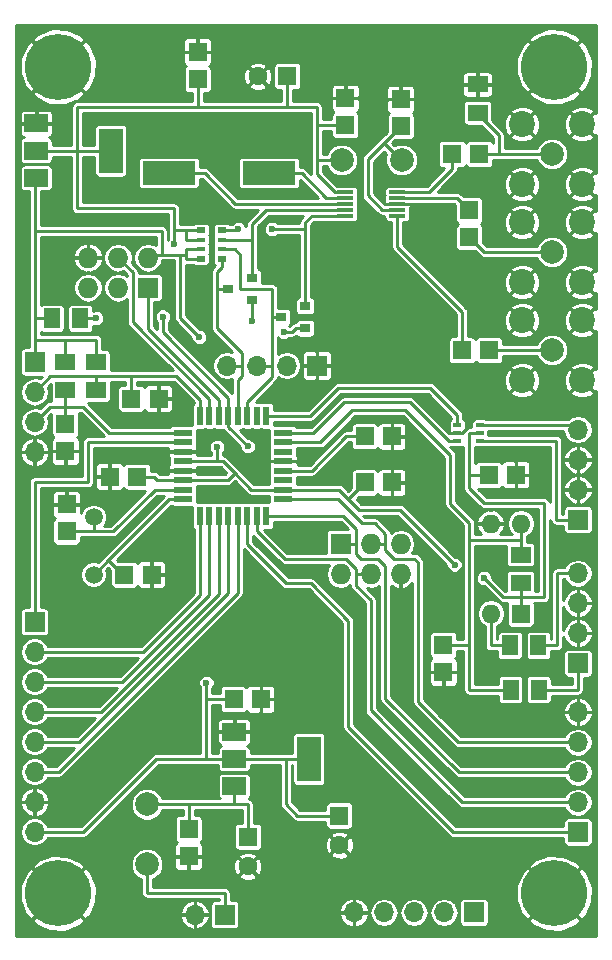
<source format=gtl>
G04 #@! TF.FileFunction,Copper,L1,Top,Signal*
%FSLAX46Y46*%
G04 Gerber Fmt 4.6, Leading zero omitted, Abs format (unit mm)*
G04 Created by KiCad (PCBNEW 4.0.7) date 05/26/22 10:22:03*
%MOMM*%
%LPD*%
G01*
G04 APERTURE LIST*
%ADD10C,0.100000*%
%ADD11R,1.700000X1.700000*%
%ADD12O,1.700000X1.700000*%
%ADD13R,1.600000X1.600000*%
%ADD14O,1.600000X1.600000*%
%ADD15R,1.700000X1.400000*%
%ADD16C,5.600000*%
%ADD17C,1.600000*%
%ADD18C,2.200000*%
%ADD19C,2.000000*%
%ADD20R,0.900000X0.800000*%
%ADD21R,1.400000X1.700000*%
%ADD22R,1.400000X0.300000*%
%ADD23R,2.000000X3.800000*%
%ADD24R,2.000000X1.500000*%
%ADD25R,1.600000X0.550000*%
%ADD26R,0.550000X1.600000*%
%ADD27R,4.500000X2.000000*%
%ADD28C,1.500000*%
%ADD29R,1.727200X1.727200*%
%ADD30O,1.727200X1.727200*%
%ADD31R,0.800000X0.500000*%
%ADD32R,0.800000X0.400000*%
%ADD33R,0.650000X0.400000*%
%ADD34C,0.600000*%
%ADD35C,0.250000*%
%ADD36C,0.254000*%
G04 APERTURE END LIST*
D10*
D11*
X141200000Y-99600000D03*
D12*
X138660000Y-99600000D03*
X136120000Y-99600000D03*
X133580000Y-99600000D03*
X131040000Y-99600000D03*
D13*
X145150000Y-74300000D03*
D14*
X142610000Y-66680000D03*
X142610000Y-74300000D03*
X145150000Y-66680000D03*
D13*
X138600000Y-79250000D03*
X138600000Y-76950000D03*
X106600000Y-60550000D03*
X106600000Y-58250000D03*
X114500000Y-56100000D03*
X112200000Y-56100000D03*
D15*
X145150000Y-71700000D03*
X145150000Y-69300000D03*
D11*
X127900000Y-53300000D03*
D12*
X125360000Y-53300000D03*
X122820000Y-53300000D03*
X120280000Y-53300000D03*
D16*
X106000000Y-98000000D03*
X148000000Y-98000000D03*
X148000000Y-28000000D03*
X106000000Y-28000000D03*
D13*
X130300000Y-30650000D03*
X130300000Y-32950000D03*
X135000000Y-33050000D03*
X135000000Y-30750000D03*
X141650000Y-35400000D03*
X139350000Y-35400000D03*
X140800000Y-42450000D03*
X140800000Y-40150000D03*
X142500000Y-52000000D03*
X140200000Y-52000000D03*
X122050000Y-93200000D03*
D17*
X122050000Y-95700000D03*
D13*
X117050000Y-94850000D03*
X117050000Y-92550000D03*
X129800000Y-91400000D03*
D17*
X129800000Y-93900000D03*
D13*
X125400000Y-28800000D03*
D17*
X122900000Y-28800000D03*
D13*
X123150000Y-81550000D03*
X120850000Y-81550000D03*
X117800000Y-26750000D03*
X117800000Y-29050000D03*
X134250000Y-63200000D03*
X131950000Y-63200000D03*
X110350000Y-62700000D03*
X112650000Y-62700000D03*
X134250000Y-59300000D03*
X131950000Y-59300000D03*
X113900000Y-71000000D03*
X111600000Y-71000000D03*
X106700000Y-65050000D03*
X106700000Y-67350000D03*
D11*
X104000000Y-53000000D03*
D12*
X104000000Y-55540000D03*
X104000000Y-58080000D03*
X104000000Y-60620000D03*
D11*
X150000000Y-78500000D03*
D12*
X150000000Y-75960000D03*
X150000000Y-73420000D03*
X150000000Y-70880000D03*
D18*
X145260000Y-32860000D03*
X145260000Y-37940000D03*
X150340000Y-37940000D03*
X150340000Y-32860000D03*
D19*
X147800000Y-35400000D03*
D18*
X145260000Y-41160000D03*
X145260000Y-46240000D03*
X150340000Y-46240000D03*
X150340000Y-41160000D03*
D19*
X147800000Y-43700000D03*
D18*
X145260000Y-49460000D03*
X145260000Y-54540000D03*
X150340000Y-54540000D03*
X150340000Y-49460000D03*
D19*
X147800000Y-52000000D03*
D11*
X120100000Y-99800000D03*
D12*
X117560000Y-99800000D03*
D20*
X126900000Y-50150000D03*
X126900000Y-48250000D03*
X124900000Y-49200000D03*
X122400000Y-47750000D03*
X122400000Y-45850000D03*
X120400000Y-46800000D03*
D21*
X144300000Y-80750000D03*
X146700000Y-80750000D03*
X105450000Y-49300000D03*
X107850000Y-49300000D03*
D22*
X130300000Y-38600000D03*
X130300000Y-39100000D03*
X130300000Y-39600000D03*
X130300000Y-40100000D03*
X130300000Y-40600000D03*
X134700000Y-40600000D03*
X134700000Y-40100000D03*
X134700000Y-39600000D03*
X134700000Y-39100000D03*
X134700000Y-38600000D03*
D23*
X127200000Y-86600000D03*
D24*
X120900000Y-86600000D03*
X120900000Y-88900000D03*
X120900000Y-84300000D03*
D23*
X110450000Y-35100000D03*
D24*
X104150000Y-35100000D03*
X104150000Y-37400000D03*
X104150000Y-32800000D03*
D25*
X116550000Y-59000000D03*
X116550000Y-59800000D03*
X116550000Y-60600000D03*
X116550000Y-61400000D03*
X116550000Y-62200000D03*
X116550000Y-63000000D03*
X116550000Y-63800000D03*
X116550000Y-64600000D03*
D26*
X118000000Y-66050000D03*
X118800000Y-66050000D03*
X119600000Y-66050000D03*
X120400000Y-66050000D03*
X121200000Y-66050000D03*
X122000000Y-66050000D03*
X122800000Y-66050000D03*
X123600000Y-66050000D03*
D25*
X125050000Y-64600000D03*
X125050000Y-63800000D03*
X125050000Y-63000000D03*
X125050000Y-62200000D03*
X125050000Y-61400000D03*
X125050000Y-60600000D03*
X125050000Y-59800000D03*
X125050000Y-59000000D03*
D26*
X123600000Y-57550000D03*
X122800000Y-57550000D03*
X122000000Y-57550000D03*
X121200000Y-57550000D03*
X120400000Y-57550000D03*
X119600000Y-57550000D03*
X118800000Y-57550000D03*
X118000000Y-57550000D03*
D27*
X115350000Y-37000000D03*
X123850000Y-37000000D03*
D28*
X109000000Y-71000000D03*
X109000000Y-66120000D03*
D29*
X113600000Y-46700000D03*
D30*
X113600000Y-44160000D03*
X111060000Y-46700000D03*
X111060000Y-44160000D03*
X108520000Y-46700000D03*
X108520000Y-44160000D03*
D29*
X129900000Y-68400000D03*
D30*
X129900000Y-70940000D03*
X132440000Y-68400000D03*
X132440000Y-70940000D03*
X134980000Y-68400000D03*
X134980000Y-70940000D03*
D11*
X104000000Y-75000000D03*
D12*
X104000000Y-77540000D03*
X104000000Y-80080000D03*
X104000000Y-82620000D03*
X104000000Y-85160000D03*
X104000000Y-87700000D03*
X104000000Y-90240000D03*
X104000000Y-92780000D03*
D31*
X119850000Y-44250000D03*
D32*
X119850000Y-42650000D03*
X119850000Y-43450000D03*
D31*
X119850000Y-41850000D03*
D32*
X118050000Y-43450000D03*
D31*
X118050000Y-44250000D03*
D32*
X118050000Y-42650000D03*
D31*
X118050000Y-41850000D03*
D15*
X106600000Y-53000000D03*
X106600000Y-55400000D03*
X109200000Y-53000000D03*
X109200000Y-55400000D03*
X141500000Y-31900000D03*
X141500000Y-29500000D03*
D11*
X150000000Y-92800000D03*
D12*
X150000000Y-90260000D03*
X150000000Y-87720000D03*
X150000000Y-85180000D03*
X150000000Y-82640000D03*
D21*
X144250000Y-77000000D03*
X146650000Y-77000000D03*
D13*
X144750000Y-62550000D03*
X142450000Y-62550000D03*
D11*
X150000000Y-66350000D03*
D12*
X150000000Y-63810000D03*
X150000000Y-61270000D03*
X150000000Y-58730000D03*
D33*
X139800000Y-58350000D03*
X139800000Y-59650000D03*
X141700000Y-59000000D03*
X139800000Y-59000000D03*
X141700000Y-59650000D03*
X141700000Y-58350000D03*
D19*
X130000000Y-35900000D03*
X135080000Y-35890000D03*
X113500000Y-90450000D03*
X113510000Y-95530000D03*
D34*
X120850000Y-64050000D03*
X126200000Y-67700000D03*
X110350000Y-61000000D03*
X114500000Y-57900000D03*
X116500000Y-56400000D03*
X110350000Y-64550000D03*
X146600000Y-62550000D03*
X140750000Y-58100000D03*
X119350000Y-62150000D03*
X123100000Y-61400000D03*
X138200000Y-57300000D03*
X137100000Y-40600000D03*
X133100000Y-37300000D03*
X115800000Y-43050000D03*
X122400000Y-49500000D03*
X125100000Y-50450000D03*
X121250000Y-41750000D03*
X124100000Y-41750000D03*
X118550000Y-80150000D03*
X119450000Y-60200000D03*
X117950000Y-50900000D03*
X142050000Y-71300000D03*
X139550000Y-70150000D03*
X122050000Y-60150000D03*
X109200000Y-49300000D03*
X114850000Y-49150000D03*
D35*
X110350000Y-62700000D02*
X110350000Y-61000000D01*
X114500000Y-56100000D02*
X114500000Y-57900000D01*
X114500000Y-56100000D02*
X116200000Y-56100000D01*
X116200000Y-56100000D02*
X116500000Y-56400000D01*
X110350000Y-62700000D02*
X110350000Y-64550000D01*
X144750000Y-62550000D02*
X146600000Y-62550000D01*
X140750000Y-58100000D02*
X140750000Y-58400000D01*
X140150000Y-59000000D02*
X140750000Y-58400000D01*
X140150000Y-59000000D02*
X139800000Y-59000000D01*
X125050000Y-61400000D02*
X123100000Y-61400000D01*
X139800000Y-59000000D02*
X139200000Y-59000000D01*
X138200000Y-58000000D02*
X138200000Y-57300000D01*
X139200000Y-59000000D02*
X138200000Y-58000000D01*
X134700000Y-39600000D02*
X136100000Y-39600000D01*
X136100000Y-39600000D02*
X137100000Y-40600000D01*
X134700000Y-39600000D02*
X133700000Y-39600000D01*
X133100000Y-39000000D02*
X133100000Y-37300000D01*
X133700000Y-39600000D02*
X133100000Y-39000000D01*
X125400000Y-28800000D02*
X125400000Y-31400000D01*
X130300000Y-32950000D02*
X127900000Y-32950000D01*
X117800000Y-29050000D02*
X117800000Y-31400000D01*
X125100000Y-50450000D02*
X125800000Y-50450000D01*
X125800000Y-50450000D02*
X126100000Y-50150000D01*
X116850000Y-41850000D02*
X115800000Y-41850000D01*
X115800000Y-43050000D02*
X115800000Y-41850000D01*
X115800000Y-41850000D02*
X115800000Y-40000000D01*
X115800000Y-40000000D02*
X107600000Y-40000000D01*
X107600000Y-35100000D02*
X107600000Y-40000000D01*
X107600000Y-35100000D02*
X110450000Y-35100000D01*
X107600000Y-35100000D02*
X107600000Y-31400000D01*
X111650000Y-31400000D02*
X107600000Y-31400000D01*
X104150000Y-35100000D02*
X107600000Y-35100000D01*
X127900000Y-35500000D02*
X127900000Y-32950000D01*
X127900000Y-32950000D02*
X127900000Y-31400000D01*
X111650000Y-31400000D02*
X117800000Y-31400000D01*
X117800000Y-31400000D02*
X124600000Y-31400000D01*
X124600000Y-31400000D02*
X125400000Y-31400000D01*
X125400000Y-31400000D02*
X127900000Y-31400000D01*
X130000000Y-35900000D02*
X127900000Y-35900000D01*
X130300000Y-38600000D02*
X129400000Y-38600000D01*
X127900000Y-37100000D02*
X127900000Y-35900000D01*
X127900000Y-35900000D02*
X127900000Y-35500000D01*
X129400000Y-38600000D02*
X127900000Y-37100000D01*
X122400000Y-47750000D02*
X122400000Y-49500000D01*
X118050000Y-41850000D02*
X116850000Y-41850000D01*
X116850000Y-42000000D02*
X116850000Y-41850000D01*
X116850000Y-42650000D02*
X116850000Y-42000000D01*
X118050000Y-42650000D02*
X116850000Y-42650000D01*
X126900000Y-50150000D02*
X126100000Y-50150000D01*
X127450000Y-40600000D02*
X130300000Y-40600000D01*
X126900000Y-41150000D02*
X127450000Y-40600000D01*
X126900000Y-41750000D02*
X125350000Y-41750000D01*
X121150000Y-41850000D02*
X121250000Y-41750000D01*
X124100000Y-41750000D02*
X125350000Y-41750000D01*
X121150000Y-41850000D02*
X119850000Y-41850000D01*
X126900000Y-43350000D02*
X126900000Y-41750000D01*
X126900000Y-41750000D02*
X126900000Y-41150000D01*
X126900000Y-48250000D02*
X126900000Y-43350000D01*
X122820000Y-53300000D02*
X124100000Y-53300000D01*
X124900000Y-49200000D02*
X124100000Y-49200000D01*
X124100000Y-51800000D02*
X124100000Y-49200000D01*
X124100000Y-49200000D02*
X124100000Y-46800000D01*
X121400000Y-46800000D02*
X124100000Y-46800000D01*
X119850000Y-43450000D02*
X120950000Y-43450000D01*
X121400000Y-43900000D02*
X121400000Y-46800000D01*
X120950000Y-43450000D02*
X121400000Y-43900000D01*
X122000000Y-56350000D02*
X122000000Y-57550000D01*
X124100000Y-54250000D02*
X122000000Y-56350000D01*
X124100000Y-51800000D02*
X124100000Y-53300000D01*
X124100000Y-53300000D02*
X124100000Y-54250000D01*
X119850000Y-42650000D02*
X122400000Y-42650000D01*
X122400000Y-45850000D02*
X122400000Y-42650000D01*
X122400000Y-42650000D02*
X122400000Y-41300000D01*
X123600000Y-40100000D02*
X130300000Y-40100000D01*
X122400000Y-41300000D02*
X123600000Y-40100000D01*
X120280000Y-53300000D02*
X121550000Y-53300000D01*
X120400000Y-46800000D02*
X119450000Y-46800000D01*
X119850000Y-44250000D02*
X119850000Y-44950000D01*
X119450000Y-50150000D02*
X121550000Y-52250000D01*
X119450000Y-45350000D02*
X119450000Y-46800000D01*
X119450000Y-46800000D02*
X119450000Y-50150000D01*
X119850000Y-44950000D02*
X119450000Y-45350000D01*
X121200000Y-57550000D02*
X121200000Y-54550000D01*
X121550000Y-54200000D02*
X121550000Y-53300000D01*
X121550000Y-53300000D02*
X121550000Y-52250000D01*
X121200000Y-54550000D02*
X121550000Y-54200000D01*
X129800000Y-91400000D02*
X126250000Y-91400000D01*
X125250000Y-90400000D02*
X125250000Y-86600000D01*
X126250000Y-91400000D02*
X125250000Y-90400000D01*
X120850000Y-81550000D02*
X118550000Y-81550000D01*
X118550000Y-86600000D02*
X118550000Y-81550000D01*
X118550000Y-81550000D02*
X118550000Y-80150000D01*
X120900000Y-86600000D02*
X125250000Y-86600000D01*
X125250000Y-86600000D02*
X127200000Y-86600000D01*
X120900000Y-86600000D02*
X118550000Y-86600000D01*
X118550000Y-86600000D02*
X114300000Y-86600000D01*
X108120000Y-92780000D02*
X104000000Y-92780000D01*
X114300000Y-86600000D02*
X108120000Y-92780000D01*
X119450000Y-60200000D02*
X119450000Y-61400000D01*
X114750000Y-41900000D02*
X104000000Y-41900000D01*
X114750000Y-43900000D02*
X114750000Y-41900000D01*
X116300000Y-43900000D02*
X116300000Y-49250000D01*
X116300000Y-49250000D02*
X117950000Y-50900000D01*
X106600000Y-53000000D02*
X106600000Y-51100000D01*
X109200000Y-53000000D02*
X109200000Y-51100000D01*
X104000000Y-51100000D02*
X106600000Y-51100000D01*
X106600000Y-51100000D02*
X109200000Y-51100000D01*
X105450000Y-49300000D02*
X104000000Y-49300000D01*
X104000000Y-53000000D02*
X104000000Y-51100000D01*
X104000000Y-51100000D02*
X104000000Y-49300000D01*
X104000000Y-49300000D02*
X104000000Y-41900000D01*
X104000000Y-41900000D02*
X104000000Y-37550000D01*
X104000000Y-37550000D02*
X104150000Y-37400000D01*
X104150000Y-52850000D02*
X104000000Y-53000000D01*
X146250000Y-72900000D02*
X147150000Y-72900000D01*
X147150000Y-64950000D02*
X147150000Y-72900000D01*
X145300000Y-64950000D02*
X147150000Y-64950000D01*
X142450000Y-62550000D02*
X140800000Y-62550000D01*
X140800000Y-59950000D02*
X140800000Y-62550000D01*
X140800000Y-62550000D02*
X140800000Y-63700000D01*
X142050000Y-64950000D02*
X144750000Y-64950000D01*
X140800000Y-63700000D02*
X142050000Y-64950000D01*
X140800000Y-59000000D02*
X140800000Y-59950000D01*
X141700000Y-59000000D02*
X140800000Y-59000000D01*
X145300000Y-64950000D02*
X144750000Y-64950000D01*
X145150000Y-72900000D02*
X146250000Y-72900000D01*
X131950000Y-63200000D02*
X130550000Y-64600000D01*
X125050000Y-63800000D02*
X129750000Y-63800000D01*
X143650000Y-72900000D02*
X145150000Y-72900000D01*
X142050000Y-71300000D02*
X143650000Y-72900000D01*
X134900000Y-65500000D02*
X139550000Y-70150000D01*
X131450000Y-65500000D02*
X134900000Y-65500000D01*
X129750000Y-63800000D02*
X130550000Y-64600000D01*
X130550000Y-64600000D02*
X131450000Y-65500000D01*
X104000000Y-53000000D02*
X104000000Y-52600000D01*
X116550000Y-63000000D02*
X120350000Y-63000000D01*
X120350000Y-63000000D02*
X120950000Y-62400000D01*
X116550000Y-61400000D02*
X118550000Y-61400000D01*
X118550000Y-61400000D02*
X119450000Y-61400000D01*
X119450000Y-61400000D02*
X119950000Y-61400000D01*
X119950000Y-61400000D02*
X120950000Y-62400000D01*
X122350000Y-63800000D02*
X125050000Y-63800000D01*
X120950000Y-62400000D02*
X122350000Y-63800000D01*
X112650000Y-62700000D02*
X114100000Y-62700000D01*
X114400000Y-63000000D02*
X116550000Y-63000000D01*
X114100000Y-62700000D02*
X114400000Y-63000000D01*
X145150000Y-71700000D02*
X145150000Y-72900000D01*
X145150000Y-72900000D02*
X145150000Y-74300000D01*
X116850000Y-43900000D02*
X116300000Y-43900000D01*
X116300000Y-43900000D02*
X115200000Y-43900000D01*
X115200000Y-43900000D02*
X114750000Y-43900000D01*
X114750000Y-43900000D02*
X113860000Y-43900000D01*
X113860000Y-43900000D02*
X113600000Y-44160000D01*
X118050000Y-44250000D02*
X116850000Y-44250000D01*
X116850000Y-43450000D02*
X116850000Y-43900000D01*
X116850000Y-43900000D02*
X116850000Y-44250000D01*
X118050000Y-43450000D02*
X116850000Y-43450000D01*
X131950000Y-59300000D02*
X130400000Y-59300000D01*
X127500000Y-62200000D02*
X125050000Y-62200000D01*
X130400000Y-59300000D02*
X127500000Y-62200000D01*
X131700000Y-59300000D02*
X131950000Y-59300000D01*
X120400000Y-57550000D02*
X120400000Y-58500000D01*
X120400000Y-58500000D02*
X122050000Y-60150000D01*
X107850000Y-49300000D02*
X109200000Y-49300000D01*
X120400000Y-57550000D02*
X120400000Y-56050000D01*
X120400000Y-56050000D02*
X114850000Y-50500000D01*
X114850000Y-50500000D02*
X114850000Y-49150000D01*
X116550000Y-59800000D02*
X108500000Y-59800000D01*
X108500000Y-63200000D02*
X108500000Y-59800000D01*
X104000000Y-63200000D02*
X108500000Y-63200000D01*
X104000000Y-65900000D02*
X104000000Y-63200000D01*
X104000000Y-65900000D02*
X104000000Y-75000000D01*
X144250000Y-77000000D02*
X142610000Y-77000000D01*
X142610000Y-74300000D02*
X142610000Y-77000000D01*
X150000000Y-78500000D02*
X150000000Y-80750000D01*
X146700000Y-80750000D02*
X150000000Y-80750000D01*
X148250000Y-70880000D02*
X148250000Y-77000000D01*
X148250000Y-77000000D02*
X148050000Y-77000000D01*
X150000000Y-70880000D02*
X148250000Y-70880000D01*
X146650000Y-77000000D02*
X148050000Y-77000000D01*
X146650000Y-77000000D02*
X147350000Y-77000000D01*
X135080000Y-35890000D02*
X134990000Y-35890000D01*
X134990000Y-35890000D02*
X133575000Y-34475000D01*
X134700000Y-40100000D02*
X133400000Y-40100000D01*
X133400000Y-40100000D02*
X132200000Y-38900000D01*
X132200000Y-35850000D02*
X133575000Y-34475000D01*
X133575000Y-34475000D02*
X135000000Y-33050000D01*
X132200000Y-38900000D02*
X132200000Y-35850000D01*
X141500000Y-31900000D02*
X141500000Y-32000000D01*
X141500000Y-32000000D02*
X143300000Y-33800000D01*
X143300000Y-33800000D02*
X143300000Y-35400000D01*
X141650000Y-35400000D02*
X143100000Y-35400000D01*
X143100000Y-35400000D02*
X143300000Y-35400000D01*
X143300000Y-35400000D02*
X147800000Y-35400000D01*
X134700000Y-38600000D02*
X137400000Y-38600000D01*
X139350000Y-36650000D02*
X139350000Y-35400000D01*
X137400000Y-38600000D02*
X139350000Y-36650000D01*
X138800000Y-35400000D02*
X139350000Y-35400000D01*
X139150000Y-35250000D02*
X139350000Y-35400000D01*
X147800000Y-43700000D02*
X142050000Y-43700000D01*
X142050000Y-43700000D02*
X140800000Y-42450000D01*
X140800000Y-42450000D02*
X140800000Y-42500000D01*
X134700000Y-39100000D02*
X139750000Y-39100000D01*
X139750000Y-39100000D02*
X140800000Y-40150000D01*
X140050000Y-39400000D02*
X140800000Y-40150000D01*
X139200000Y-62500000D02*
X139200000Y-65000000D01*
X139200000Y-65000000D02*
X140800000Y-66600000D01*
X138600000Y-76950000D02*
X140800000Y-76950000D01*
X145150000Y-68100000D02*
X140800000Y-68100000D01*
X140800000Y-68100000D02*
X140800000Y-66600000D01*
X139200000Y-60900000D02*
X139200000Y-62500000D01*
X135400000Y-57100000D02*
X139200000Y-60900000D01*
X130900000Y-57100000D02*
X135400000Y-57100000D01*
X128200000Y-59800000D02*
X130900000Y-57100000D01*
X125050000Y-59800000D02*
X128200000Y-59800000D01*
X144300000Y-80750000D02*
X140800000Y-80750000D01*
X140800000Y-68100000D02*
X140800000Y-76950000D01*
X140800000Y-76950000D02*
X140800000Y-80750000D01*
X145150000Y-68100000D02*
X145150000Y-66680000D01*
X145150000Y-68100000D02*
X145150000Y-69300000D01*
X142500000Y-52000000D02*
X147800000Y-52000000D01*
X134700000Y-40600000D02*
X134700000Y-43250000D01*
X134700000Y-43250000D02*
X140200000Y-48750000D01*
X140200000Y-52000000D02*
X140200000Y-48750000D01*
X117050000Y-92550000D02*
X117050000Y-90450000D01*
X122050000Y-93200000D02*
X122050000Y-90450000D01*
X120900000Y-88900000D02*
X120900000Y-90450000D01*
X113500000Y-90450000D02*
X117050000Y-90450000D01*
X117050000Y-90450000D02*
X120900000Y-90450000D01*
X120900000Y-90450000D02*
X122050000Y-90450000D01*
X106600000Y-56800000D02*
X108100000Y-56800000D01*
X110300000Y-59000000D02*
X116550000Y-59000000D01*
X108100000Y-56800000D02*
X110300000Y-59000000D01*
X106600000Y-55400000D02*
X106600000Y-56800000D01*
X106600000Y-58250000D02*
X106600000Y-56800000D01*
X105280000Y-56800000D02*
X104000000Y-58080000D01*
X106600000Y-56800000D02*
X105280000Y-56800000D01*
X106600000Y-54200000D02*
X105340000Y-54200000D01*
X105340000Y-54200000D02*
X104000000Y-55540000D01*
X112200000Y-56100000D02*
X112200000Y-54200000D01*
X109200000Y-55400000D02*
X109200000Y-54200000D01*
X104000000Y-55540000D02*
X104160000Y-55540000D01*
X106600000Y-54200000D02*
X109200000Y-54200000D01*
X109200000Y-54200000D02*
X112200000Y-54200000D01*
X112200000Y-54200000D02*
X116000000Y-54200000D01*
X116000000Y-54200000D02*
X118000000Y-56200000D01*
X118000000Y-56200000D02*
X118000000Y-57550000D01*
X111600000Y-71000000D02*
X111500000Y-71000000D01*
X111500000Y-71000000D02*
X110250000Y-69750000D01*
X116550000Y-64600000D02*
X115400000Y-64600000D01*
X115400000Y-64600000D02*
X110250000Y-69750000D01*
X110250000Y-69750000D02*
X109000000Y-71000000D01*
X109000000Y-66120000D02*
X109000000Y-67350000D01*
X106700000Y-67350000D02*
X109000000Y-67350000D01*
X109000000Y-67350000D02*
X110600000Y-67350000D01*
X114150000Y-63800000D02*
X116550000Y-63800000D01*
X110600000Y-67350000D02*
X114150000Y-63800000D01*
X119600000Y-57550000D02*
X119600000Y-56200000D01*
X113600000Y-50200000D02*
X113600000Y-46700000D01*
X119600000Y-56200000D02*
X113600000Y-50200000D01*
X118800000Y-57550000D02*
X118800000Y-56100000D01*
X112300000Y-45400000D02*
X111060000Y-44160000D01*
X112300000Y-49600000D02*
X112300000Y-45400000D01*
X118800000Y-56100000D02*
X112300000Y-49600000D01*
X133700000Y-77550000D02*
X133700000Y-81500000D01*
X139920000Y-87720000D02*
X150000000Y-87720000D01*
X133700000Y-81500000D02*
X139920000Y-87720000D01*
X131200000Y-68100000D02*
X131200000Y-69250000D01*
X131600000Y-69650000D02*
X132300000Y-69650000D01*
X131200000Y-69250000D02*
X131600000Y-69650000D01*
X129900000Y-68400000D02*
X131200000Y-68400000D01*
X123600000Y-66050000D02*
X130150000Y-66050000D01*
X132300000Y-69650000D02*
X133050000Y-69650000D01*
X133050000Y-69650000D02*
X133700000Y-70300000D01*
X133700000Y-70300000D02*
X133700000Y-77550000D01*
X131200000Y-67100000D02*
X131200000Y-68100000D01*
X131200000Y-68100000D02*
X131200000Y-68400000D01*
X130150000Y-66050000D02*
X131200000Y-67100000D01*
X125050000Y-64600000D02*
X129700000Y-64600000D01*
X131750000Y-66650000D02*
X132800000Y-66650000D01*
X129700000Y-64600000D02*
X131750000Y-66650000D01*
X136475000Y-69975000D02*
X136475000Y-81775000D01*
X139880000Y-85180000D02*
X150000000Y-85180000D01*
X136475000Y-81775000D02*
X139880000Y-85180000D01*
X132440000Y-68400000D02*
X133700000Y-68400000D01*
X132800000Y-66650000D02*
X133700000Y-67550000D01*
X133700000Y-67550000D02*
X133700000Y-68400000D01*
X133700000Y-68400000D02*
X133700000Y-68900000D01*
X133700000Y-68900000D02*
X134450000Y-69650000D01*
X134450000Y-69650000D02*
X136150000Y-69650000D01*
X136150000Y-69650000D02*
X136475000Y-69975000D01*
X132440000Y-68400000D02*
X132440000Y-68440000D01*
X132440000Y-70940000D02*
X131200000Y-70940000D01*
X122800000Y-66050000D02*
X122800000Y-67300000D01*
X131200000Y-71950000D02*
X132440000Y-73190000D01*
X131200000Y-70500000D02*
X131200000Y-70940000D01*
X131200000Y-70940000D02*
X131200000Y-71950000D01*
X130400000Y-69700000D02*
X131200000Y-70500000D01*
X125200000Y-69700000D02*
X130400000Y-69700000D01*
X122800000Y-67300000D02*
X125200000Y-69700000D01*
X132440000Y-73190000D02*
X132440000Y-82490000D01*
X132440000Y-82490000D02*
X140210000Y-90260000D01*
X140210000Y-90260000D02*
X150000000Y-90260000D01*
X120100000Y-99800000D02*
X120100000Y-97950000D01*
X113510000Y-97950000D02*
X120100000Y-97950000D01*
X113510000Y-95530000D02*
X113510000Y-97950000D01*
X123850000Y-37000000D02*
X126600000Y-37000000D01*
X128700000Y-39100000D02*
X130300000Y-39100000D01*
X126600000Y-37000000D02*
X128700000Y-39100000D01*
X130300000Y-39600000D02*
X121000000Y-39600000D01*
X118400000Y-37000000D02*
X115350000Y-37000000D01*
X121000000Y-39600000D02*
X118400000Y-37000000D01*
X104000000Y-77540000D02*
X113210000Y-77540000D01*
X118000000Y-72750000D02*
X118000000Y-66050000D01*
X113210000Y-77540000D02*
X118000000Y-72750000D01*
X118800000Y-66050000D02*
X118800000Y-72700000D01*
X111420000Y-80080000D02*
X104000000Y-80080000D01*
X118800000Y-72700000D02*
X111420000Y-80080000D01*
X119600000Y-66050000D02*
X119600000Y-72650000D01*
X109630000Y-82620000D02*
X104000000Y-82620000D01*
X119600000Y-72650000D02*
X109630000Y-82620000D01*
X104000000Y-85160000D02*
X107790000Y-85160000D01*
X120400000Y-72550000D02*
X120400000Y-66050000D01*
X107790000Y-85160000D02*
X120400000Y-72550000D01*
X104000000Y-87700000D02*
X106050000Y-87700000D01*
X121200000Y-72550000D02*
X121200000Y-72200000D01*
X106050000Y-87700000D02*
X121200000Y-72550000D01*
X121200000Y-72200000D02*
X121200000Y-66050000D01*
X122000000Y-66050000D02*
X122000000Y-68450000D01*
X139450000Y-92800000D02*
X150000000Y-92800000D01*
X130550000Y-83900000D02*
X139450000Y-92800000D01*
X130550000Y-74900000D02*
X130550000Y-83900000D01*
X127400000Y-71750000D02*
X130550000Y-74900000D01*
X125300000Y-71750000D02*
X127400000Y-71750000D01*
X122000000Y-68450000D02*
X125300000Y-71750000D01*
X125050000Y-59000000D02*
X127600000Y-59000000D01*
X139050000Y-59650000D02*
X139800000Y-59650000D01*
X135800000Y-56400000D02*
X139050000Y-59650000D01*
X130200000Y-56400000D02*
X135800000Y-56400000D01*
X127600000Y-59000000D02*
X130200000Y-56400000D01*
X139800000Y-58350000D02*
X139800000Y-57500000D01*
X127350000Y-57550000D02*
X123600000Y-57550000D01*
X129700000Y-55200000D02*
X127350000Y-57550000D01*
X137500000Y-55200000D02*
X129700000Y-55200000D01*
X139800000Y-57500000D02*
X137500000Y-55200000D01*
X150000000Y-66350000D02*
X148150000Y-66350000D01*
X148150000Y-59650000D02*
X148150000Y-66350000D01*
X141700000Y-59650000D02*
X148150000Y-59650000D01*
X141700000Y-58350000D02*
X149620000Y-58350000D01*
X149620000Y-58350000D02*
X150000000Y-58730000D01*
D36*
G36*
X151569000Y-31942186D02*
X151381557Y-31850970D01*
X150372527Y-32860000D01*
X151381557Y-33869030D01*
X151569000Y-33777814D01*
X151569000Y-37022186D01*
X151381557Y-36930970D01*
X150372527Y-37940000D01*
X151381557Y-38949030D01*
X151569000Y-38857814D01*
X151569000Y-40242186D01*
X151381557Y-40150970D01*
X150372527Y-41160000D01*
X151381557Y-42169030D01*
X151569000Y-42077814D01*
X151569000Y-45322186D01*
X151381557Y-45230970D01*
X150372527Y-46240000D01*
X151381557Y-47249030D01*
X151569000Y-47157814D01*
X151569000Y-48542186D01*
X151381557Y-48450970D01*
X150372527Y-49460000D01*
X151381557Y-50469030D01*
X151569000Y-50377814D01*
X151569000Y-53622186D01*
X151381557Y-53530970D01*
X150372527Y-54540000D01*
X151381557Y-55549030D01*
X151569000Y-55457814D01*
X151569000Y-101569000D01*
X102431000Y-101569000D01*
X102431000Y-100267259D01*
X103765268Y-100267259D01*
X104084711Y-100675299D01*
X105254296Y-101204603D01*
X106537408Y-101246035D01*
X107738703Y-100793288D01*
X107915289Y-100675299D01*
X108234732Y-100267259D01*
X106000000Y-98032527D01*
X103765268Y-100267259D01*
X102431000Y-100267259D01*
X102431000Y-98537408D01*
X102753965Y-98537408D01*
X103206712Y-99738703D01*
X103324701Y-99915289D01*
X103732741Y-100234732D01*
X105967473Y-98000000D01*
X106032527Y-98000000D01*
X108267259Y-100234732D01*
X108538414Y-100022452D01*
X116302522Y-100022452D01*
X116483371Y-100486735D01*
X116828127Y-100846468D01*
X117284303Y-101046886D01*
X117337549Y-101057476D01*
X117537000Y-100970024D01*
X117537000Y-99823000D01*
X117583000Y-99823000D01*
X117583000Y-100970024D01*
X117782451Y-101057476D01*
X117835697Y-101046886D01*
X118291873Y-100846468D01*
X118636629Y-100486735D01*
X118817478Y-100022452D01*
X118730045Y-99823000D01*
X117583000Y-99823000D01*
X117537000Y-99823000D01*
X116389955Y-99823000D01*
X116302522Y-100022452D01*
X108538414Y-100022452D01*
X108675299Y-99915289D01*
X108828146Y-99577548D01*
X116302522Y-99577548D01*
X116389955Y-99777000D01*
X117537000Y-99777000D01*
X117537000Y-98629976D01*
X117583000Y-98629976D01*
X117583000Y-99777000D01*
X118730045Y-99777000D01*
X118817478Y-99577548D01*
X118636629Y-99113265D01*
X118291873Y-98753532D01*
X117835697Y-98553114D01*
X117782451Y-98542524D01*
X117583000Y-98629976D01*
X117537000Y-98629976D01*
X117337549Y-98542524D01*
X117284303Y-98553114D01*
X116828127Y-98753532D01*
X116483371Y-99113265D01*
X116302522Y-99577548D01*
X108828146Y-99577548D01*
X109204603Y-98745704D01*
X109246035Y-97462592D01*
X108793288Y-96261297D01*
X108675299Y-96084711D01*
X108316086Y-95803493D01*
X112128761Y-95803493D01*
X112338563Y-96311251D01*
X112726705Y-96700072D01*
X113004000Y-96815215D01*
X113004000Y-97950000D01*
X113042517Y-98143638D01*
X113152204Y-98307796D01*
X113316362Y-98417483D01*
X113510000Y-98456000D01*
X119594000Y-98456000D01*
X119594000Y-98561536D01*
X119250000Y-98561536D01*
X119108810Y-98588103D01*
X118979135Y-98671546D01*
X118892141Y-98798866D01*
X118861536Y-98950000D01*
X118861536Y-100650000D01*
X118888103Y-100791190D01*
X118971546Y-100920865D01*
X119098866Y-101007859D01*
X119250000Y-101038464D01*
X120950000Y-101038464D01*
X121091190Y-101011897D01*
X121220865Y-100928454D01*
X121307859Y-100801134D01*
X121338464Y-100650000D01*
X121338464Y-99822452D01*
X129782522Y-99822452D01*
X129963371Y-100286735D01*
X130308127Y-100646468D01*
X130764303Y-100846886D01*
X130817549Y-100857476D01*
X131017000Y-100770024D01*
X131017000Y-99623000D01*
X131063000Y-99623000D01*
X131063000Y-100770024D01*
X131262451Y-100857476D01*
X131315697Y-100846886D01*
X131771873Y-100646468D01*
X132116629Y-100286735D01*
X132297478Y-99822452D01*
X132210045Y-99623000D01*
X131063000Y-99623000D01*
X131017000Y-99623000D01*
X129869955Y-99623000D01*
X129782522Y-99822452D01*
X121338464Y-99822452D01*
X121338464Y-99377548D01*
X129782522Y-99377548D01*
X129869955Y-99577000D01*
X131017000Y-99577000D01*
X131017000Y-98429976D01*
X131063000Y-98429976D01*
X131063000Y-99577000D01*
X132210045Y-99577000D01*
X132210534Y-99575883D01*
X132349000Y-99575883D01*
X132349000Y-99624117D01*
X132442704Y-100095200D01*
X132709552Y-100494565D01*
X133108917Y-100761413D01*
X133580000Y-100855117D01*
X134051083Y-100761413D01*
X134450448Y-100494565D01*
X134717296Y-100095200D01*
X134811000Y-99624117D01*
X134811000Y-99575883D01*
X134889000Y-99575883D01*
X134889000Y-99624117D01*
X134982704Y-100095200D01*
X135249552Y-100494565D01*
X135648917Y-100761413D01*
X136120000Y-100855117D01*
X136591083Y-100761413D01*
X136990448Y-100494565D01*
X137257296Y-100095200D01*
X137351000Y-99624117D01*
X137351000Y-99575883D01*
X137429000Y-99575883D01*
X137429000Y-99624117D01*
X137522704Y-100095200D01*
X137789552Y-100494565D01*
X138188917Y-100761413D01*
X138660000Y-100855117D01*
X139131083Y-100761413D01*
X139530448Y-100494565D01*
X139797296Y-100095200D01*
X139891000Y-99624117D01*
X139891000Y-99575883D01*
X139797296Y-99104800D01*
X139560226Y-98750000D01*
X139961536Y-98750000D01*
X139961536Y-100450000D01*
X139988103Y-100591190D01*
X140071546Y-100720865D01*
X140198866Y-100807859D01*
X140350000Y-100838464D01*
X142050000Y-100838464D01*
X142191190Y-100811897D01*
X142320865Y-100728454D01*
X142407859Y-100601134D01*
X142438464Y-100450000D01*
X142438464Y-100267259D01*
X145765268Y-100267259D01*
X146084711Y-100675299D01*
X147254296Y-101204603D01*
X148537408Y-101246035D01*
X149738703Y-100793288D01*
X149915289Y-100675299D01*
X150234732Y-100267259D01*
X148000000Y-98032527D01*
X145765268Y-100267259D01*
X142438464Y-100267259D01*
X142438464Y-98750000D01*
X142411897Y-98608810D01*
X142365952Y-98537408D01*
X144753965Y-98537408D01*
X145206712Y-99738703D01*
X145324701Y-99915289D01*
X145732741Y-100234732D01*
X147967473Y-98000000D01*
X148032527Y-98000000D01*
X150267259Y-100234732D01*
X150675299Y-99915289D01*
X151204603Y-98745704D01*
X151246035Y-97462592D01*
X150793288Y-96261297D01*
X150675299Y-96084711D01*
X150267259Y-95765268D01*
X148032527Y-98000000D01*
X147967473Y-98000000D01*
X145732741Y-95765268D01*
X145324701Y-96084711D01*
X144795397Y-97254296D01*
X144753965Y-98537408D01*
X142365952Y-98537408D01*
X142328454Y-98479135D01*
X142201134Y-98392141D01*
X142050000Y-98361536D01*
X140350000Y-98361536D01*
X140208810Y-98388103D01*
X140079135Y-98471546D01*
X139992141Y-98598866D01*
X139961536Y-98750000D01*
X139560226Y-98750000D01*
X139530448Y-98705435D01*
X139131083Y-98438587D01*
X138660000Y-98344883D01*
X138188917Y-98438587D01*
X137789552Y-98705435D01*
X137522704Y-99104800D01*
X137429000Y-99575883D01*
X137351000Y-99575883D01*
X137257296Y-99104800D01*
X136990448Y-98705435D01*
X136591083Y-98438587D01*
X136120000Y-98344883D01*
X135648917Y-98438587D01*
X135249552Y-98705435D01*
X134982704Y-99104800D01*
X134889000Y-99575883D01*
X134811000Y-99575883D01*
X134717296Y-99104800D01*
X134450448Y-98705435D01*
X134051083Y-98438587D01*
X133580000Y-98344883D01*
X133108917Y-98438587D01*
X132709552Y-98705435D01*
X132442704Y-99104800D01*
X132349000Y-99575883D01*
X132210534Y-99575883D01*
X132297478Y-99377548D01*
X132116629Y-98913265D01*
X131771873Y-98553532D01*
X131315697Y-98353114D01*
X131262451Y-98342524D01*
X131063000Y-98429976D01*
X131017000Y-98429976D01*
X130817549Y-98342524D01*
X130764303Y-98353114D01*
X130308127Y-98553532D01*
X129963371Y-98913265D01*
X129782522Y-99377548D01*
X121338464Y-99377548D01*
X121338464Y-98950000D01*
X121311897Y-98808810D01*
X121228454Y-98679135D01*
X121101134Y-98592141D01*
X120950000Y-98561536D01*
X120606000Y-98561536D01*
X120606000Y-97950000D01*
X120567483Y-97756362D01*
X120457796Y-97592204D01*
X120293638Y-97482517D01*
X120100000Y-97444000D01*
X114016000Y-97444000D01*
X114016000Y-96815169D01*
X114291251Y-96701437D01*
X114467762Y-96525234D01*
X121257293Y-96525234D01*
X121333390Y-96725459D01*
X121780365Y-96921636D01*
X122268389Y-96931829D01*
X122723166Y-96754487D01*
X122766610Y-96725459D01*
X122842707Y-96525234D01*
X122050000Y-95732527D01*
X121257293Y-96525234D01*
X114467762Y-96525234D01*
X114680072Y-96313295D01*
X114890759Y-95805903D01*
X114891239Y-95256507D01*
X114776885Y-94979750D01*
X115823000Y-94979750D01*
X115823000Y-95734935D01*
X115888007Y-95891876D01*
X116008124Y-96011993D01*
X116165064Y-96077000D01*
X116920250Y-96077000D01*
X117027000Y-95970250D01*
X117027000Y-94873000D01*
X117073000Y-94873000D01*
X117073000Y-95970250D01*
X117179750Y-96077000D01*
X117934936Y-96077000D01*
X118091876Y-96011993D01*
X118185480Y-95918389D01*
X120818171Y-95918389D01*
X120995513Y-96373166D01*
X121024541Y-96416610D01*
X121224766Y-96492707D01*
X122017473Y-95700000D01*
X122082527Y-95700000D01*
X122875234Y-96492707D01*
X123075459Y-96416610D01*
X123271636Y-95969635D01*
X123276583Y-95732741D01*
X145765268Y-95732741D01*
X148000000Y-97967473D01*
X150234732Y-95732741D01*
X149915289Y-95324701D01*
X148745704Y-94795397D01*
X147462592Y-94753965D01*
X146261297Y-95206712D01*
X146084711Y-95324701D01*
X145765268Y-95732741D01*
X123276583Y-95732741D01*
X123281829Y-95481611D01*
X123104487Y-95026834D01*
X123075459Y-94983390D01*
X122875234Y-94907293D01*
X122082527Y-95700000D01*
X122017473Y-95700000D01*
X121224766Y-94907293D01*
X121024541Y-94983390D01*
X120828364Y-95430365D01*
X120818171Y-95918389D01*
X118185480Y-95918389D01*
X118211993Y-95891876D01*
X118277000Y-95734935D01*
X118277000Y-94979750D01*
X118172016Y-94874766D01*
X121257293Y-94874766D01*
X122050000Y-95667473D01*
X122842707Y-94874766D01*
X122785877Y-94725234D01*
X129007293Y-94725234D01*
X129083390Y-94925459D01*
X129530365Y-95121636D01*
X130018389Y-95131829D01*
X130473166Y-94954487D01*
X130516610Y-94925459D01*
X130592707Y-94725234D01*
X129800000Y-93932527D01*
X129007293Y-94725234D01*
X122785877Y-94725234D01*
X122766610Y-94674541D01*
X122319635Y-94478364D01*
X121831611Y-94468171D01*
X121376834Y-94645513D01*
X121333390Y-94674541D01*
X121257293Y-94874766D01*
X118172016Y-94874766D01*
X118170250Y-94873000D01*
X117073000Y-94873000D01*
X117027000Y-94873000D01*
X115929750Y-94873000D01*
X115823000Y-94979750D01*
X114776885Y-94979750D01*
X114681437Y-94748749D01*
X114293295Y-94359928D01*
X113785903Y-94149241D01*
X113236507Y-94148761D01*
X112728749Y-94358563D01*
X112339928Y-94746705D01*
X112129241Y-95254097D01*
X112128761Y-95803493D01*
X108316086Y-95803493D01*
X108267259Y-95765268D01*
X106032527Y-98000000D01*
X105967473Y-98000000D01*
X103732741Y-95765268D01*
X103324701Y-96084711D01*
X102795397Y-97254296D01*
X102753965Y-98537408D01*
X102431000Y-98537408D01*
X102431000Y-95732741D01*
X103765268Y-95732741D01*
X106000000Y-97967473D01*
X108234732Y-95732741D01*
X107915289Y-95324701D01*
X106745704Y-94795397D01*
X105462592Y-94753965D01*
X104261297Y-95206712D01*
X104084711Y-95324701D01*
X103765268Y-95732741D01*
X102431000Y-95732741D01*
X102431000Y-92780000D01*
X102744883Y-92780000D01*
X102838587Y-93251083D01*
X103105435Y-93650448D01*
X103504800Y-93917296D01*
X103975883Y-94011000D01*
X104024117Y-94011000D01*
X104495200Y-93917296D01*
X104894565Y-93650448D01*
X105138082Y-93286000D01*
X108120000Y-93286000D01*
X108313638Y-93247483D01*
X108477796Y-93137796D01*
X110892099Y-90723493D01*
X112118761Y-90723493D01*
X112328563Y-91231251D01*
X112716705Y-91620072D01*
X113224097Y-91830759D01*
X113773493Y-91831239D01*
X114281251Y-91621437D01*
X114670072Y-91233295D01*
X114785215Y-90956000D01*
X116544000Y-90956000D01*
X116544000Y-91361536D01*
X116250000Y-91361536D01*
X116108810Y-91388103D01*
X115979135Y-91471546D01*
X115892141Y-91598866D01*
X115861536Y-91750000D01*
X115861536Y-93350000D01*
X115888103Y-93491190D01*
X115971546Y-93620865D01*
X116046529Y-93672099D01*
X116008124Y-93688007D01*
X115888007Y-93808124D01*
X115823000Y-93965065D01*
X115823000Y-94720250D01*
X115929750Y-94827000D01*
X117027000Y-94827000D01*
X117027000Y-94807000D01*
X117073000Y-94807000D01*
X117073000Y-94827000D01*
X118170250Y-94827000D01*
X118277000Y-94720250D01*
X118277000Y-93965065D01*
X118211993Y-93808124D01*
X118091876Y-93688007D01*
X118053208Y-93671990D01*
X118120865Y-93628454D01*
X118207859Y-93501134D01*
X118238464Y-93350000D01*
X118238464Y-91750000D01*
X118211897Y-91608810D01*
X118128454Y-91479135D01*
X118001134Y-91392141D01*
X117850000Y-91361536D01*
X117556000Y-91361536D01*
X117556000Y-90956000D01*
X121544000Y-90956000D01*
X121544000Y-92011536D01*
X121250000Y-92011536D01*
X121108810Y-92038103D01*
X120979135Y-92121546D01*
X120892141Y-92248866D01*
X120861536Y-92400000D01*
X120861536Y-94000000D01*
X120888103Y-94141190D01*
X120971546Y-94270865D01*
X121098866Y-94357859D01*
X121250000Y-94388464D01*
X122850000Y-94388464D01*
X122991190Y-94361897D01*
X123120865Y-94278454D01*
X123207859Y-94151134D01*
X123214489Y-94118389D01*
X128568171Y-94118389D01*
X128745513Y-94573166D01*
X128774541Y-94616610D01*
X128974766Y-94692707D01*
X129767473Y-93900000D01*
X129832527Y-93900000D01*
X130625234Y-94692707D01*
X130825459Y-94616610D01*
X131021636Y-94169635D01*
X131031829Y-93681611D01*
X130854487Y-93226834D01*
X130825459Y-93183390D01*
X130625234Y-93107293D01*
X129832527Y-93900000D01*
X129767473Y-93900000D01*
X128974766Y-93107293D01*
X128774541Y-93183390D01*
X128578364Y-93630365D01*
X128568171Y-94118389D01*
X123214489Y-94118389D01*
X123238464Y-94000000D01*
X123238464Y-93074766D01*
X129007293Y-93074766D01*
X129800000Y-93867473D01*
X130592707Y-93074766D01*
X130516610Y-92874541D01*
X130069635Y-92678364D01*
X129581611Y-92668171D01*
X129126834Y-92845513D01*
X129083390Y-92874541D01*
X129007293Y-93074766D01*
X123238464Y-93074766D01*
X123238464Y-92400000D01*
X123211897Y-92258810D01*
X123128454Y-92129135D01*
X123001134Y-92042141D01*
X122850000Y-92011536D01*
X122556000Y-92011536D01*
X122556000Y-90450000D01*
X122517483Y-90256362D01*
X122407796Y-90092204D01*
X122243638Y-89982517D01*
X122123871Y-89958694D01*
X122170865Y-89928454D01*
X122257859Y-89801134D01*
X122288464Y-89650000D01*
X122288464Y-88150000D01*
X122261897Y-88008810D01*
X122178454Y-87879135D01*
X122051134Y-87792141D01*
X121900000Y-87761536D01*
X119900000Y-87761536D01*
X119758810Y-87788103D01*
X119629135Y-87871546D01*
X119542141Y-87998866D01*
X119511536Y-88150000D01*
X119511536Y-89650000D01*
X119538103Y-89791190D01*
X119621546Y-89920865D01*
X119655405Y-89944000D01*
X114785169Y-89944000D01*
X114671437Y-89668749D01*
X114283295Y-89279928D01*
X113775903Y-89069241D01*
X113226507Y-89068761D01*
X112718749Y-89278563D01*
X112329928Y-89666705D01*
X112119241Y-90174097D01*
X112118761Y-90723493D01*
X110892099Y-90723493D01*
X114509592Y-87106000D01*
X119511536Y-87106000D01*
X119511536Y-87350000D01*
X119538103Y-87491190D01*
X119621546Y-87620865D01*
X119748866Y-87707859D01*
X119900000Y-87738464D01*
X121900000Y-87738464D01*
X122041190Y-87711897D01*
X122170865Y-87628454D01*
X122257859Y-87501134D01*
X122288464Y-87350000D01*
X122288464Y-87106000D01*
X124744000Y-87106000D01*
X124744000Y-90400000D01*
X124782517Y-90593638D01*
X124892204Y-90757796D01*
X125892204Y-91757796D01*
X126056362Y-91867483D01*
X126250000Y-91906000D01*
X128611536Y-91906000D01*
X128611536Y-92200000D01*
X128638103Y-92341190D01*
X128721546Y-92470865D01*
X128848866Y-92557859D01*
X129000000Y-92588464D01*
X130600000Y-92588464D01*
X130741190Y-92561897D01*
X130870865Y-92478454D01*
X130957859Y-92351134D01*
X130988464Y-92200000D01*
X130988464Y-90600000D01*
X130961897Y-90458810D01*
X130878454Y-90329135D01*
X130751134Y-90242141D01*
X130600000Y-90211536D01*
X129000000Y-90211536D01*
X128858810Y-90238103D01*
X128729135Y-90321546D01*
X128642141Y-90448866D01*
X128611536Y-90600000D01*
X128611536Y-90894000D01*
X126459592Y-90894000D01*
X125756000Y-90190408D01*
X125756000Y-87106000D01*
X125811536Y-87106000D01*
X125811536Y-88500000D01*
X125838103Y-88641190D01*
X125921546Y-88770865D01*
X126048866Y-88857859D01*
X126200000Y-88888464D01*
X128200000Y-88888464D01*
X128341190Y-88861897D01*
X128470865Y-88778454D01*
X128557859Y-88651134D01*
X128588464Y-88500000D01*
X128588464Y-84700000D01*
X128561897Y-84558810D01*
X128478454Y-84429135D01*
X128351134Y-84342141D01*
X128200000Y-84311536D01*
X126200000Y-84311536D01*
X126058810Y-84338103D01*
X125929135Y-84421546D01*
X125842141Y-84548866D01*
X125811536Y-84700000D01*
X125811536Y-86094000D01*
X122288464Y-86094000D01*
X122288464Y-85850000D01*
X122261897Y-85708810D01*
X122178454Y-85579135D01*
X122051134Y-85492141D01*
X121976365Y-85477000D01*
X121984935Y-85477000D01*
X122141876Y-85411993D01*
X122261993Y-85291876D01*
X122327000Y-85134936D01*
X122327000Y-84429750D01*
X122220250Y-84323000D01*
X120923000Y-84323000D01*
X120923000Y-84343000D01*
X120877000Y-84343000D01*
X120877000Y-84323000D01*
X119579750Y-84323000D01*
X119473000Y-84429750D01*
X119473000Y-85134936D01*
X119538007Y-85291876D01*
X119658124Y-85411993D01*
X119815065Y-85477000D01*
X119817817Y-85477000D01*
X119758810Y-85488103D01*
X119629135Y-85571546D01*
X119542141Y-85698866D01*
X119511536Y-85850000D01*
X119511536Y-86094000D01*
X119056000Y-86094000D01*
X119056000Y-83465064D01*
X119473000Y-83465064D01*
X119473000Y-84170250D01*
X119579750Y-84277000D01*
X120877000Y-84277000D01*
X120877000Y-83229750D01*
X120923000Y-83229750D01*
X120923000Y-84277000D01*
X122220250Y-84277000D01*
X122327000Y-84170250D01*
X122327000Y-83465064D01*
X122261993Y-83308124D01*
X122141876Y-83188007D01*
X121984935Y-83123000D01*
X121029750Y-83123000D01*
X120923000Y-83229750D01*
X120877000Y-83229750D01*
X120770250Y-83123000D01*
X119815065Y-83123000D01*
X119658124Y-83188007D01*
X119538007Y-83308124D01*
X119473000Y-83465064D01*
X119056000Y-83465064D01*
X119056000Y-82056000D01*
X119661536Y-82056000D01*
X119661536Y-82350000D01*
X119688103Y-82491190D01*
X119771546Y-82620865D01*
X119898866Y-82707859D01*
X120050000Y-82738464D01*
X121650000Y-82738464D01*
X121791190Y-82711897D01*
X121920865Y-82628454D01*
X121972099Y-82553471D01*
X121988007Y-82591876D01*
X122108124Y-82711993D01*
X122265065Y-82777000D01*
X123020250Y-82777000D01*
X123127000Y-82670250D01*
X123127000Y-81573000D01*
X123173000Y-81573000D01*
X123173000Y-82670250D01*
X123279750Y-82777000D01*
X124034935Y-82777000D01*
X124191876Y-82711993D01*
X124311993Y-82591876D01*
X124377000Y-82434936D01*
X124377000Y-81679750D01*
X124270250Y-81573000D01*
X123173000Y-81573000D01*
X123127000Y-81573000D01*
X123107000Y-81573000D01*
X123107000Y-81527000D01*
X123127000Y-81527000D01*
X123127000Y-80429750D01*
X123173000Y-80429750D01*
X123173000Y-81527000D01*
X124270250Y-81527000D01*
X124377000Y-81420250D01*
X124377000Y-80665064D01*
X124311993Y-80508124D01*
X124191876Y-80388007D01*
X124034935Y-80323000D01*
X123279750Y-80323000D01*
X123173000Y-80429750D01*
X123127000Y-80429750D01*
X123020250Y-80323000D01*
X122265065Y-80323000D01*
X122108124Y-80388007D01*
X121988007Y-80508124D01*
X121971990Y-80546792D01*
X121928454Y-80479135D01*
X121801134Y-80392141D01*
X121650000Y-80361536D01*
X120050000Y-80361536D01*
X119908810Y-80388103D01*
X119779135Y-80471546D01*
X119692141Y-80598866D01*
X119661536Y-80750000D01*
X119661536Y-81044000D01*
X119056000Y-81044000D01*
X119056000Y-80607123D01*
X119126987Y-80536259D01*
X119230882Y-80286054D01*
X119231118Y-80015135D01*
X119127661Y-79764748D01*
X118936259Y-79573013D01*
X118686054Y-79469118D01*
X118415135Y-79468882D01*
X118164748Y-79572339D01*
X117973013Y-79763741D01*
X117869118Y-80013946D01*
X117868882Y-80284865D01*
X117972339Y-80535252D01*
X118044000Y-80607038D01*
X118044000Y-86094000D01*
X114300000Y-86094000D01*
X114106362Y-86132517D01*
X113942204Y-86242204D01*
X107910408Y-92274000D01*
X105138082Y-92274000D01*
X104894565Y-91909552D01*
X104495200Y-91642704D01*
X104024117Y-91549000D01*
X103975883Y-91549000D01*
X103504800Y-91642704D01*
X103105435Y-91909552D01*
X102838587Y-92308917D01*
X102744883Y-92780000D01*
X102431000Y-92780000D01*
X102431000Y-90462451D01*
X102742524Y-90462451D01*
X102753114Y-90515697D01*
X102953532Y-90971873D01*
X103313265Y-91316629D01*
X103777548Y-91497478D01*
X103977000Y-91410045D01*
X103977000Y-90263000D01*
X104023000Y-90263000D01*
X104023000Y-91410045D01*
X104222452Y-91497478D01*
X104686735Y-91316629D01*
X105046468Y-90971873D01*
X105246886Y-90515697D01*
X105257476Y-90462451D01*
X105170024Y-90263000D01*
X104023000Y-90263000D01*
X103977000Y-90263000D01*
X102829976Y-90263000D01*
X102742524Y-90462451D01*
X102431000Y-90462451D01*
X102431000Y-90017549D01*
X102742524Y-90017549D01*
X102829976Y-90217000D01*
X103977000Y-90217000D01*
X103977000Y-89069955D01*
X104023000Y-89069955D01*
X104023000Y-90217000D01*
X105170024Y-90217000D01*
X105257476Y-90017549D01*
X105246886Y-89964303D01*
X105046468Y-89508127D01*
X104686735Y-89163371D01*
X104222452Y-88982522D01*
X104023000Y-89069955D01*
X103977000Y-89069955D01*
X103777548Y-88982522D01*
X103313265Y-89163371D01*
X102953532Y-89508127D01*
X102753114Y-89964303D01*
X102742524Y-90017549D01*
X102431000Y-90017549D01*
X102431000Y-77540000D01*
X102744883Y-77540000D01*
X102838587Y-78011083D01*
X103105435Y-78410448D01*
X103504800Y-78677296D01*
X103975883Y-78771000D01*
X104024117Y-78771000D01*
X104495200Y-78677296D01*
X104894565Y-78410448D01*
X105138082Y-78046000D01*
X112738408Y-78046000D01*
X111210408Y-79574000D01*
X105138082Y-79574000D01*
X104894565Y-79209552D01*
X104495200Y-78942704D01*
X104024117Y-78849000D01*
X103975883Y-78849000D01*
X103504800Y-78942704D01*
X103105435Y-79209552D01*
X102838587Y-79608917D01*
X102744883Y-80080000D01*
X102838587Y-80551083D01*
X103105435Y-80950448D01*
X103504800Y-81217296D01*
X103975883Y-81311000D01*
X104024117Y-81311000D01*
X104495200Y-81217296D01*
X104894565Y-80950448D01*
X105138082Y-80586000D01*
X110948408Y-80586000D01*
X109420408Y-82114000D01*
X105138082Y-82114000D01*
X104894565Y-81749552D01*
X104495200Y-81482704D01*
X104024117Y-81389000D01*
X103975883Y-81389000D01*
X103504800Y-81482704D01*
X103105435Y-81749552D01*
X102838587Y-82148917D01*
X102744883Y-82620000D01*
X102838587Y-83091083D01*
X103105435Y-83490448D01*
X103504800Y-83757296D01*
X103975883Y-83851000D01*
X104024117Y-83851000D01*
X104495200Y-83757296D01*
X104894565Y-83490448D01*
X105138082Y-83126000D01*
X109108408Y-83126000D01*
X107580408Y-84654000D01*
X105138082Y-84654000D01*
X104894565Y-84289552D01*
X104495200Y-84022704D01*
X104024117Y-83929000D01*
X103975883Y-83929000D01*
X103504800Y-84022704D01*
X103105435Y-84289552D01*
X102838587Y-84688917D01*
X102744883Y-85160000D01*
X102838587Y-85631083D01*
X103105435Y-86030448D01*
X103504800Y-86297296D01*
X103975883Y-86391000D01*
X104024117Y-86391000D01*
X104495200Y-86297296D01*
X104894565Y-86030448D01*
X105138082Y-85666000D01*
X107368408Y-85666000D01*
X105840408Y-87194000D01*
X105138082Y-87194000D01*
X104894565Y-86829552D01*
X104495200Y-86562704D01*
X104024117Y-86469000D01*
X103975883Y-86469000D01*
X103504800Y-86562704D01*
X103105435Y-86829552D01*
X102838587Y-87228917D01*
X102744883Y-87700000D01*
X102838587Y-88171083D01*
X103105435Y-88570448D01*
X103504800Y-88837296D01*
X103975883Y-88931000D01*
X104024117Y-88931000D01*
X104495200Y-88837296D01*
X104894565Y-88570448D01*
X105138082Y-88206000D01*
X106050000Y-88206000D01*
X106243638Y-88167483D01*
X106407796Y-88057796D01*
X121557796Y-72907796D01*
X121667483Y-72743638D01*
X121706000Y-72550000D01*
X121706000Y-68871592D01*
X124942204Y-72107796D01*
X125106362Y-72217483D01*
X125300000Y-72256000D01*
X127190408Y-72256000D01*
X130044000Y-75109592D01*
X130044000Y-83900000D01*
X130082517Y-84093638D01*
X130192204Y-84257796D01*
X139092204Y-93157796D01*
X139256362Y-93267483D01*
X139450000Y-93306000D01*
X148761536Y-93306000D01*
X148761536Y-93650000D01*
X148788103Y-93791190D01*
X148871546Y-93920865D01*
X148998866Y-94007859D01*
X149150000Y-94038464D01*
X150850000Y-94038464D01*
X150991190Y-94011897D01*
X151120865Y-93928454D01*
X151207859Y-93801134D01*
X151238464Y-93650000D01*
X151238464Y-91950000D01*
X151211897Y-91808810D01*
X151128454Y-91679135D01*
X151001134Y-91592141D01*
X150850000Y-91561536D01*
X149150000Y-91561536D01*
X149008810Y-91588103D01*
X148879135Y-91671546D01*
X148792141Y-91798866D01*
X148761536Y-91950000D01*
X148761536Y-92294000D01*
X139659592Y-92294000D01*
X131056000Y-83690408D01*
X131056000Y-74900000D01*
X131017483Y-74706362D01*
X130907796Y-74542204D01*
X127757796Y-71392204D01*
X127593638Y-71282517D01*
X127400000Y-71244000D01*
X125509592Y-71244000D01*
X122506000Y-68240408D01*
X122506000Y-67721592D01*
X124842204Y-70057796D01*
X125006362Y-70167483D01*
X125200000Y-70206000D01*
X128906045Y-70206000D01*
X128750140Y-70439329D01*
X128655400Y-70915617D01*
X128655400Y-70964383D01*
X128750140Y-71440671D01*
X129019935Y-71844448D01*
X129423712Y-72114243D01*
X129900000Y-72208983D01*
X130376288Y-72114243D01*
X130694000Y-71901955D01*
X130694000Y-71950000D01*
X130732517Y-72143638D01*
X130842204Y-72307796D01*
X131934000Y-73399592D01*
X131934000Y-82490000D01*
X131972517Y-82683638D01*
X132082204Y-82847796D01*
X139852204Y-90617796D01*
X140016362Y-90727483D01*
X140210000Y-90766000D01*
X148861918Y-90766000D01*
X149105435Y-91130448D01*
X149504800Y-91397296D01*
X149975883Y-91491000D01*
X150024117Y-91491000D01*
X150495200Y-91397296D01*
X150894565Y-91130448D01*
X151161413Y-90731083D01*
X151255117Y-90260000D01*
X151161413Y-89788917D01*
X150894565Y-89389552D01*
X150495200Y-89122704D01*
X150024117Y-89029000D01*
X149975883Y-89029000D01*
X149504800Y-89122704D01*
X149105435Y-89389552D01*
X148861918Y-89754000D01*
X140419592Y-89754000D01*
X132946000Y-82280408D01*
X132946000Y-73190000D01*
X132907483Y-72996362D01*
X132797796Y-72832204D01*
X132108669Y-72143077D01*
X132440000Y-72208983D01*
X132916288Y-72114243D01*
X133194000Y-71928682D01*
X133194000Y-81500000D01*
X133232517Y-81693638D01*
X133342204Y-81857796D01*
X139562204Y-88077796D01*
X139726362Y-88187483D01*
X139920000Y-88226000D01*
X148861918Y-88226000D01*
X149105435Y-88590448D01*
X149504800Y-88857296D01*
X149975883Y-88951000D01*
X150024117Y-88951000D01*
X150495200Y-88857296D01*
X150894565Y-88590448D01*
X151161413Y-88191083D01*
X151255117Y-87720000D01*
X151161413Y-87248917D01*
X150894565Y-86849552D01*
X150495200Y-86582704D01*
X150024117Y-86489000D01*
X149975883Y-86489000D01*
X149504800Y-86582704D01*
X149105435Y-86849552D01*
X148861918Y-87214000D01*
X140129592Y-87214000D01*
X134206000Y-81290408D01*
X134206000Y-71961845D01*
X134240131Y-71997472D01*
X134701127Y-72200112D01*
X134755421Y-72210910D01*
X134957000Y-72123627D01*
X134957000Y-70963000D01*
X134937000Y-70963000D01*
X134937000Y-70917000D01*
X134957000Y-70917000D01*
X134957000Y-70897000D01*
X135003000Y-70897000D01*
X135003000Y-70917000D01*
X135023000Y-70917000D01*
X135023000Y-70963000D01*
X135003000Y-70963000D01*
X135003000Y-72123627D01*
X135204579Y-72210910D01*
X135258873Y-72200112D01*
X135719869Y-71997472D01*
X135969000Y-71737418D01*
X135969000Y-81775000D01*
X136007517Y-81968638D01*
X136117204Y-82132796D01*
X139522204Y-85537796D01*
X139686362Y-85647483D01*
X139880000Y-85686000D01*
X148861918Y-85686000D01*
X149105435Y-86050448D01*
X149504800Y-86317296D01*
X149975883Y-86411000D01*
X150024117Y-86411000D01*
X150495200Y-86317296D01*
X150894565Y-86050448D01*
X151161413Y-85651083D01*
X151255117Y-85180000D01*
X151161413Y-84708917D01*
X150894565Y-84309552D01*
X150495200Y-84042704D01*
X150024117Y-83949000D01*
X149975883Y-83949000D01*
X149504800Y-84042704D01*
X149105435Y-84309552D01*
X148861918Y-84674000D01*
X140089592Y-84674000D01*
X138278043Y-82862451D01*
X148742524Y-82862451D01*
X148753114Y-82915697D01*
X148953532Y-83371873D01*
X149313265Y-83716629D01*
X149777548Y-83897478D01*
X149977000Y-83810045D01*
X149977000Y-82663000D01*
X150023000Y-82663000D01*
X150023000Y-83810045D01*
X150222452Y-83897478D01*
X150686735Y-83716629D01*
X151046468Y-83371873D01*
X151246886Y-82915697D01*
X151257476Y-82862451D01*
X151170024Y-82663000D01*
X150023000Y-82663000D01*
X149977000Y-82663000D01*
X148829976Y-82663000D01*
X148742524Y-82862451D01*
X138278043Y-82862451D01*
X137833141Y-82417549D01*
X148742524Y-82417549D01*
X148829976Y-82617000D01*
X149977000Y-82617000D01*
X149977000Y-81469955D01*
X150023000Y-81469955D01*
X150023000Y-82617000D01*
X151170024Y-82617000D01*
X151257476Y-82417549D01*
X151246886Y-82364303D01*
X151046468Y-81908127D01*
X150686735Y-81563371D01*
X150222452Y-81382522D01*
X150023000Y-81469955D01*
X149977000Y-81469955D01*
X149777548Y-81382522D01*
X149313265Y-81563371D01*
X148953532Y-81908127D01*
X148753114Y-82364303D01*
X148742524Y-82417549D01*
X137833141Y-82417549D01*
X136981000Y-81565408D01*
X136981000Y-79379750D01*
X137373000Y-79379750D01*
X137373000Y-80134935D01*
X137438007Y-80291876D01*
X137558124Y-80411993D01*
X137715064Y-80477000D01*
X138470250Y-80477000D01*
X138577000Y-80370250D01*
X138577000Y-79273000D01*
X138623000Y-79273000D01*
X138623000Y-80370250D01*
X138729750Y-80477000D01*
X139484936Y-80477000D01*
X139641876Y-80411993D01*
X139761993Y-80291876D01*
X139827000Y-80134935D01*
X139827000Y-79379750D01*
X139720250Y-79273000D01*
X138623000Y-79273000D01*
X138577000Y-79273000D01*
X137479750Y-79273000D01*
X137373000Y-79379750D01*
X136981000Y-79379750D01*
X136981000Y-69975000D01*
X136942483Y-69781362D01*
X136832796Y-69617204D01*
X136507796Y-69292204D01*
X136343638Y-69182517D01*
X136150000Y-69144000D01*
X135967273Y-69144000D01*
X136129860Y-68900671D01*
X136224600Y-68424383D01*
X136224600Y-68375617D01*
X136129860Y-67899329D01*
X135860065Y-67495552D01*
X135456288Y-67225757D01*
X134980000Y-67131017D01*
X134503712Y-67225757D01*
X134183997Y-67439384D01*
X134167483Y-67356362D01*
X134057796Y-67192204D01*
X133157796Y-66292204D01*
X132993638Y-66182517D01*
X132800000Y-66144000D01*
X131959592Y-66144000D01*
X131821592Y-66006000D01*
X134690408Y-66006000D01*
X138868969Y-70184561D01*
X138868882Y-70284865D01*
X138972339Y-70535252D01*
X139163741Y-70726987D01*
X139413946Y-70830882D01*
X139684865Y-70831118D01*
X139935252Y-70727661D01*
X140126987Y-70536259D01*
X140230882Y-70286054D01*
X140231118Y-70015135D01*
X140127661Y-69764748D01*
X139936259Y-69573013D01*
X139686054Y-69469118D01*
X139584622Y-69469030D01*
X135257796Y-65142204D01*
X135093638Y-65032517D01*
X134900000Y-64994000D01*
X131659592Y-64994000D01*
X131265592Y-64600000D01*
X131477128Y-64388464D01*
X132750000Y-64388464D01*
X132891190Y-64361897D01*
X133020865Y-64278454D01*
X133072099Y-64203471D01*
X133088007Y-64241876D01*
X133208124Y-64361993D01*
X133365065Y-64427000D01*
X134120250Y-64427000D01*
X134227000Y-64320250D01*
X134227000Y-63223000D01*
X134273000Y-63223000D01*
X134273000Y-64320250D01*
X134379750Y-64427000D01*
X135134935Y-64427000D01*
X135291876Y-64361993D01*
X135411993Y-64241876D01*
X135477000Y-64084936D01*
X135477000Y-63329750D01*
X135370250Y-63223000D01*
X134273000Y-63223000D01*
X134227000Y-63223000D01*
X134207000Y-63223000D01*
X134207000Y-63177000D01*
X134227000Y-63177000D01*
X134227000Y-62079750D01*
X134273000Y-62079750D01*
X134273000Y-63177000D01*
X135370250Y-63177000D01*
X135477000Y-63070250D01*
X135477000Y-62315064D01*
X135411993Y-62158124D01*
X135291876Y-62038007D01*
X135134935Y-61973000D01*
X134379750Y-61973000D01*
X134273000Y-62079750D01*
X134227000Y-62079750D01*
X134120250Y-61973000D01*
X133365065Y-61973000D01*
X133208124Y-62038007D01*
X133088007Y-62158124D01*
X133071990Y-62196792D01*
X133028454Y-62129135D01*
X132901134Y-62042141D01*
X132750000Y-62011536D01*
X131150000Y-62011536D01*
X131008810Y-62038103D01*
X130879135Y-62121546D01*
X130792141Y-62248866D01*
X130761536Y-62400000D01*
X130761536Y-63672872D01*
X130550000Y-63884408D01*
X130107796Y-63442204D01*
X129943638Y-63332517D01*
X129750000Y-63294000D01*
X126234616Y-63294000D01*
X126238464Y-63275000D01*
X126238464Y-62725000D01*
X126234889Y-62706000D01*
X127500000Y-62706000D01*
X127693638Y-62667483D01*
X127857796Y-62557796D01*
X130609592Y-59806000D01*
X130761536Y-59806000D01*
X130761536Y-60100000D01*
X130788103Y-60241190D01*
X130871546Y-60370865D01*
X130998866Y-60457859D01*
X131150000Y-60488464D01*
X132750000Y-60488464D01*
X132891190Y-60461897D01*
X133020865Y-60378454D01*
X133072099Y-60303471D01*
X133088007Y-60341876D01*
X133208124Y-60461993D01*
X133365065Y-60527000D01*
X134120250Y-60527000D01*
X134227000Y-60420250D01*
X134227000Y-59323000D01*
X134273000Y-59323000D01*
X134273000Y-60420250D01*
X134379750Y-60527000D01*
X135134935Y-60527000D01*
X135291876Y-60461993D01*
X135411993Y-60341876D01*
X135477000Y-60184936D01*
X135477000Y-59429750D01*
X135370250Y-59323000D01*
X134273000Y-59323000D01*
X134227000Y-59323000D01*
X134207000Y-59323000D01*
X134207000Y-59277000D01*
X134227000Y-59277000D01*
X134227000Y-58179750D01*
X134273000Y-58179750D01*
X134273000Y-59277000D01*
X135370250Y-59277000D01*
X135477000Y-59170250D01*
X135477000Y-58415064D01*
X135411993Y-58258124D01*
X135291876Y-58138007D01*
X135134935Y-58073000D01*
X134379750Y-58073000D01*
X134273000Y-58179750D01*
X134227000Y-58179750D01*
X134120250Y-58073000D01*
X133365065Y-58073000D01*
X133208124Y-58138007D01*
X133088007Y-58258124D01*
X133071990Y-58296792D01*
X133028454Y-58229135D01*
X132901134Y-58142141D01*
X132750000Y-58111536D01*
X131150000Y-58111536D01*
X131008810Y-58138103D01*
X130879135Y-58221546D01*
X130792141Y-58348866D01*
X130761536Y-58500000D01*
X130761536Y-58794000D01*
X130400000Y-58794000D01*
X130206362Y-58832517D01*
X130042204Y-58942204D01*
X127290408Y-61694000D01*
X126277000Y-61694000D01*
X126277000Y-61529750D01*
X126170250Y-61423000D01*
X125073000Y-61423000D01*
X125073000Y-61443000D01*
X125027000Y-61443000D01*
X125027000Y-61423000D01*
X123929750Y-61423000D01*
X123823000Y-61529750D01*
X123823000Y-61759936D01*
X123871333Y-61876621D01*
X123861536Y-61925000D01*
X123861536Y-62475000D01*
X123885920Y-62604588D01*
X123861536Y-62725000D01*
X123861536Y-63275000D01*
X123865111Y-63294000D01*
X122559592Y-63294000D01*
X120307796Y-61042204D01*
X120143638Y-60932517D01*
X119956000Y-60895193D01*
X119956000Y-60657123D01*
X120026987Y-60586259D01*
X120130882Y-60336054D01*
X120131118Y-60065135D01*
X120027661Y-59814748D01*
X119836259Y-59623013D01*
X119586054Y-59519118D01*
X119315135Y-59518882D01*
X119064748Y-59622339D01*
X118873013Y-59813741D01*
X118769118Y-60063946D01*
X118768882Y-60334865D01*
X118872339Y-60585252D01*
X118944000Y-60657038D01*
X118944000Y-60894000D01*
X117777000Y-60894000D01*
X117777000Y-60729750D01*
X117670250Y-60623000D01*
X116573000Y-60623000D01*
X116573000Y-60643000D01*
X116527000Y-60643000D01*
X116527000Y-60623000D01*
X115429750Y-60623000D01*
X115323000Y-60729750D01*
X115323000Y-60959936D01*
X115371333Y-61076621D01*
X115361536Y-61125000D01*
X115361536Y-61675000D01*
X115370856Y-61724530D01*
X115323000Y-61840064D01*
X115323000Y-62070250D01*
X115429750Y-62177000D01*
X116527000Y-62177000D01*
X116527000Y-62157000D01*
X116573000Y-62157000D01*
X116573000Y-62177000D01*
X117670250Y-62177000D01*
X117777000Y-62070250D01*
X117777000Y-61906000D01*
X119740408Y-61906000D01*
X120234408Y-62400000D01*
X120140408Y-62494000D01*
X117777000Y-62494000D01*
X117777000Y-62329750D01*
X117670250Y-62223000D01*
X116573000Y-62223000D01*
X116573000Y-62243000D01*
X116527000Y-62243000D01*
X116527000Y-62223000D01*
X115429750Y-62223000D01*
X115323000Y-62329750D01*
X115323000Y-62494000D01*
X114609592Y-62494000D01*
X114457796Y-62342204D01*
X114293638Y-62232517D01*
X114100000Y-62194000D01*
X113838464Y-62194000D01*
X113838464Y-61900000D01*
X113811897Y-61758810D01*
X113728454Y-61629135D01*
X113601134Y-61542141D01*
X113450000Y-61511536D01*
X111850000Y-61511536D01*
X111708810Y-61538103D01*
X111579135Y-61621546D01*
X111527901Y-61696529D01*
X111511993Y-61658124D01*
X111391876Y-61538007D01*
X111234935Y-61473000D01*
X110479750Y-61473000D01*
X110373000Y-61579750D01*
X110373000Y-62677000D01*
X110393000Y-62677000D01*
X110393000Y-62723000D01*
X110373000Y-62723000D01*
X110373000Y-63820250D01*
X110479750Y-63927000D01*
X111234935Y-63927000D01*
X111391876Y-63861993D01*
X111511993Y-63741876D01*
X111528010Y-63703208D01*
X111571546Y-63770865D01*
X111698866Y-63857859D01*
X111850000Y-63888464D01*
X113345944Y-63888464D01*
X110390408Y-66844000D01*
X109875609Y-66844000D01*
X109958256Y-66761497D01*
X110130804Y-66345957D01*
X110131196Y-65896017D01*
X109959375Y-65480177D01*
X109641497Y-65161744D01*
X109225957Y-64989196D01*
X108776017Y-64988804D01*
X108360177Y-65160625D01*
X108041744Y-65478503D01*
X107927000Y-65754836D01*
X107927000Y-65179750D01*
X107820250Y-65073000D01*
X106723000Y-65073000D01*
X106723000Y-65093000D01*
X106677000Y-65093000D01*
X106677000Y-65073000D01*
X105579750Y-65073000D01*
X105473000Y-65179750D01*
X105473000Y-65934935D01*
X105538007Y-66091876D01*
X105658124Y-66211993D01*
X105696792Y-66228010D01*
X105629135Y-66271546D01*
X105542141Y-66398866D01*
X105511536Y-66550000D01*
X105511536Y-68150000D01*
X105538103Y-68291190D01*
X105621546Y-68420865D01*
X105748866Y-68507859D01*
X105900000Y-68538464D01*
X107500000Y-68538464D01*
X107641190Y-68511897D01*
X107770865Y-68428454D01*
X107857859Y-68301134D01*
X107888464Y-68150000D01*
X107888464Y-67856000D01*
X110600000Y-67856000D01*
X110793638Y-67817483D01*
X110957796Y-67707796D01*
X114359592Y-64306000D01*
X114978408Y-64306000D01*
X109359684Y-69924724D01*
X109225957Y-69869196D01*
X108776017Y-69868804D01*
X108360177Y-70040625D01*
X108041744Y-70358503D01*
X107869196Y-70774043D01*
X107868804Y-71223983D01*
X108040625Y-71639823D01*
X108358503Y-71958256D01*
X108774043Y-72130804D01*
X109223983Y-72131196D01*
X109639823Y-71959375D01*
X109958256Y-71641497D01*
X110130804Y-71225957D01*
X110131196Y-70776017D01*
X110075170Y-70640422D01*
X110250000Y-70465592D01*
X110411536Y-70627128D01*
X110411536Y-71800000D01*
X110438103Y-71941190D01*
X110521546Y-72070865D01*
X110648866Y-72157859D01*
X110800000Y-72188464D01*
X112400000Y-72188464D01*
X112541190Y-72161897D01*
X112670865Y-72078454D01*
X112722099Y-72003471D01*
X112738007Y-72041876D01*
X112858124Y-72161993D01*
X113015065Y-72227000D01*
X113770250Y-72227000D01*
X113877000Y-72120250D01*
X113877000Y-71023000D01*
X113923000Y-71023000D01*
X113923000Y-72120250D01*
X114029750Y-72227000D01*
X114784935Y-72227000D01*
X114941876Y-72161993D01*
X115061993Y-72041876D01*
X115127000Y-71884936D01*
X115127000Y-71129750D01*
X115020250Y-71023000D01*
X113923000Y-71023000D01*
X113877000Y-71023000D01*
X113857000Y-71023000D01*
X113857000Y-70977000D01*
X113877000Y-70977000D01*
X113877000Y-69879750D01*
X113923000Y-69879750D01*
X113923000Y-70977000D01*
X115020250Y-70977000D01*
X115127000Y-70870250D01*
X115127000Y-70115064D01*
X115061993Y-69958124D01*
X114941876Y-69838007D01*
X114784935Y-69773000D01*
X114029750Y-69773000D01*
X113923000Y-69879750D01*
X113877000Y-69879750D01*
X113770250Y-69773000D01*
X113015065Y-69773000D01*
X112858124Y-69838007D01*
X112738007Y-69958124D01*
X112721990Y-69996792D01*
X112678454Y-69929135D01*
X112551134Y-69842141D01*
X112400000Y-69811536D01*
X111027128Y-69811536D01*
X110965592Y-69750000D01*
X115529874Y-65185718D01*
X115598866Y-65232859D01*
X115750000Y-65263464D01*
X117336536Y-65263464D01*
X117336536Y-66850000D01*
X117363103Y-66991190D01*
X117446546Y-67120865D01*
X117494000Y-67153289D01*
X117494000Y-72540408D01*
X113000408Y-77034000D01*
X105138082Y-77034000D01*
X104894565Y-76669552D01*
X104495200Y-76402704D01*
X104024117Y-76309000D01*
X103975883Y-76309000D01*
X103504800Y-76402704D01*
X103105435Y-76669552D01*
X102838587Y-77068917D01*
X102744883Y-77540000D01*
X102431000Y-77540000D01*
X102431000Y-60842451D01*
X102742524Y-60842451D01*
X102753114Y-60895697D01*
X102953532Y-61351873D01*
X103313265Y-61696629D01*
X103777548Y-61877478D01*
X103977000Y-61790045D01*
X103977000Y-60643000D01*
X104023000Y-60643000D01*
X104023000Y-61790045D01*
X104222452Y-61877478D01*
X104686735Y-61696629D01*
X105046468Y-61351873D01*
X105246886Y-60895697D01*
X105257476Y-60842451D01*
X105186138Y-60679750D01*
X105373000Y-60679750D01*
X105373000Y-61434935D01*
X105438007Y-61591876D01*
X105558124Y-61711993D01*
X105715064Y-61777000D01*
X106470250Y-61777000D01*
X106577000Y-61670250D01*
X106577000Y-60573000D01*
X106623000Y-60573000D01*
X106623000Y-61670250D01*
X106729750Y-61777000D01*
X107484936Y-61777000D01*
X107641876Y-61711993D01*
X107761993Y-61591876D01*
X107827000Y-61434935D01*
X107827000Y-60679750D01*
X107720250Y-60573000D01*
X106623000Y-60573000D01*
X106577000Y-60573000D01*
X105479750Y-60573000D01*
X105373000Y-60679750D01*
X105186138Y-60679750D01*
X105170024Y-60643000D01*
X104023000Y-60643000D01*
X103977000Y-60643000D01*
X102829976Y-60643000D01*
X102742524Y-60842451D01*
X102431000Y-60842451D01*
X102431000Y-60397549D01*
X102742524Y-60397549D01*
X102829976Y-60597000D01*
X103977000Y-60597000D01*
X103977000Y-59449955D01*
X104023000Y-59449955D01*
X104023000Y-60597000D01*
X105170024Y-60597000D01*
X105257476Y-60397549D01*
X105246886Y-60344303D01*
X105046468Y-59888127D01*
X104686735Y-59543371D01*
X104222452Y-59362522D01*
X104023000Y-59449955D01*
X103977000Y-59449955D01*
X103777548Y-59362522D01*
X103313265Y-59543371D01*
X102953532Y-59888127D01*
X102753114Y-60344303D01*
X102742524Y-60397549D01*
X102431000Y-60397549D01*
X102431000Y-32929750D01*
X102723000Y-32929750D01*
X102723000Y-33634936D01*
X102788007Y-33791876D01*
X102908124Y-33911993D01*
X103065065Y-33977000D01*
X103067817Y-33977000D01*
X103008810Y-33988103D01*
X102879135Y-34071546D01*
X102792141Y-34198866D01*
X102761536Y-34350000D01*
X102761536Y-35850000D01*
X102788103Y-35991190D01*
X102871546Y-36120865D01*
X102998866Y-36207859D01*
X103150000Y-36238464D01*
X105150000Y-36238464D01*
X105291190Y-36211897D01*
X105420865Y-36128454D01*
X105507859Y-36001134D01*
X105538464Y-35850000D01*
X105538464Y-35606000D01*
X107094000Y-35606000D01*
X107094000Y-40000000D01*
X107132517Y-40193638D01*
X107242204Y-40357796D01*
X107406362Y-40467483D01*
X107600000Y-40506000D01*
X115294000Y-40506000D01*
X115294000Y-42592877D01*
X115256000Y-42630811D01*
X115256000Y-41900000D01*
X115217483Y-41706362D01*
X115107796Y-41542204D01*
X114943638Y-41432517D01*
X114750000Y-41394000D01*
X104506000Y-41394000D01*
X104506000Y-38538464D01*
X105150000Y-38538464D01*
X105291190Y-38511897D01*
X105420865Y-38428454D01*
X105507859Y-38301134D01*
X105538464Y-38150000D01*
X105538464Y-36650000D01*
X105511897Y-36508810D01*
X105428454Y-36379135D01*
X105301134Y-36292141D01*
X105150000Y-36261536D01*
X103150000Y-36261536D01*
X103008810Y-36288103D01*
X102879135Y-36371546D01*
X102792141Y-36498866D01*
X102761536Y-36650000D01*
X102761536Y-38150000D01*
X102788103Y-38291190D01*
X102871546Y-38420865D01*
X102998866Y-38507859D01*
X103150000Y-38538464D01*
X103494000Y-38538464D01*
X103494000Y-51761536D01*
X103150000Y-51761536D01*
X103008810Y-51788103D01*
X102879135Y-51871546D01*
X102792141Y-51998866D01*
X102761536Y-52150000D01*
X102761536Y-53850000D01*
X102788103Y-53991190D01*
X102871546Y-54120865D01*
X102998866Y-54207859D01*
X103150000Y-54238464D01*
X104585944Y-54238464D01*
X104433898Y-54390510D01*
X104024117Y-54309000D01*
X103975883Y-54309000D01*
X103504800Y-54402704D01*
X103105435Y-54669552D01*
X102838587Y-55068917D01*
X102744883Y-55540000D01*
X102838587Y-56011083D01*
X103105435Y-56410448D01*
X103504800Y-56677296D01*
X103975883Y-56771000D01*
X104024117Y-56771000D01*
X104495200Y-56677296D01*
X104894565Y-56410448D01*
X105161413Y-56011083D01*
X105255117Y-55540000D01*
X105165604Y-55089988D01*
X105361536Y-54894056D01*
X105361536Y-56100000D01*
X105388103Y-56241190D01*
X105422085Y-56294000D01*
X105280000Y-56294000D01*
X105086362Y-56332517D01*
X104922204Y-56442204D01*
X104433898Y-56930510D01*
X104024117Y-56849000D01*
X103975883Y-56849000D01*
X103504800Y-56942704D01*
X103105435Y-57209552D01*
X102838587Y-57608917D01*
X102744883Y-58080000D01*
X102838587Y-58551083D01*
X103105435Y-58950448D01*
X103504800Y-59217296D01*
X103975883Y-59311000D01*
X104024117Y-59311000D01*
X104495200Y-59217296D01*
X104894565Y-58950448D01*
X105161413Y-58551083D01*
X105255117Y-58080000D01*
X105165604Y-57629988D01*
X105428281Y-57367311D01*
X105411536Y-57450000D01*
X105411536Y-59050000D01*
X105438103Y-59191190D01*
X105521546Y-59320865D01*
X105596529Y-59372099D01*
X105558124Y-59388007D01*
X105438007Y-59508124D01*
X105373000Y-59665065D01*
X105373000Y-60420250D01*
X105479750Y-60527000D01*
X106577000Y-60527000D01*
X106577000Y-60507000D01*
X106623000Y-60507000D01*
X106623000Y-60527000D01*
X107720250Y-60527000D01*
X107827000Y-60420250D01*
X107827000Y-59665065D01*
X107761993Y-59508124D01*
X107641876Y-59388007D01*
X107603208Y-59371990D01*
X107670865Y-59328454D01*
X107757859Y-59201134D01*
X107788464Y-59050000D01*
X107788464Y-57450000D01*
X107761897Y-57308810D01*
X107760089Y-57306000D01*
X107890408Y-57306000D01*
X109878408Y-59294000D01*
X108500000Y-59294000D01*
X108306362Y-59332517D01*
X108142204Y-59442204D01*
X108032517Y-59606362D01*
X107994000Y-59800000D01*
X107994000Y-62694000D01*
X104000000Y-62694000D01*
X103806362Y-62732517D01*
X103642204Y-62842204D01*
X103532517Y-63006362D01*
X103494000Y-63200000D01*
X103494000Y-73761536D01*
X103150000Y-73761536D01*
X103008810Y-73788103D01*
X102879135Y-73871546D01*
X102792141Y-73998866D01*
X102761536Y-74150000D01*
X102761536Y-75850000D01*
X102788103Y-75991190D01*
X102871546Y-76120865D01*
X102998866Y-76207859D01*
X103150000Y-76238464D01*
X104850000Y-76238464D01*
X104991190Y-76211897D01*
X105120865Y-76128454D01*
X105207859Y-76001134D01*
X105238464Y-75850000D01*
X105238464Y-74150000D01*
X105211897Y-74008810D01*
X105128454Y-73879135D01*
X105001134Y-73792141D01*
X104850000Y-73761536D01*
X104506000Y-73761536D01*
X104506000Y-64165065D01*
X105473000Y-64165065D01*
X105473000Y-64920250D01*
X105579750Y-65027000D01*
X106677000Y-65027000D01*
X106677000Y-63929750D01*
X106723000Y-63929750D01*
X106723000Y-65027000D01*
X107820250Y-65027000D01*
X107927000Y-64920250D01*
X107927000Y-64165065D01*
X107861993Y-64008124D01*
X107741876Y-63888007D01*
X107584936Y-63823000D01*
X106829750Y-63823000D01*
X106723000Y-63929750D01*
X106677000Y-63929750D01*
X106570250Y-63823000D01*
X105815064Y-63823000D01*
X105658124Y-63888007D01*
X105538007Y-64008124D01*
X105473000Y-64165065D01*
X104506000Y-64165065D01*
X104506000Y-63706000D01*
X108500000Y-63706000D01*
X108693638Y-63667483D01*
X108857796Y-63557796D01*
X108967483Y-63393638D01*
X109006000Y-63200000D01*
X109006000Y-62829750D01*
X109123000Y-62829750D01*
X109123000Y-63584936D01*
X109188007Y-63741876D01*
X109308124Y-63861993D01*
X109465065Y-63927000D01*
X110220250Y-63927000D01*
X110327000Y-63820250D01*
X110327000Y-62723000D01*
X109229750Y-62723000D01*
X109123000Y-62829750D01*
X109006000Y-62829750D01*
X109006000Y-61815064D01*
X109123000Y-61815064D01*
X109123000Y-62570250D01*
X109229750Y-62677000D01*
X110327000Y-62677000D01*
X110327000Y-61579750D01*
X110220250Y-61473000D01*
X109465065Y-61473000D01*
X109308124Y-61538007D01*
X109188007Y-61658124D01*
X109123000Y-61815064D01*
X109006000Y-61815064D01*
X109006000Y-60306000D01*
X115323000Y-60306000D01*
X115323000Y-60470250D01*
X115429750Y-60577000D01*
X116527000Y-60577000D01*
X116527000Y-60557000D01*
X116573000Y-60557000D01*
X116573000Y-60577000D01*
X117670250Y-60577000D01*
X117777000Y-60470250D01*
X117777000Y-60240064D01*
X117728667Y-60123379D01*
X117738464Y-60075000D01*
X117738464Y-59525000D01*
X117714080Y-59395412D01*
X117738464Y-59275000D01*
X117738464Y-58738464D01*
X118275000Y-58738464D01*
X118404588Y-58714080D01*
X118525000Y-58738464D01*
X119075000Y-58738464D01*
X119204588Y-58714080D01*
X119325000Y-58738464D01*
X119875000Y-58738464D01*
X119952700Y-58723844D01*
X120042204Y-58857796D01*
X121368969Y-60184561D01*
X121368882Y-60284865D01*
X121472339Y-60535252D01*
X121663741Y-60726987D01*
X121913946Y-60830882D01*
X122184865Y-60831118D01*
X122435252Y-60727661D01*
X122626987Y-60536259D01*
X122730882Y-60286054D01*
X122731118Y-60015135D01*
X122627661Y-59764748D01*
X122436259Y-59573013D01*
X122186054Y-59469118D01*
X122084622Y-59469030D01*
X121354056Y-58738464D01*
X121475000Y-58738464D01*
X121604588Y-58714080D01*
X121725000Y-58738464D01*
X122275000Y-58738464D01*
X122404588Y-58714080D01*
X122525000Y-58738464D01*
X123075000Y-58738464D01*
X123204588Y-58714080D01*
X123325000Y-58738464D01*
X123861536Y-58738464D01*
X123861536Y-59275000D01*
X123885920Y-59404588D01*
X123861536Y-59525000D01*
X123861536Y-60075000D01*
X123885920Y-60204588D01*
X123861536Y-60325000D01*
X123861536Y-60875000D01*
X123870856Y-60924530D01*
X123823000Y-61040064D01*
X123823000Y-61270250D01*
X123929750Y-61377000D01*
X125027000Y-61377000D01*
X125027000Y-61357000D01*
X125073000Y-61357000D01*
X125073000Y-61377000D01*
X126170250Y-61377000D01*
X126277000Y-61270250D01*
X126277000Y-61040064D01*
X126228667Y-60923379D01*
X126238464Y-60875000D01*
X126238464Y-60325000D01*
X126234889Y-60306000D01*
X128200000Y-60306000D01*
X128393638Y-60267483D01*
X128557796Y-60157796D01*
X131109592Y-57606000D01*
X135190408Y-57606000D01*
X138694000Y-61109592D01*
X138694000Y-65000000D01*
X138732517Y-65193638D01*
X138842204Y-65357796D01*
X140294000Y-66809592D01*
X140294000Y-76444000D01*
X139788464Y-76444000D01*
X139788464Y-76150000D01*
X139761897Y-76008810D01*
X139678454Y-75879135D01*
X139551134Y-75792141D01*
X139400000Y-75761536D01*
X137800000Y-75761536D01*
X137658810Y-75788103D01*
X137529135Y-75871546D01*
X137442141Y-75998866D01*
X137411536Y-76150000D01*
X137411536Y-77750000D01*
X137438103Y-77891190D01*
X137521546Y-78020865D01*
X137596529Y-78072099D01*
X137558124Y-78088007D01*
X137438007Y-78208124D01*
X137373000Y-78365065D01*
X137373000Y-79120250D01*
X137479750Y-79227000D01*
X138577000Y-79227000D01*
X138577000Y-79207000D01*
X138623000Y-79207000D01*
X138623000Y-79227000D01*
X139720250Y-79227000D01*
X139827000Y-79120250D01*
X139827000Y-78365065D01*
X139761993Y-78208124D01*
X139641876Y-78088007D01*
X139603208Y-78071990D01*
X139670865Y-78028454D01*
X139757859Y-77901134D01*
X139788464Y-77750000D01*
X139788464Y-77456000D01*
X140294000Y-77456000D01*
X140294000Y-80750000D01*
X140332517Y-80943638D01*
X140442204Y-81107796D01*
X140606362Y-81217483D01*
X140800000Y-81256000D01*
X143211536Y-81256000D01*
X143211536Y-81600000D01*
X143238103Y-81741190D01*
X143321546Y-81870865D01*
X143448866Y-81957859D01*
X143600000Y-81988464D01*
X145000000Y-81988464D01*
X145141190Y-81961897D01*
X145270865Y-81878454D01*
X145357859Y-81751134D01*
X145388464Y-81600000D01*
X145388464Y-79900000D01*
X145611536Y-79900000D01*
X145611536Y-81600000D01*
X145638103Y-81741190D01*
X145721546Y-81870865D01*
X145848866Y-81957859D01*
X146000000Y-81988464D01*
X147400000Y-81988464D01*
X147541190Y-81961897D01*
X147670865Y-81878454D01*
X147757859Y-81751134D01*
X147788464Y-81600000D01*
X147788464Y-81256000D01*
X150000000Y-81256000D01*
X150193638Y-81217483D01*
X150357796Y-81107796D01*
X150467483Y-80943638D01*
X150506000Y-80750000D01*
X150506000Y-79738464D01*
X150850000Y-79738464D01*
X150991190Y-79711897D01*
X151120865Y-79628454D01*
X151207859Y-79501134D01*
X151238464Y-79350000D01*
X151238464Y-77650000D01*
X151211897Y-77508810D01*
X151128454Y-77379135D01*
X151001134Y-77292141D01*
X150850000Y-77261536D01*
X149150000Y-77261536D01*
X149008810Y-77288103D01*
X148879135Y-77371546D01*
X148792141Y-77498866D01*
X148761536Y-77650000D01*
X148761536Y-79350000D01*
X148788103Y-79491190D01*
X148871546Y-79620865D01*
X148998866Y-79707859D01*
X149150000Y-79738464D01*
X149494000Y-79738464D01*
X149494000Y-80244000D01*
X147788464Y-80244000D01*
X147788464Y-79900000D01*
X147761897Y-79758810D01*
X147678454Y-79629135D01*
X147551134Y-79542141D01*
X147400000Y-79511536D01*
X146000000Y-79511536D01*
X145858810Y-79538103D01*
X145729135Y-79621546D01*
X145642141Y-79748866D01*
X145611536Y-79900000D01*
X145388464Y-79900000D01*
X145361897Y-79758810D01*
X145278454Y-79629135D01*
X145151134Y-79542141D01*
X145000000Y-79511536D01*
X143600000Y-79511536D01*
X143458810Y-79538103D01*
X143329135Y-79621546D01*
X143242141Y-79748866D01*
X143211536Y-79900000D01*
X143211536Y-80244000D01*
X141306000Y-80244000D01*
X141306000Y-74276863D01*
X141429000Y-74276863D01*
X141429000Y-74323137D01*
X141518898Y-74775086D01*
X141774907Y-75158230D01*
X142104000Y-75378123D01*
X142104000Y-77000000D01*
X142142517Y-77193638D01*
X142252204Y-77357796D01*
X142416362Y-77467483D01*
X142610000Y-77506000D01*
X143161536Y-77506000D01*
X143161536Y-77850000D01*
X143188103Y-77991190D01*
X143271546Y-78120865D01*
X143398866Y-78207859D01*
X143550000Y-78238464D01*
X144950000Y-78238464D01*
X145091190Y-78211897D01*
X145220865Y-78128454D01*
X145307859Y-78001134D01*
X145338464Y-77850000D01*
X145338464Y-76150000D01*
X145561536Y-76150000D01*
X145561536Y-77850000D01*
X145588103Y-77991190D01*
X145671546Y-78120865D01*
X145798866Y-78207859D01*
X145950000Y-78238464D01*
X147350000Y-78238464D01*
X147491190Y-78211897D01*
X147620865Y-78128454D01*
X147707859Y-78001134D01*
X147738464Y-77850000D01*
X147738464Y-77506000D01*
X148250000Y-77506000D01*
X148443638Y-77467483D01*
X148607796Y-77357796D01*
X148717483Y-77193638D01*
X148756000Y-77000000D01*
X148756000Y-76242266D01*
X148953532Y-76691873D01*
X149313265Y-77036629D01*
X149777548Y-77217478D01*
X149977000Y-77130045D01*
X149977000Y-75983000D01*
X150023000Y-75983000D01*
X150023000Y-77130045D01*
X150222452Y-77217478D01*
X150686735Y-77036629D01*
X151046468Y-76691873D01*
X151246886Y-76235697D01*
X151257476Y-76182451D01*
X151170024Y-75983000D01*
X150023000Y-75983000D01*
X149977000Y-75983000D01*
X149957000Y-75983000D01*
X149957000Y-75937000D01*
X149977000Y-75937000D01*
X149977000Y-74789955D01*
X150023000Y-74789955D01*
X150023000Y-75937000D01*
X151170024Y-75937000D01*
X151257476Y-75737549D01*
X151246886Y-75684303D01*
X151046468Y-75228127D01*
X150686735Y-74883371D01*
X150222452Y-74702522D01*
X150023000Y-74789955D01*
X149977000Y-74789955D01*
X149777548Y-74702522D01*
X149313265Y-74883371D01*
X148953532Y-75228127D01*
X148756000Y-75677734D01*
X148756000Y-73702266D01*
X148953532Y-74151873D01*
X149313265Y-74496629D01*
X149777548Y-74677478D01*
X149977000Y-74590045D01*
X149977000Y-73443000D01*
X150023000Y-73443000D01*
X150023000Y-74590045D01*
X150222452Y-74677478D01*
X150686735Y-74496629D01*
X151046468Y-74151873D01*
X151246886Y-73695697D01*
X151257476Y-73642451D01*
X151170024Y-73443000D01*
X150023000Y-73443000D01*
X149977000Y-73443000D01*
X149957000Y-73443000D01*
X149957000Y-73397000D01*
X149977000Y-73397000D01*
X149977000Y-72249955D01*
X150023000Y-72249955D01*
X150023000Y-73397000D01*
X151170024Y-73397000D01*
X151257476Y-73197549D01*
X151246886Y-73144303D01*
X151046468Y-72688127D01*
X150686735Y-72343371D01*
X150222452Y-72162522D01*
X150023000Y-72249955D01*
X149977000Y-72249955D01*
X149777548Y-72162522D01*
X149313265Y-72343371D01*
X148953532Y-72688127D01*
X148756000Y-73137734D01*
X148756000Y-71386000D01*
X148861918Y-71386000D01*
X149105435Y-71750448D01*
X149504800Y-72017296D01*
X149975883Y-72111000D01*
X150024117Y-72111000D01*
X150495200Y-72017296D01*
X150894565Y-71750448D01*
X151161413Y-71351083D01*
X151255117Y-70880000D01*
X151161413Y-70408917D01*
X150894565Y-70009552D01*
X150495200Y-69742704D01*
X150024117Y-69649000D01*
X149975883Y-69649000D01*
X149504800Y-69742704D01*
X149105435Y-70009552D01*
X148861918Y-70374000D01*
X148250000Y-70374000D01*
X148056362Y-70412517D01*
X147892204Y-70522204D01*
X147782517Y-70686362D01*
X147744000Y-70880000D01*
X147744000Y-76494000D01*
X147738464Y-76494000D01*
X147738464Y-76150000D01*
X147711897Y-76008810D01*
X147628454Y-75879135D01*
X147501134Y-75792141D01*
X147350000Y-75761536D01*
X145950000Y-75761536D01*
X145808810Y-75788103D01*
X145679135Y-75871546D01*
X145592141Y-75998866D01*
X145561536Y-76150000D01*
X145338464Y-76150000D01*
X145311897Y-76008810D01*
X145228454Y-75879135D01*
X145101134Y-75792141D01*
X144950000Y-75761536D01*
X143550000Y-75761536D01*
X143408810Y-75788103D01*
X143279135Y-75871546D01*
X143192141Y-75998866D01*
X143161536Y-76150000D01*
X143161536Y-76494000D01*
X143116000Y-76494000D01*
X143116000Y-75378123D01*
X143445093Y-75158230D01*
X143701102Y-74775086D01*
X143791000Y-74323137D01*
X143791000Y-74276863D01*
X143701102Y-73824914D01*
X143445093Y-73441770D01*
X143061949Y-73185761D01*
X142610000Y-73095863D01*
X142158051Y-73185761D01*
X141774907Y-73441770D01*
X141518898Y-73824914D01*
X141429000Y-74276863D01*
X141306000Y-74276863D01*
X141306000Y-68606000D01*
X143911536Y-68606000D01*
X143911536Y-70000000D01*
X143938103Y-70141190D01*
X144021546Y-70270865D01*
X144148866Y-70357859D01*
X144300000Y-70388464D01*
X146000000Y-70388464D01*
X146141190Y-70361897D01*
X146270865Y-70278454D01*
X146357859Y-70151134D01*
X146388464Y-70000000D01*
X146388464Y-68600000D01*
X146361897Y-68458810D01*
X146278454Y-68329135D01*
X146151134Y-68242141D01*
X146000000Y-68211536D01*
X145656000Y-68211536D01*
X145656000Y-67758123D01*
X145985093Y-67538230D01*
X146241102Y-67155086D01*
X146331000Y-66703137D01*
X146331000Y-66656863D01*
X146241102Y-66204914D01*
X145985093Y-65821770D01*
X145601949Y-65565761D01*
X145150000Y-65475863D01*
X144698051Y-65565761D01*
X144314907Y-65821770D01*
X144058898Y-66204914D01*
X143969000Y-66656863D01*
X143969000Y-66703137D01*
X144058898Y-67155086D01*
X144314907Y-67538230D01*
X144398373Y-67594000D01*
X143400789Y-67594000D01*
X143643990Y-67340605D01*
X143818085Y-66894629D01*
X143730037Y-66703000D01*
X142633000Y-66703000D01*
X142633000Y-66723000D01*
X142587000Y-66723000D01*
X142587000Y-66703000D01*
X141489963Y-66703000D01*
X141401915Y-66894629D01*
X141576010Y-67340605D01*
X141819211Y-67594000D01*
X141306000Y-67594000D01*
X141306000Y-66600000D01*
X141267483Y-66406362D01*
X141157796Y-66242204D01*
X139706000Y-64790408D01*
X139706000Y-60900000D01*
X139667483Y-60706362D01*
X139557796Y-60542204D01*
X139171592Y-60156000D01*
X139247968Y-60156000D01*
X139323866Y-60207859D01*
X139475000Y-60238464D01*
X140125000Y-60238464D01*
X140266190Y-60211897D01*
X140294000Y-60194002D01*
X140294000Y-63700000D01*
X140332517Y-63893638D01*
X140442204Y-64057796D01*
X141692204Y-65307796D01*
X141856362Y-65417483D01*
X142050000Y-65456000D01*
X142586998Y-65456000D01*
X142586998Y-65559985D01*
X142395372Y-65471918D01*
X142345976Y-65481740D01*
X141907520Y-65673990D01*
X141576010Y-66019395D01*
X141401915Y-66465371D01*
X141489963Y-66657000D01*
X142587000Y-66657000D01*
X142587000Y-66637000D01*
X142633000Y-66637000D01*
X142633000Y-66657000D01*
X143730037Y-66657000D01*
X143818085Y-66465371D01*
X143643990Y-66019395D01*
X143312480Y-65673990D01*
X142874024Y-65481740D01*
X142824628Y-65471918D01*
X142633002Y-65559985D01*
X142633002Y-65456000D01*
X146644000Y-65456000D01*
X146644000Y-72394000D01*
X146388464Y-72394000D01*
X146388464Y-71000000D01*
X146361897Y-70858810D01*
X146278454Y-70729135D01*
X146151134Y-70642141D01*
X146000000Y-70611536D01*
X144300000Y-70611536D01*
X144158810Y-70638103D01*
X144029135Y-70721546D01*
X143942141Y-70848866D01*
X143911536Y-71000000D01*
X143911536Y-72394000D01*
X143859592Y-72394000D01*
X142731031Y-71265439D01*
X142731118Y-71165135D01*
X142627661Y-70914748D01*
X142436259Y-70723013D01*
X142186054Y-70619118D01*
X141915135Y-70618882D01*
X141664748Y-70722339D01*
X141473013Y-70913741D01*
X141369118Y-71163946D01*
X141368882Y-71434865D01*
X141472339Y-71685252D01*
X141663741Y-71876987D01*
X141913946Y-71980882D01*
X142015378Y-71980970D01*
X143292204Y-73257796D01*
X143456362Y-73367483D01*
X143650000Y-73406000D01*
X143980571Y-73406000D01*
X143961536Y-73500000D01*
X143961536Y-75100000D01*
X143988103Y-75241190D01*
X144071546Y-75370865D01*
X144198866Y-75457859D01*
X144350000Y-75488464D01*
X145950000Y-75488464D01*
X146091190Y-75461897D01*
X146220865Y-75378454D01*
X146307859Y-75251134D01*
X146338464Y-75100000D01*
X146338464Y-73500000D01*
X146320777Y-73406000D01*
X147150000Y-73406000D01*
X147343638Y-73367483D01*
X147507796Y-73257796D01*
X147617483Y-73093638D01*
X147656000Y-72900000D01*
X147656000Y-66410328D01*
X147682517Y-66543638D01*
X147792204Y-66707796D01*
X147956362Y-66817483D01*
X148150000Y-66856000D01*
X148761536Y-66856000D01*
X148761536Y-67200000D01*
X148788103Y-67341190D01*
X148871546Y-67470865D01*
X148998866Y-67557859D01*
X149150000Y-67588464D01*
X150850000Y-67588464D01*
X150991190Y-67561897D01*
X151120865Y-67478454D01*
X151207859Y-67351134D01*
X151238464Y-67200000D01*
X151238464Y-65500000D01*
X151211897Y-65358810D01*
X151128454Y-65229135D01*
X151001134Y-65142141D01*
X150850000Y-65111536D01*
X149150000Y-65111536D01*
X149008810Y-65138103D01*
X148879135Y-65221546D01*
X148792141Y-65348866D01*
X148761536Y-65500000D01*
X148761536Y-65844000D01*
X148656000Y-65844000D01*
X148656000Y-64032451D01*
X148742524Y-64032451D01*
X148753114Y-64085697D01*
X148953532Y-64541873D01*
X149313265Y-64886629D01*
X149777548Y-65067478D01*
X149977000Y-64980045D01*
X149977000Y-63833000D01*
X150023000Y-63833000D01*
X150023000Y-64980045D01*
X150222452Y-65067478D01*
X150686735Y-64886629D01*
X151046468Y-64541873D01*
X151246886Y-64085697D01*
X151257476Y-64032451D01*
X151170024Y-63833000D01*
X150023000Y-63833000D01*
X149977000Y-63833000D01*
X148829976Y-63833000D01*
X148742524Y-64032451D01*
X148656000Y-64032451D01*
X148656000Y-63587549D01*
X148742524Y-63587549D01*
X148829976Y-63787000D01*
X149977000Y-63787000D01*
X149977000Y-62639955D01*
X150023000Y-62639955D01*
X150023000Y-63787000D01*
X151170024Y-63787000D01*
X151257476Y-63587549D01*
X151246886Y-63534303D01*
X151046468Y-63078127D01*
X150686735Y-62733371D01*
X150222452Y-62552522D01*
X150023000Y-62639955D01*
X149977000Y-62639955D01*
X149777548Y-62552522D01*
X149313265Y-62733371D01*
X148953532Y-63078127D01*
X148753114Y-63534303D01*
X148742524Y-63587549D01*
X148656000Y-63587549D01*
X148656000Y-61492451D01*
X148742524Y-61492451D01*
X148753114Y-61545697D01*
X148953532Y-62001873D01*
X149313265Y-62346629D01*
X149777548Y-62527478D01*
X149977000Y-62440045D01*
X149977000Y-61293000D01*
X150023000Y-61293000D01*
X150023000Y-62440045D01*
X150222452Y-62527478D01*
X150686735Y-62346629D01*
X151046468Y-62001873D01*
X151246886Y-61545697D01*
X151257476Y-61492451D01*
X151170024Y-61293000D01*
X150023000Y-61293000D01*
X149977000Y-61293000D01*
X148829976Y-61293000D01*
X148742524Y-61492451D01*
X148656000Y-61492451D01*
X148656000Y-61047549D01*
X148742524Y-61047549D01*
X148829976Y-61247000D01*
X149977000Y-61247000D01*
X149977000Y-60099955D01*
X150023000Y-60099955D01*
X150023000Y-61247000D01*
X151170024Y-61247000D01*
X151257476Y-61047549D01*
X151246886Y-60994303D01*
X151046468Y-60538127D01*
X150686735Y-60193371D01*
X150222452Y-60012522D01*
X150023000Y-60099955D01*
X149977000Y-60099955D01*
X149777548Y-60012522D01*
X149313265Y-60193371D01*
X148953532Y-60538127D01*
X148753114Y-60994303D01*
X148742524Y-61047549D01*
X148656000Y-61047549D01*
X148656000Y-59650000D01*
X148617483Y-59456362D01*
X148507796Y-59292204D01*
X148343638Y-59182517D01*
X148150000Y-59144000D01*
X142413464Y-59144000D01*
X142413464Y-58856000D01*
X148769946Y-58856000D01*
X148838587Y-59201083D01*
X149105435Y-59600448D01*
X149504800Y-59867296D01*
X149975883Y-59961000D01*
X150024117Y-59961000D01*
X150495200Y-59867296D01*
X150894565Y-59600448D01*
X151161413Y-59201083D01*
X151255117Y-58730000D01*
X151161413Y-58258917D01*
X150894565Y-57859552D01*
X150495200Y-57592704D01*
X150024117Y-57499000D01*
X149975883Y-57499000D01*
X149504800Y-57592704D01*
X149128710Y-57844000D01*
X142252032Y-57844000D01*
X142176134Y-57792141D01*
X142025000Y-57761536D01*
X141375000Y-57761536D01*
X141233810Y-57788103D01*
X141104135Y-57871546D01*
X141017141Y-57998866D01*
X140986536Y-58150000D01*
X140986536Y-58494000D01*
X140800000Y-58494000D01*
X140606362Y-58532517D01*
X140504562Y-58600538D01*
X140503667Y-58598379D01*
X140513464Y-58550000D01*
X140513464Y-58150000D01*
X140486897Y-58008810D01*
X140403454Y-57879135D01*
X140306000Y-57812548D01*
X140306000Y-57500000D01*
X140267483Y-57306362D01*
X140157796Y-57142204D01*
X138597149Y-55581557D01*
X144250970Y-55581557D01*
X144363575Y-55812953D01*
X144918950Y-56059103D01*
X145526246Y-56073983D01*
X146093009Y-55855327D01*
X146156425Y-55812953D01*
X146269030Y-55581557D01*
X149330970Y-55581557D01*
X149443575Y-55812953D01*
X149998950Y-56059103D01*
X150606246Y-56073983D01*
X151173009Y-55855327D01*
X151236425Y-55812953D01*
X151349030Y-55581557D01*
X150340000Y-54572527D01*
X149330970Y-55581557D01*
X146269030Y-55581557D01*
X145260000Y-54572527D01*
X144250970Y-55581557D01*
X138597149Y-55581557D01*
X137857796Y-54842204D01*
X137803982Y-54806246D01*
X143726017Y-54806246D01*
X143944673Y-55373009D01*
X143987047Y-55436425D01*
X144218443Y-55549030D01*
X145227473Y-54540000D01*
X145292527Y-54540000D01*
X146301557Y-55549030D01*
X146532953Y-55436425D01*
X146779103Y-54881050D01*
X146780935Y-54806246D01*
X148806017Y-54806246D01*
X149024673Y-55373009D01*
X149067047Y-55436425D01*
X149298443Y-55549030D01*
X150307473Y-54540000D01*
X149298443Y-53530970D01*
X149067047Y-53643575D01*
X148820897Y-54198950D01*
X148806017Y-54806246D01*
X146780935Y-54806246D01*
X146793983Y-54273754D01*
X146575327Y-53706991D01*
X146532953Y-53643575D01*
X146301557Y-53530970D01*
X145292527Y-54540000D01*
X145227473Y-54540000D01*
X144218443Y-53530970D01*
X143987047Y-53643575D01*
X143740897Y-54198950D01*
X143726017Y-54806246D01*
X137803982Y-54806246D01*
X137693638Y-54732517D01*
X137500000Y-54694000D01*
X129700000Y-54694000D01*
X129506362Y-54732517D01*
X129342204Y-54842204D01*
X127140408Y-57044000D01*
X124263464Y-57044000D01*
X124263464Y-56750000D01*
X124236897Y-56608810D01*
X124153454Y-56479135D01*
X124026134Y-56392141D01*
X123875000Y-56361536D01*
X123325000Y-56361536D01*
X123195412Y-56385920D01*
X123075000Y-56361536D01*
X122704056Y-56361536D01*
X124457796Y-54607796D01*
X124567483Y-54443638D01*
X124602072Y-54269749D01*
X124888917Y-54461413D01*
X125360000Y-54555117D01*
X125831083Y-54461413D01*
X126230448Y-54194565D01*
X126497296Y-53795200D01*
X126569988Y-53429750D01*
X126623000Y-53429750D01*
X126623000Y-54234935D01*
X126688007Y-54391876D01*
X126808124Y-54511993D01*
X126965064Y-54577000D01*
X127770250Y-54577000D01*
X127877000Y-54470250D01*
X127877000Y-53323000D01*
X127923000Y-53323000D01*
X127923000Y-54470250D01*
X128029750Y-54577000D01*
X128834936Y-54577000D01*
X128991876Y-54511993D01*
X129111993Y-54391876D01*
X129177000Y-54234935D01*
X129177000Y-53498443D01*
X144250970Y-53498443D01*
X145260000Y-54507473D01*
X146269030Y-53498443D01*
X149330970Y-53498443D01*
X150340000Y-54507473D01*
X151349030Y-53498443D01*
X151236425Y-53267047D01*
X150681050Y-53020897D01*
X150073754Y-53006017D01*
X149506991Y-53224673D01*
X149443575Y-53267047D01*
X149330970Y-53498443D01*
X146269030Y-53498443D01*
X146156425Y-53267047D01*
X145601050Y-53020897D01*
X144993754Y-53006017D01*
X144426991Y-53224673D01*
X144363575Y-53267047D01*
X144250970Y-53498443D01*
X129177000Y-53498443D01*
X129177000Y-53429750D01*
X129070250Y-53323000D01*
X127923000Y-53323000D01*
X127877000Y-53323000D01*
X126729750Y-53323000D01*
X126623000Y-53429750D01*
X126569988Y-53429750D01*
X126591000Y-53324117D01*
X126591000Y-53275883D01*
X126497296Y-52804800D01*
X126230448Y-52405435D01*
X126170031Y-52365065D01*
X126623000Y-52365065D01*
X126623000Y-53170250D01*
X126729750Y-53277000D01*
X127877000Y-53277000D01*
X127877000Y-52129750D01*
X127923000Y-52129750D01*
X127923000Y-53277000D01*
X129070250Y-53277000D01*
X129177000Y-53170250D01*
X129177000Y-52365065D01*
X129111993Y-52208124D01*
X128991876Y-52088007D01*
X128834936Y-52023000D01*
X128029750Y-52023000D01*
X127923000Y-52129750D01*
X127877000Y-52129750D01*
X127770250Y-52023000D01*
X126965064Y-52023000D01*
X126808124Y-52088007D01*
X126688007Y-52208124D01*
X126623000Y-52365065D01*
X126170031Y-52365065D01*
X125831083Y-52138587D01*
X125360000Y-52044883D01*
X124888917Y-52138587D01*
X124606000Y-52327627D01*
X124606000Y-50919059D01*
X124713741Y-51026987D01*
X124963946Y-51130882D01*
X125234865Y-51131118D01*
X125485252Y-51027661D01*
X125557038Y-50956000D01*
X125800000Y-50956000D01*
X125993638Y-50917483D01*
X126157796Y-50807796D01*
X126161045Y-50804547D01*
X126171546Y-50820865D01*
X126298866Y-50907859D01*
X126450000Y-50938464D01*
X127350000Y-50938464D01*
X127491190Y-50911897D01*
X127620865Y-50828454D01*
X127707859Y-50701134D01*
X127738464Y-50550000D01*
X127738464Y-49750000D01*
X127711897Y-49608810D01*
X127628454Y-49479135D01*
X127501134Y-49392141D01*
X127350000Y-49361536D01*
X126450000Y-49361536D01*
X126308810Y-49388103D01*
X126179135Y-49471546D01*
X126092141Y-49598866D01*
X126082288Y-49647523D01*
X125906362Y-49682517D01*
X125742204Y-49792204D01*
X125590408Y-49944000D01*
X125557123Y-49944000D01*
X125542213Y-49929065D01*
X125620865Y-49878454D01*
X125707859Y-49751134D01*
X125738464Y-49600000D01*
X125738464Y-48800000D01*
X125711897Y-48658810D01*
X125628454Y-48529135D01*
X125501134Y-48442141D01*
X125350000Y-48411536D01*
X124606000Y-48411536D01*
X124606000Y-46800000D01*
X124567483Y-46606362D01*
X124457796Y-46442204D01*
X124293638Y-46332517D01*
X124100000Y-46294000D01*
X123229554Y-46294000D01*
X123238464Y-46250000D01*
X123238464Y-45450000D01*
X123211897Y-45308810D01*
X123128454Y-45179135D01*
X123001134Y-45092141D01*
X122906000Y-45072876D01*
X122906000Y-41509592D01*
X123809592Y-40606000D01*
X126728408Y-40606000D01*
X126542204Y-40792204D01*
X126432517Y-40956362D01*
X126394000Y-41150000D01*
X126394000Y-41244000D01*
X124557123Y-41244000D01*
X124486259Y-41173013D01*
X124236054Y-41069118D01*
X123965135Y-41068882D01*
X123714748Y-41172339D01*
X123523013Y-41363741D01*
X123419118Y-41613946D01*
X123418882Y-41884865D01*
X123522339Y-42135252D01*
X123713741Y-42326987D01*
X123963946Y-42430882D01*
X124234865Y-42431118D01*
X124485252Y-42327661D01*
X124557038Y-42256000D01*
X126394000Y-42256000D01*
X126394000Y-47472073D01*
X126308810Y-47488103D01*
X126179135Y-47571546D01*
X126092141Y-47698866D01*
X126061536Y-47850000D01*
X126061536Y-48650000D01*
X126088103Y-48791190D01*
X126171546Y-48920865D01*
X126298866Y-49007859D01*
X126450000Y-49038464D01*
X127350000Y-49038464D01*
X127491190Y-49011897D01*
X127620865Y-48928454D01*
X127707859Y-48801134D01*
X127738464Y-48650000D01*
X127738464Y-47850000D01*
X127711897Y-47708810D01*
X127628454Y-47579135D01*
X127501134Y-47492141D01*
X127406000Y-47472876D01*
X127406000Y-41359592D01*
X127659592Y-41106000D01*
X129446145Y-41106000D01*
X129448866Y-41107859D01*
X129600000Y-41138464D01*
X131000000Y-41138464D01*
X131141190Y-41111897D01*
X131270865Y-41028454D01*
X131357859Y-40901134D01*
X131388464Y-40750000D01*
X131388464Y-40450000D01*
X131368957Y-40346330D01*
X131388464Y-40250000D01*
X131388464Y-39950000D01*
X131368957Y-39846330D01*
X131388464Y-39750000D01*
X131388464Y-39450000D01*
X131368957Y-39346330D01*
X131388464Y-39250000D01*
X131388464Y-38950000D01*
X131368957Y-38846330D01*
X131388464Y-38750000D01*
X131388464Y-38450000D01*
X131361897Y-38308810D01*
X131278454Y-38179135D01*
X131151134Y-38092141D01*
X131000000Y-38061536D01*
X129600000Y-38061536D01*
X129580750Y-38065158D01*
X128406000Y-36890408D01*
X128406000Y-36406000D01*
X128714831Y-36406000D01*
X128828563Y-36681251D01*
X129216705Y-37070072D01*
X129724097Y-37280759D01*
X130273493Y-37281239D01*
X130781251Y-37071437D01*
X131170072Y-36683295D01*
X131380759Y-36175903D01*
X131381043Y-35850000D01*
X131694000Y-35850000D01*
X131694000Y-38900000D01*
X131732517Y-39093638D01*
X131842204Y-39257796D01*
X133042204Y-40457796D01*
X133206362Y-40567483D01*
X133400000Y-40606000D01*
X133611536Y-40606000D01*
X133611536Y-40750000D01*
X133638103Y-40891190D01*
X133721546Y-41020865D01*
X133848866Y-41107859D01*
X134000000Y-41138464D01*
X134194000Y-41138464D01*
X134194000Y-43250000D01*
X134232517Y-43443638D01*
X134342204Y-43607796D01*
X139694000Y-48959592D01*
X139694000Y-50811536D01*
X139400000Y-50811536D01*
X139258810Y-50838103D01*
X139129135Y-50921546D01*
X139042141Y-51048866D01*
X139011536Y-51200000D01*
X139011536Y-52800000D01*
X139038103Y-52941190D01*
X139121546Y-53070865D01*
X139248866Y-53157859D01*
X139400000Y-53188464D01*
X141000000Y-53188464D01*
X141141190Y-53161897D01*
X141270865Y-53078454D01*
X141350980Y-52961202D01*
X141421546Y-53070865D01*
X141548866Y-53157859D01*
X141700000Y-53188464D01*
X143300000Y-53188464D01*
X143441190Y-53161897D01*
X143570865Y-53078454D01*
X143657859Y-52951134D01*
X143688464Y-52800000D01*
X143688464Y-52506000D01*
X146514831Y-52506000D01*
X146628563Y-52781251D01*
X147016705Y-53170072D01*
X147524097Y-53380759D01*
X148073493Y-53381239D01*
X148581251Y-53171437D01*
X148970072Y-52783295D01*
X149180759Y-52275903D01*
X149181239Y-51726507D01*
X148971437Y-51218749D01*
X148583295Y-50829928D01*
X148075903Y-50619241D01*
X147526507Y-50618761D01*
X147018749Y-50828563D01*
X146629928Y-51216705D01*
X146514785Y-51494000D01*
X143688464Y-51494000D01*
X143688464Y-51200000D01*
X143661897Y-51058810D01*
X143578454Y-50929135D01*
X143451134Y-50842141D01*
X143300000Y-50811536D01*
X141700000Y-50811536D01*
X141558810Y-50838103D01*
X141429135Y-50921546D01*
X141349020Y-51038798D01*
X141278454Y-50929135D01*
X141151134Y-50842141D01*
X141000000Y-50811536D01*
X140706000Y-50811536D01*
X140706000Y-50501557D01*
X144250970Y-50501557D01*
X144363575Y-50732953D01*
X144918950Y-50979103D01*
X145526246Y-50993983D01*
X146093009Y-50775327D01*
X146156425Y-50732953D01*
X146269030Y-50501557D01*
X149330970Y-50501557D01*
X149443575Y-50732953D01*
X149998950Y-50979103D01*
X150606246Y-50993983D01*
X151173009Y-50775327D01*
X151236425Y-50732953D01*
X151349030Y-50501557D01*
X150340000Y-49492527D01*
X149330970Y-50501557D01*
X146269030Y-50501557D01*
X145260000Y-49492527D01*
X144250970Y-50501557D01*
X140706000Y-50501557D01*
X140706000Y-49726246D01*
X143726017Y-49726246D01*
X143944673Y-50293009D01*
X143987047Y-50356425D01*
X144218443Y-50469030D01*
X145227473Y-49460000D01*
X145292527Y-49460000D01*
X146301557Y-50469030D01*
X146532953Y-50356425D01*
X146779103Y-49801050D01*
X146780935Y-49726246D01*
X148806017Y-49726246D01*
X149024673Y-50293009D01*
X149067047Y-50356425D01*
X149298443Y-50469030D01*
X150307473Y-49460000D01*
X149298443Y-48450970D01*
X149067047Y-48563575D01*
X148820897Y-49118950D01*
X148806017Y-49726246D01*
X146780935Y-49726246D01*
X146793983Y-49193754D01*
X146575327Y-48626991D01*
X146532953Y-48563575D01*
X146301557Y-48450970D01*
X145292527Y-49460000D01*
X145227473Y-49460000D01*
X144218443Y-48450970D01*
X143987047Y-48563575D01*
X143740897Y-49118950D01*
X143726017Y-49726246D01*
X140706000Y-49726246D01*
X140706000Y-48750000D01*
X140667483Y-48556362D01*
X140575329Y-48418443D01*
X144250970Y-48418443D01*
X145260000Y-49427473D01*
X146269030Y-48418443D01*
X149330970Y-48418443D01*
X150340000Y-49427473D01*
X151349030Y-48418443D01*
X151236425Y-48187047D01*
X150681050Y-47940897D01*
X150073754Y-47926017D01*
X149506991Y-48144673D01*
X149443575Y-48187047D01*
X149330970Y-48418443D01*
X146269030Y-48418443D01*
X146156425Y-48187047D01*
X145601050Y-47940897D01*
X144993754Y-47926017D01*
X144426991Y-48144673D01*
X144363575Y-48187047D01*
X144250970Y-48418443D01*
X140575329Y-48418443D01*
X140557796Y-48392204D01*
X139447149Y-47281557D01*
X144250970Y-47281557D01*
X144363575Y-47512953D01*
X144918950Y-47759103D01*
X145526246Y-47773983D01*
X146093009Y-47555327D01*
X146156425Y-47512953D01*
X146269030Y-47281557D01*
X149330970Y-47281557D01*
X149443575Y-47512953D01*
X149998950Y-47759103D01*
X150606246Y-47773983D01*
X151173009Y-47555327D01*
X151236425Y-47512953D01*
X151349030Y-47281557D01*
X150340000Y-46272527D01*
X149330970Y-47281557D01*
X146269030Y-47281557D01*
X145260000Y-46272527D01*
X144250970Y-47281557D01*
X139447149Y-47281557D01*
X138671838Y-46506246D01*
X143726017Y-46506246D01*
X143944673Y-47073009D01*
X143987047Y-47136425D01*
X144218443Y-47249030D01*
X145227473Y-46240000D01*
X145292527Y-46240000D01*
X146301557Y-47249030D01*
X146532953Y-47136425D01*
X146779103Y-46581050D01*
X146780935Y-46506246D01*
X148806017Y-46506246D01*
X149024673Y-47073009D01*
X149067047Y-47136425D01*
X149298443Y-47249030D01*
X150307473Y-46240000D01*
X149298443Y-45230970D01*
X149067047Y-45343575D01*
X148820897Y-45898950D01*
X148806017Y-46506246D01*
X146780935Y-46506246D01*
X146793983Y-45973754D01*
X146575327Y-45406991D01*
X146532953Y-45343575D01*
X146301557Y-45230970D01*
X145292527Y-46240000D01*
X145227473Y-46240000D01*
X144218443Y-45230970D01*
X143987047Y-45343575D01*
X143740897Y-45898950D01*
X143726017Y-46506246D01*
X138671838Y-46506246D01*
X137364035Y-45198443D01*
X144250970Y-45198443D01*
X145260000Y-46207473D01*
X146269030Y-45198443D01*
X149330970Y-45198443D01*
X150340000Y-46207473D01*
X151349030Y-45198443D01*
X151236425Y-44967047D01*
X150681050Y-44720897D01*
X150073754Y-44706017D01*
X149506991Y-44924673D01*
X149443575Y-44967047D01*
X149330970Y-45198443D01*
X146269030Y-45198443D01*
X146156425Y-44967047D01*
X145601050Y-44720897D01*
X144993754Y-44706017D01*
X144426991Y-44924673D01*
X144363575Y-44967047D01*
X144250970Y-45198443D01*
X137364035Y-45198443D01*
X135206000Y-43040408D01*
X135206000Y-41138464D01*
X135400000Y-41138464D01*
X135541190Y-41111897D01*
X135670865Y-41028454D01*
X135757859Y-40901134D01*
X135788464Y-40750000D01*
X135788464Y-40450000D01*
X135768957Y-40346330D01*
X135788464Y-40250000D01*
X135788464Y-39950000D01*
X135785614Y-39934851D01*
X135827000Y-39834936D01*
X135827000Y-39729750D01*
X135720252Y-39623002D01*
X135827000Y-39623002D01*
X135827000Y-39606000D01*
X139540408Y-39606000D01*
X139611536Y-39677128D01*
X139611536Y-40950000D01*
X139638103Y-41091190D01*
X139721546Y-41220865D01*
X139838798Y-41300980D01*
X139729135Y-41371546D01*
X139642141Y-41498866D01*
X139611536Y-41650000D01*
X139611536Y-43250000D01*
X139638103Y-43391190D01*
X139721546Y-43520865D01*
X139848866Y-43607859D01*
X140000000Y-43638464D01*
X141272872Y-43638464D01*
X141692204Y-44057796D01*
X141856362Y-44167483D01*
X142050000Y-44206000D01*
X146514831Y-44206000D01*
X146628563Y-44481251D01*
X147016705Y-44870072D01*
X147524097Y-45080759D01*
X148073493Y-45081239D01*
X148581251Y-44871437D01*
X148970072Y-44483295D01*
X149180759Y-43975903D01*
X149181239Y-43426507D01*
X148971437Y-42918749D01*
X148583295Y-42529928D01*
X148075903Y-42319241D01*
X147526507Y-42318761D01*
X147018749Y-42528563D01*
X146629928Y-42916705D01*
X146514785Y-43194000D01*
X142259592Y-43194000D01*
X141988464Y-42922872D01*
X141988464Y-42201557D01*
X144250970Y-42201557D01*
X144363575Y-42432953D01*
X144918950Y-42679103D01*
X145526246Y-42693983D01*
X146093009Y-42475327D01*
X146156425Y-42432953D01*
X146269030Y-42201557D01*
X149330970Y-42201557D01*
X149443575Y-42432953D01*
X149998950Y-42679103D01*
X150606246Y-42693983D01*
X151173009Y-42475327D01*
X151236425Y-42432953D01*
X151349030Y-42201557D01*
X150340000Y-41192527D01*
X149330970Y-42201557D01*
X146269030Y-42201557D01*
X145260000Y-41192527D01*
X144250970Y-42201557D01*
X141988464Y-42201557D01*
X141988464Y-41650000D01*
X141961897Y-41508810D01*
X141908769Y-41426246D01*
X143726017Y-41426246D01*
X143944673Y-41993009D01*
X143987047Y-42056425D01*
X144218443Y-42169030D01*
X145227473Y-41160000D01*
X145292527Y-41160000D01*
X146301557Y-42169030D01*
X146532953Y-42056425D01*
X146779103Y-41501050D01*
X146780935Y-41426246D01*
X148806017Y-41426246D01*
X149024673Y-41993009D01*
X149067047Y-42056425D01*
X149298443Y-42169030D01*
X150307473Y-41160000D01*
X149298443Y-40150970D01*
X149067047Y-40263575D01*
X148820897Y-40818950D01*
X148806017Y-41426246D01*
X146780935Y-41426246D01*
X146793983Y-40893754D01*
X146575327Y-40326991D01*
X146532953Y-40263575D01*
X146301557Y-40150970D01*
X145292527Y-41160000D01*
X145227473Y-41160000D01*
X144218443Y-40150970D01*
X143987047Y-40263575D01*
X143740897Y-40818950D01*
X143726017Y-41426246D01*
X141908769Y-41426246D01*
X141878454Y-41379135D01*
X141761202Y-41299020D01*
X141870865Y-41228454D01*
X141957859Y-41101134D01*
X141988464Y-40950000D01*
X141988464Y-40118443D01*
X144250970Y-40118443D01*
X145260000Y-41127473D01*
X146269030Y-40118443D01*
X149330970Y-40118443D01*
X150340000Y-41127473D01*
X151349030Y-40118443D01*
X151236425Y-39887047D01*
X150681050Y-39640897D01*
X150073754Y-39626017D01*
X149506991Y-39844673D01*
X149443575Y-39887047D01*
X149330970Y-40118443D01*
X146269030Y-40118443D01*
X146156425Y-39887047D01*
X145601050Y-39640897D01*
X144993754Y-39626017D01*
X144426991Y-39844673D01*
X144363575Y-39887047D01*
X144250970Y-40118443D01*
X141988464Y-40118443D01*
X141988464Y-39350000D01*
X141961897Y-39208810D01*
X141878454Y-39079135D01*
X141751134Y-38992141D01*
X141698868Y-38981557D01*
X144250970Y-38981557D01*
X144363575Y-39212953D01*
X144918950Y-39459103D01*
X145526246Y-39473983D01*
X146093009Y-39255327D01*
X146156425Y-39212953D01*
X146269030Y-38981557D01*
X149330970Y-38981557D01*
X149443575Y-39212953D01*
X149998950Y-39459103D01*
X150606246Y-39473983D01*
X151173009Y-39255327D01*
X151236425Y-39212953D01*
X151349030Y-38981557D01*
X150340000Y-37972527D01*
X149330970Y-38981557D01*
X146269030Y-38981557D01*
X145260000Y-37972527D01*
X144250970Y-38981557D01*
X141698868Y-38981557D01*
X141600000Y-38961536D01*
X140327128Y-38961536D01*
X140107796Y-38742204D01*
X139943638Y-38632517D01*
X139750000Y-38594000D01*
X138121592Y-38594000D01*
X138509346Y-38206246D01*
X143726017Y-38206246D01*
X143944673Y-38773009D01*
X143987047Y-38836425D01*
X144218443Y-38949030D01*
X145227473Y-37940000D01*
X145292527Y-37940000D01*
X146301557Y-38949030D01*
X146532953Y-38836425D01*
X146779103Y-38281050D01*
X146780935Y-38206246D01*
X148806017Y-38206246D01*
X149024673Y-38773009D01*
X149067047Y-38836425D01*
X149298443Y-38949030D01*
X150307473Y-37940000D01*
X149298443Y-36930970D01*
X149067047Y-37043575D01*
X148820897Y-37598950D01*
X148806017Y-38206246D01*
X146780935Y-38206246D01*
X146793983Y-37673754D01*
X146575327Y-37106991D01*
X146532953Y-37043575D01*
X146301557Y-36930970D01*
X145292527Y-37940000D01*
X145227473Y-37940000D01*
X144218443Y-36930970D01*
X143987047Y-37043575D01*
X143740897Y-37598950D01*
X143726017Y-38206246D01*
X138509346Y-38206246D01*
X139707796Y-37007796D01*
X139780863Y-36898443D01*
X144250970Y-36898443D01*
X145260000Y-37907473D01*
X146269030Y-36898443D01*
X149330970Y-36898443D01*
X150340000Y-37907473D01*
X151349030Y-36898443D01*
X151236425Y-36667047D01*
X150681050Y-36420897D01*
X150073754Y-36406017D01*
X149506991Y-36624673D01*
X149443575Y-36667047D01*
X149330970Y-36898443D01*
X146269030Y-36898443D01*
X146156425Y-36667047D01*
X145601050Y-36420897D01*
X144993754Y-36406017D01*
X144426991Y-36624673D01*
X144363575Y-36667047D01*
X144250970Y-36898443D01*
X139780863Y-36898443D01*
X139817483Y-36843638D01*
X139856000Y-36650000D01*
X139856000Y-36588464D01*
X140150000Y-36588464D01*
X140291190Y-36561897D01*
X140420865Y-36478454D01*
X140500980Y-36361202D01*
X140571546Y-36470865D01*
X140698866Y-36557859D01*
X140850000Y-36588464D01*
X142450000Y-36588464D01*
X142591190Y-36561897D01*
X142720865Y-36478454D01*
X142807859Y-36351134D01*
X142838464Y-36200000D01*
X142838464Y-35906000D01*
X146514831Y-35906000D01*
X146628563Y-36181251D01*
X147016705Y-36570072D01*
X147524097Y-36780759D01*
X148073493Y-36781239D01*
X148581251Y-36571437D01*
X148970072Y-36183295D01*
X149180759Y-35675903D01*
X149181239Y-35126507D01*
X148971437Y-34618749D01*
X148583295Y-34229928D01*
X148075903Y-34019241D01*
X147526507Y-34018761D01*
X147018749Y-34228563D01*
X146629928Y-34616705D01*
X146514785Y-34894000D01*
X143806000Y-34894000D01*
X143806000Y-33901557D01*
X144250970Y-33901557D01*
X144363575Y-34132953D01*
X144918950Y-34379103D01*
X145526246Y-34393983D01*
X146093009Y-34175327D01*
X146156425Y-34132953D01*
X146269030Y-33901557D01*
X149330970Y-33901557D01*
X149443575Y-34132953D01*
X149998950Y-34379103D01*
X150606246Y-34393983D01*
X151173009Y-34175327D01*
X151236425Y-34132953D01*
X151349030Y-33901557D01*
X150340000Y-32892527D01*
X149330970Y-33901557D01*
X146269030Y-33901557D01*
X145260000Y-32892527D01*
X144250970Y-33901557D01*
X143806000Y-33901557D01*
X143806000Y-33800000D01*
X143767483Y-33606362D01*
X143657796Y-33442204D01*
X143341838Y-33126246D01*
X143726017Y-33126246D01*
X143944673Y-33693009D01*
X143987047Y-33756425D01*
X144218443Y-33869030D01*
X145227473Y-32860000D01*
X145292527Y-32860000D01*
X146301557Y-33869030D01*
X146532953Y-33756425D01*
X146779103Y-33201050D01*
X146780935Y-33126246D01*
X148806017Y-33126246D01*
X149024673Y-33693009D01*
X149067047Y-33756425D01*
X149298443Y-33869030D01*
X150307473Y-32860000D01*
X149298443Y-31850970D01*
X149067047Y-31963575D01*
X148820897Y-32518950D01*
X148806017Y-33126246D01*
X146780935Y-33126246D01*
X146793983Y-32593754D01*
X146575327Y-32026991D01*
X146532953Y-31963575D01*
X146301557Y-31850970D01*
X145292527Y-32860000D01*
X145227473Y-32860000D01*
X144218443Y-31850970D01*
X143987047Y-31963575D01*
X143740897Y-32518950D01*
X143726017Y-33126246D01*
X143341838Y-33126246D01*
X142738464Y-32522872D01*
X142738464Y-31818443D01*
X144250970Y-31818443D01*
X145260000Y-32827473D01*
X146269030Y-31818443D01*
X149330970Y-31818443D01*
X150340000Y-32827473D01*
X151349030Y-31818443D01*
X151236425Y-31587047D01*
X150681050Y-31340897D01*
X150073754Y-31326017D01*
X149506991Y-31544673D01*
X149443575Y-31587047D01*
X149330970Y-31818443D01*
X146269030Y-31818443D01*
X146156425Y-31587047D01*
X145601050Y-31340897D01*
X144993754Y-31326017D01*
X144426991Y-31544673D01*
X144363575Y-31587047D01*
X144250970Y-31818443D01*
X142738464Y-31818443D01*
X142738464Y-31200000D01*
X142711897Y-31058810D01*
X142628454Y-30929135D01*
X142501134Y-30842141D01*
X142350000Y-30811536D01*
X140650000Y-30811536D01*
X140508810Y-30838103D01*
X140379135Y-30921546D01*
X140292141Y-31048866D01*
X140261536Y-31200000D01*
X140261536Y-32600000D01*
X140288103Y-32741190D01*
X140371546Y-32870865D01*
X140498866Y-32957859D01*
X140650000Y-32988464D01*
X141772872Y-32988464D01*
X142794000Y-34009592D01*
X142794000Y-34430997D01*
X142728454Y-34329135D01*
X142601134Y-34242141D01*
X142450000Y-34211536D01*
X140850000Y-34211536D01*
X140708810Y-34238103D01*
X140579135Y-34321546D01*
X140499020Y-34438798D01*
X140428454Y-34329135D01*
X140301134Y-34242141D01*
X140150000Y-34211536D01*
X138550000Y-34211536D01*
X138408810Y-34238103D01*
X138279135Y-34321546D01*
X138192141Y-34448866D01*
X138161536Y-34600000D01*
X138161536Y-36200000D01*
X138188103Y-36341190D01*
X138271546Y-36470865D01*
X138398866Y-36557859D01*
X138550000Y-36588464D01*
X138695944Y-36588464D01*
X137190408Y-38094000D01*
X135553855Y-38094000D01*
X135551134Y-38092141D01*
X135400000Y-38061536D01*
X134000000Y-38061536D01*
X133858810Y-38088103D01*
X133729135Y-38171546D01*
X133642141Y-38298866D01*
X133611536Y-38450000D01*
X133611536Y-38750000D01*
X133631043Y-38853670D01*
X133611536Y-38950000D01*
X133611536Y-39250000D01*
X133614386Y-39265149D01*
X133573000Y-39365064D01*
X133573000Y-39470250D01*
X133679748Y-39576998D01*
X133592590Y-39576998D01*
X132706000Y-38690408D01*
X132706000Y-36059592D01*
X133575000Y-35190592D01*
X133787046Y-35402638D01*
X133699241Y-35614097D01*
X133698761Y-36163493D01*
X133908563Y-36671251D01*
X134296705Y-37060072D01*
X134804097Y-37270759D01*
X135353493Y-37271239D01*
X135861251Y-37061437D01*
X136250072Y-36673295D01*
X136460759Y-36165903D01*
X136461239Y-35616507D01*
X136251437Y-35108749D01*
X135863295Y-34719928D01*
X135355903Y-34509241D01*
X134806507Y-34508761D01*
X134465326Y-34649734D01*
X134290592Y-34475000D01*
X134527128Y-34238464D01*
X135800000Y-34238464D01*
X135941190Y-34211897D01*
X136070865Y-34128454D01*
X136157859Y-34001134D01*
X136188464Y-33850000D01*
X136188464Y-32250000D01*
X136161897Y-32108810D01*
X136078454Y-31979135D01*
X136003471Y-31927901D01*
X136041876Y-31911993D01*
X136161993Y-31791876D01*
X136227000Y-31634935D01*
X136227000Y-30879750D01*
X136120250Y-30773000D01*
X135023000Y-30773000D01*
X135023000Y-30793000D01*
X134977000Y-30793000D01*
X134977000Y-30773000D01*
X133879750Y-30773000D01*
X133773000Y-30879750D01*
X133773000Y-31634935D01*
X133838007Y-31791876D01*
X133958124Y-31911993D01*
X133996792Y-31928010D01*
X133929135Y-31971546D01*
X133842141Y-32098866D01*
X133811536Y-32250000D01*
X133811536Y-33522872D01*
X131842204Y-35492204D01*
X131732517Y-35656362D01*
X131694000Y-35850000D01*
X131381043Y-35850000D01*
X131381239Y-35626507D01*
X131171437Y-35118749D01*
X130783295Y-34729928D01*
X130275903Y-34519241D01*
X129726507Y-34518761D01*
X129218749Y-34728563D01*
X128829928Y-35116705D01*
X128714785Y-35394000D01*
X128406000Y-35394000D01*
X128406000Y-33456000D01*
X129111536Y-33456000D01*
X129111536Y-33750000D01*
X129138103Y-33891190D01*
X129221546Y-34020865D01*
X129348866Y-34107859D01*
X129500000Y-34138464D01*
X131100000Y-34138464D01*
X131241190Y-34111897D01*
X131370865Y-34028454D01*
X131457859Y-33901134D01*
X131488464Y-33750000D01*
X131488464Y-32150000D01*
X131461897Y-32008810D01*
X131378454Y-31879135D01*
X131303471Y-31827901D01*
X131341876Y-31811993D01*
X131461993Y-31691876D01*
X131527000Y-31534935D01*
X131527000Y-30779750D01*
X131420250Y-30673000D01*
X130323000Y-30673000D01*
X130323000Y-30693000D01*
X130277000Y-30693000D01*
X130277000Y-30673000D01*
X129179750Y-30673000D01*
X129073000Y-30779750D01*
X129073000Y-31534935D01*
X129138007Y-31691876D01*
X129258124Y-31811993D01*
X129296792Y-31828010D01*
X129229135Y-31871546D01*
X129142141Y-31998866D01*
X129111536Y-32150000D01*
X129111536Y-32444000D01*
X128406000Y-32444000D01*
X128406000Y-31400000D01*
X128367483Y-31206362D01*
X128257796Y-31042204D01*
X128093638Y-30932517D01*
X127900000Y-30894000D01*
X125906000Y-30894000D01*
X125906000Y-29988464D01*
X126200000Y-29988464D01*
X126341190Y-29961897D01*
X126470865Y-29878454D01*
X126548340Y-29765065D01*
X129073000Y-29765065D01*
X129073000Y-30520250D01*
X129179750Y-30627000D01*
X130277000Y-30627000D01*
X130277000Y-29529750D01*
X130323000Y-29529750D01*
X130323000Y-30627000D01*
X131420250Y-30627000D01*
X131527000Y-30520250D01*
X131527000Y-29865065D01*
X133773000Y-29865065D01*
X133773000Y-30620250D01*
X133879750Y-30727000D01*
X134977000Y-30727000D01*
X134977000Y-29629750D01*
X135023000Y-29629750D01*
X135023000Y-30727000D01*
X136120250Y-30727000D01*
X136227000Y-30620250D01*
X136227000Y-29865065D01*
X136161993Y-29708124D01*
X136083619Y-29629750D01*
X140223000Y-29629750D01*
X140223000Y-30284935D01*
X140288007Y-30441876D01*
X140408124Y-30561993D01*
X140565064Y-30627000D01*
X141370250Y-30627000D01*
X141477000Y-30520250D01*
X141477000Y-29523000D01*
X141523000Y-29523000D01*
X141523000Y-30520250D01*
X141629750Y-30627000D01*
X142434936Y-30627000D01*
X142591876Y-30561993D01*
X142711993Y-30441876D01*
X142777000Y-30284935D01*
X142777000Y-30267259D01*
X145765268Y-30267259D01*
X146084711Y-30675299D01*
X147254296Y-31204603D01*
X148537408Y-31246035D01*
X149738703Y-30793288D01*
X149915289Y-30675299D01*
X150234732Y-30267259D01*
X148000000Y-28032527D01*
X145765268Y-30267259D01*
X142777000Y-30267259D01*
X142777000Y-29629750D01*
X142670250Y-29523000D01*
X141523000Y-29523000D01*
X141477000Y-29523000D01*
X140329750Y-29523000D01*
X140223000Y-29629750D01*
X136083619Y-29629750D01*
X136041876Y-29588007D01*
X135884936Y-29523000D01*
X135129750Y-29523000D01*
X135023000Y-29629750D01*
X134977000Y-29629750D01*
X134870250Y-29523000D01*
X134115064Y-29523000D01*
X133958124Y-29588007D01*
X133838007Y-29708124D01*
X133773000Y-29865065D01*
X131527000Y-29865065D01*
X131527000Y-29765065D01*
X131461993Y-29608124D01*
X131341876Y-29488007D01*
X131184936Y-29423000D01*
X130429750Y-29423000D01*
X130323000Y-29529750D01*
X130277000Y-29529750D01*
X130170250Y-29423000D01*
X129415064Y-29423000D01*
X129258124Y-29488007D01*
X129138007Y-29608124D01*
X129073000Y-29765065D01*
X126548340Y-29765065D01*
X126557859Y-29751134D01*
X126588464Y-29600000D01*
X126588464Y-28715065D01*
X140223000Y-28715065D01*
X140223000Y-29370250D01*
X140329750Y-29477000D01*
X141477000Y-29477000D01*
X141477000Y-28479750D01*
X141523000Y-28479750D01*
X141523000Y-29477000D01*
X142670250Y-29477000D01*
X142777000Y-29370250D01*
X142777000Y-28715065D01*
X142711993Y-28558124D01*
X142691277Y-28537408D01*
X144753965Y-28537408D01*
X145206712Y-29738703D01*
X145324701Y-29915289D01*
X145732741Y-30234732D01*
X147967473Y-28000000D01*
X148032527Y-28000000D01*
X150267259Y-30234732D01*
X150675299Y-29915289D01*
X151204603Y-28745704D01*
X151246035Y-27462592D01*
X150793288Y-26261297D01*
X150675299Y-26084711D01*
X150267259Y-25765268D01*
X148032527Y-28000000D01*
X147967473Y-28000000D01*
X145732741Y-25765268D01*
X145324701Y-26084711D01*
X144795397Y-27254296D01*
X144753965Y-28537408D01*
X142691277Y-28537408D01*
X142591876Y-28438007D01*
X142434936Y-28373000D01*
X141629750Y-28373000D01*
X141523000Y-28479750D01*
X141477000Y-28479750D01*
X141370250Y-28373000D01*
X140565064Y-28373000D01*
X140408124Y-28438007D01*
X140288007Y-28558124D01*
X140223000Y-28715065D01*
X126588464Y-28715065D01*
X126588464Y-28000000D01*
X126561897Y-27858810D01*
X126478454Y-27729135D01*
X126351134Y-27642141D01*
X126200000Y-27611536D01*
X124600000Y-27611536D01*
X124458810Y-27638103D01*
X124329135Y-27721546D01*
X124242141Y-27848866D01*
X124211536Y-28000000D01*
X124211536Y-29600000D01*
X124238103Y-29741190D01*
X124321546Y-29870865D01*
X124448866Y-29957859D01*
X124600000Y-29988464D01*
X124894000Y-29988464D01*
X124894000Y-30894000D01*
X118306000Y-30894000D01*
X118306000Y-30238464D01*
X118600000Y-30238464D01*
X118741190Y-30211897D01*
X118870865Y-30128454D01*
X118957859Y-30001134D01*
X118988464Y-29850000D01*
X118988464Y-29625234D01*
X122107293Y-29625234D01*
X122183390Y-29825459D01*
X122630365Y-30021636D01*
X123118389Y-30031829D01*
X123573166Y-29854487D01*
X123616610Y-29825459D01*
X123692707Y-29625234D01*
X122900000Y-28832527D01*
X122107293Y-29625234D01*
X118988464Y-29625234D01*
X118988464Y-29018389D01*
X121668171Y-29018389D01*
X121845513Y-29473166D01*
X121874541Y-29516610D01*
X122074766Y-29592707D01*
X122867473Y-28800000D01*
X122932527Y-28800000D01*
X123725234Y-29592707D01*
X123925459Y-29516610D01*
X124121636Y-29069635D01*
X124131829Y-28581611D01*
X123954487Y-28126834D01*
X123925459Y-28083390D01*
X123725234Y-28007293D01*
X122932527Y-28800000D01*
X122867473Y-28800000D01*
X122074766Y-28007293D01*
X121874541Y-28083390D01*
X121678364Y-28530365D01*
X121668171Y-29018389D01*
X118988464Y-29018389D01*
X118988464Y-28250000D01*
X118961897Y-28108810D01*
X118878454Y-27979135D01*
X118872060Y-27974766D01*
X122107293Y-27974766D01*
X122900000Y-28767473D01*
X123692707Y-27974766D01*
X123616610Y-27774541D01*
X123169635Y-27578364D01*
X122681611Y-27568171D01*
X122226834Y-27745513D01*
X122183390Y-27774541D01*
X122107293Y-27974766D01*
X118872060Y-27974766D01*
X118803471Y-27927901D01*
X118841876Y-27911993D01*
X118961993Y-27791876D01*
X119027000Y-27634935D01*
X119027000Y-26879750D01*
X118920250Y-26773000D01*
X117823000Y-26773000D01*
X117823000Y-26793000D01*
X117777000Y-26793000D01*
X117777000Y-26773000D01*
X116679750Y-26773000D01*
X116573000Y-26879750D01*
X116573000Y-27634935D01*
X116638007Y-27791876D01*
X116758124Y-27911993D01*
X116796792Y-27928010D01*
X116729135Y-27971546D01*
X116642141Y-28098866D01*
X116611536Y-28250000D01*
X116611536Y-29850000D01*
X116638103Y-29991190D01*
X116721546Y-30120865D01*
X116848866Y-30207859D01*
X117000000Y-30238464D01*
X117294000Y-30238464D01*
X117294000Y-30894000D01*
X107600000Y-30894000D01*
X107406362Y-30932517D01*
X107242204Y-31042204D01*
X107132517Y-31206362D01*
X107094000Y-31400000D01*
X107094000Y-34594000D01*
X105538464Y-34594000D01*
X105538464Y-34350000D01*
X105511897Y-34208810D01*
X105428454Y-34079135D01*
X105301134Y-33992141D01*
X105226365Y-33977000D01*
X105234935Y-33977000D01*
X105391876Y-33911993D01*
X105511993Y-33791876D01*
X105577000Y-33634936D01*
X105577000Y-32929750D01*
X105470250Y-32823000D01*
X104173000Y-32823000D01*
X104173000Y-32843000D01*
X104127000Y-32843000D01*
X104127000Y-32823000D01*
X102829750Y-32823000D01*
X102723000Y-32929750D01*
X102431000Y-32929750D01*
X102431000Y-31965064D01*
X102723000Y-31965064D01*
X102723000Y-32670250D01*
X102829750Y-32777000D01*
X104127000Y-32777000D01*
X104127000Y-31729750D01*
X104173000Y-31729750D01*
X104173000Y-32777000D01*
X105470250Y-32777000D01*
X105577000Y-32670250D01*
X105577000Y-31965064D01*
X105511993Y-31808124D01*
X105391876Y-31688007D01*
X105234935Y-31623000D01*
X104279750Y-31623000D01*
X104173000Y-31729750D01*
X104127000Y-31729750D01*
X104020250Y-31623000D01*
X103065065Y-31623000D01*
X102908124Y-31688007D01*
X102788007Y-31808124D01*
X102723000Y-31965064D01*
X102431000Y-31965064D01*
X102431000Y-30267259D01*
X103765268Y-30267259D01*
X104084711Y-30675299D01*
X105254296Y-31204603D01*
X106537408Y-31246035D01*
X107738703Y-30793288D01*
X107915289Y-30675299D01*
X108234732Y-30267259D01*
X106000000Y-28032527D01*
X103765268Y-30267259D01*
X102431000Y-30267259D01*
X102431000Y-28537408D01*
X102753965Y-28537408D01*
X103206712Y-29738703D01*
X103324701Y-29915289D01*
X103732741Y-30234732D01*
X105967473Y-28000000D01*
X106032527Y-28000000D01*
X108267259Y-30234732D01*
X108675299Y-29915289D01*
X109204603Y-28745704D01*
X109246035Y-27462592D01*
X108793288Y-26261297D01*
X108675299Y-26084711D01*
X108394735Y-25865065D01*
X116573000Y-25865065D01*
X116573000Y-26620250D01*
X116679750Y-26727000D01*
X117777000Y-26727000D01*
X117777000Y-25629750D01*
X117823000Y-25629750D01*
X117823000Y-26727000D01*
X118920250Y-26727000D01*
X119027000Y-26620250D01*
X119027000Y-25865065D01*
X118972190Y-25732741D01*
X145765268Y-25732741D01*
X148000000Y-27967473D01*
X150234732Y-25732741D01*
X149915289Y-25324701D01*
X148745704Y-24795397D01*
X147462592Y-24753965D01*
X146261297Y-25206712D01*
X146084711Y-25324701D01*
X145765268Y-25732741D01*
X118972190Y-25732741D01*
X118961993Y-25708124D01*
X118841876Y-25588007D01*
X118684936Y-25523000D01*
X117929750Y-25523000D01*
X117823000Y-25629750D01*
X117777000Y-25629750D01*
X117670250Y-25523000D01*
X116915064Y-25523000D01*
X116758124Y-25588007D01*
X116638007Y-25708124D01*
X116573000Y-25865065D01*
X108394735Y-25865065D01*
X108267259Y-25765268D01*
X106032527Y-28000000D01*
X105967473Y-28000000D01*
X103732741Y-25765268D01*
X103324701Y-26084711D01*
X102795397Y-27254296D01*
X102753965Y-28537408D01*
X102431000Y-28537408D01*
X102431000Y-25732741D01*
X103765268Y-25732741D01*
X106000000Y-27967473D01*
X108234732Y-25732741D01*
X107915289Y-25324701D01*
X106745704Y-24795397D01*
X105462592Y-24753965D01*
X104261297Y-25206712D01*
X104084711Y-25324701D01*
X103765268Y-25732741D01*
X102431000Y-25732741D01*
X102431000Y-24431000D01*
X151569000Y-24431000D01*
X151569000Y-31942186D01*
X151569000Y-31942186D01*
G37*
X151569000Y-31942186D02*
X151381557Y-31850970D01*
X150372527Y-32860000D01*
X151381557Y-33869030D01*
X151569000Y-33777814D01*
X151569000Y-37022186D01*
X151381557Y-36930970D01*
X150372527Y-37940000D01*
X151381557Y-38949030D01*
X151569000Y-38857814D01*
X151569000Y-40242186D01*
X151381557Y-40150970D01*
X150372527Y-41160000D01*
X151381557Y-42169030D01*
X151569000Y-42077814D01*
X151569000Y-45322186D01*
X151381557Y-45230970D01*
X150372527Y-46240000D01*
X151381557Y-47249030D01*
X151569000Y-47157814D01*
X151569000Y-48542186D01*
X151381557Y-48450970D01*
X150372527Y-49460000D01*
X151381557Y-50469030D01*
X151569000Y-50377814D01*
X151569000Y-53622186D01*
X151381557Y-53530970D01*
X150372527Y-54540000D01*
X151381557Y-55549030D01*
X151569000Y-55457814D01*
X151569000Y-101569000D01*
X102431000Y-101569000D01*
X102431000Y-100267259D01*
X103765268Y-100267259D01*
X104084711Y-100675299D01*
X105254296Y-101204603D01*
X106537408Y-101246035D01*
X107738703Y-100793288D01*
X107915289Y-100675299D01*
X108234732Y-100267259D01*
X106000000Y-98032527D01*
X103765268Y-100267259D01*
X102431000Y-100267259D01*
X102431000Y-98537408D01*
X102753965Y-98537408D01*
X103206712Y-99738703D01*
X103324701Y-99915289D01*
X103732741Y-100234732D01*
X105967473Y-98000000D01*
X106032527Y-98000000D01*
X108267259Y-100234732D01*
X108538414Y-100022452D01*
X116302522Y-100022452D01*
X116483371Y-100486735D01*
X116828127Y-100846468D01*
X117284303Y-101046886D01*
X117337549Y-101057476D01*
X117537000Y-100970024D01*
X117537000Y-99823000D01*
X117583000Y-99823000D01*
X117583000Y-100970024D01*
X117782451Y-101057476D01*
X117835697Y-101046886D01*
X118291873Y-100846468D01*
X118636629Y-100486735D01*
X118817478Y-100022452D01*
X118730045Y-99823000D01*
X117583000Y-99823000D01*
X117537000Y-99823000D01*
X116389955Y-99823000D01*
X116302522Y-100022452D01*
X108538414Y-100022452D01*
X108675299Y-99915289D01*
X108828146Y-99577548D01*
X116302522Y-99577548D01*
X116389955Y-99777000D01*
X117537000Y-99777000D01*
X117537000Y-98629976D01*
X117583000Y-98629976D01*
X117583000Y-99777000D01*
X118730045Y-99777000D01*
X118817478Y-99577548D01*
X118636629Y-99113265D01*
X118291873Y-98753532D01*
X117835697Y-98553114D01*
X117782451Y-98542524D01*
X117583000Y-98629976D01*
X117537000Y-98629976D01*
X117337549Y-98542524D01*
X117284303Y-98553114D01*
X116828127Y-98753532D01*
X116483371Y-99113265D01*
X116302522Y-99577548D01*
X108828146Y-99577548D01*
X109204603Y-98745704D01*
X109246035Y-97462592D01*
X108793288Y-96261297D01*
X108675299Y-96084711D01*
X108316086Y-95803493D01*
X112128761Y-95803493D01*
X112338563Y-96311251D01*
X112726705Y-96700072D01*
X113004000Y-96815215D01*
X113004000Y-97950000D01*
X113042517Y-98143638D01*
X113152204Y-98307796D01*
X113316362Y-98417483D01*
X113510000Y-98456000D01*
X119594000Y-98456000D01*
X119594000Y-98561536D01*
X119250000Y-98561536D01*
X119108810Y-98588103D01*
X118979135Y-98671546D01*
X118892141Y-98798866D01*
X118861536Y-98950000D01*
X118861536Y-100650000D01*
X118888103Y-100791190D01*
X118971546Y-100920865D01*
X119098866Y-101007859D01*
X119250000Y-101038464D01*
X120950000Y-101038464D01*
X121091190Y-101011897D01*
X121220865Y-100928454D01*
X121307859Y-100801134D01*
X121338464Y-100650000D01*
X121338464Y-99822452D01*
X129782522Y-99822452D01*
X129963371Y-100286735D01*
X130308127Y-100646468D01*
X130764303Y-100846886D01*
X130817549Y-100857476D01*
X131017000Y-100770024D01*
X131017000Y-99623000D01*
X131063000Y-99623000D01*
X131063000Y-100770024D01*
X131262451Y-100857476D01*
X131315697Y-100846886D01*
X131771873Y-100646468D01*
X132116629Y-100286735D01*
X132297478Y-99822452D01*
X132210045Y-99623000D01*
X131063000Y-99623000D01*
X131017000Y-99623000D01*
X129869955Y-99623000D01*
X129782522Y-99822452D01*
X121338464Y-99822452D01*
X121338464Y-99377548D01*
X129782522Y-99377548D01*
X129869955Y-99577000D01*
X131017000Y-99577000D01*
X131017000Y-98429976D01*
X131063000Y-98429976D01*
X131063000Y-99577000D01*
X132210045Y-99577000D01*
X132210534Y-99575883D01*
X132349000Y-99575883D01*
X132349000Y-99624117D01*
X132442704Y-100095200D01*
X132709552Y-100494565D01*
X133108917Y-100761413D01*
X133580000Y-100855117D01*
X134051083Y-100761413D01*
X134450448Y-100494565D01*
X134717296Y-100095200D01*
X134811000Y-99624117D01*
X134811000Y-99575883D01*
X134889000Y-99575883D01*
X134889000Y-99624117D01*
X134982704Y-100095200D01*
X135249552Y-100494565D01*
X135648917Y-100761413D01*
X136120000Y-100855117D01*
X136591083Y-100761413D01*
X136990448Y-100494565D01*
X137257296Y-100095200D01*
X137351000Y-99624117D01*
X137351000Y-99575883D01*
X137429000Y-99575883D01*
X137429000Y-99624117D01*
X137522704Y-100095200D01*
X137789552Y-100494565D01*
X138188917Y-100761413D01*
X138660000Y-100855117D01*
X139131083Y-100761413D01*
X139530448Y-100494565D01*
X139797296Y-100095200D01*
X139891000Y-99624117D01*
X139891000Y-99575883D01*
X139797296Y-99104800D01*
X139560226Y-98750000D01*
X139961536Y-98750000D01*
X139961536Y-100450000D01*
X139988103Y-100591190D01*
X140071546Y-100720865D01*
X140198866Y-100807859D01*
X140350000Y-100838464D01*
X142050000Y-100838464D01*
X142191190Y-100811897D01*
X142320865Y-100728454D01*
X142407859Y-100601134D01*
X142438464Y-100450000D01*
X142438464Y-100267259D01*
X145765268Y-100267259D01*
X146084711Y-100675299D01*
X147254296Y-101204603D01*
X148537408Y-101246035D01*
X149738703Y-100793288D01*
X149915289Y-100675299D01*
X150234732Y-100267259D01*
X148000000Y-98032527D01*
X145765268Y-100267259D01*
X142438464Y-100267259D01*
X142438464Y-98750000D01*
X142411897Y-98608810D01*
X142365952Y-98537408D01*
X144753965Y-98537408D01*
X145206712Y-99738703D01*
X145324701Y-99915289D01*
X145732741Y-100234732D01*
X147967473Y-98000000D01*
X148032527Y-98000000D01*
X150267259Y-100234732D01*
X150675299Y-99915289D01*
X151204603Y-98745704D01*
X151246035Y-97462592D01*
X150793288Y-96261297D01*
X150675299Y-96084711D01*
X150267259Y-95765268D01*
X148032527Y-98000000D01*
X147967473Y-98000000D01*
X145732741Y-95765268D01*
X145324701Y-96084711D01*
X144795397Y-97254296D01*
X144753965Y-98537408D01*
X142365952Y-98537408D01*
X142328454Y-98479135D01*
X142201134Y-98392141D01*
X142050000Y-98361536D01*
X140350000Y-98361536D01*
X140208810Y-98388103D01*
X140079135Y-98471546D01*
X139992141Y-98598866D01*
X139961536Y-98750000D01*
X139560226Y-98750000D01*
X139530448Y-98705435D01*
X139131083Y-98438587D01*
X138660000Y-98344883D01*
X138188917Y-98438587D01*
X137789552Y-98705435D01*
X137522704Y-99104800D01*
X137429000Y-99575883D01*
X137351000Y-99575883D01*
X137257296Y-99104800D01*
X136990448Y-98705435D01*
X136591083Y-98438587D01*
X136120000Y-98344883D01*
X135648917Y-98438587D01*
X135249552Y-98705435D01*
X134982704Y-99104800D01*
X134889000Y-99575883D01*
X134811000Y-99575883D01*
X134717296Y-99104800D01*
X134450448Y-98705435D01*
X134051083Y-98438587D01*
X133580000Y-98344883D01*
X133108917Y-98438587D01*
X132709552Y-98705435D01*
X132442704Y-99104800D01*
X132349000Y-99575883D01*
X132210534Y-99575883D01*
X132297478Y-99377548D01*
X132116629Y-98913265D01*
X131771873Y-98553532D01*
X131315697Y-98353114D01*
X131262451Y-98342524D01*
X131063000Y-98429976D01*
X131017000Y-98429976D01*
X130817549Y-98342524D01*
X130764303Y-98353114D01*
X130308127Y-98553532D01*
X129963371Y-98913265D01*
X129782522Y-99377548D01*
X121338464Y-99377548D01*
X121338464Y-98950000D01*
X121311897Y-98808810D01*
X121228454Y-98679135D01*
X121101134Y-98592141D01*
X120950000Y-98561536D01*
X120606000Y-98561536D01*
X120606000Y-97950000D01*
X120567483Y-97756362D01*
X120457796Y-97592204D01*
X120293638Y-97482517D01*
X120100000Y-97444000D01*
X114016000Y-97444000D01*
X114016000Y-96815169D01*
X114291251Y-96701437D01*
X114467762Y-96525234D01*
X121257293Y-96525234D01*
X121333390Y-96725459D01*
X121780365Y-96921636D01*
X122268389Y-96931829D01*
X122723166Y-96754487D01*
X122766610Y-96725459D01*
X122842707Y-96525234D01*
X122050000Y-95732527D01*
X121257293Y-96525234D01*
X114467762Y-96525234D01*
X114680072Y-96313295D01*
X114890759Y-95805903D01*
X114891239Y-95256507D01*
X114776885Y-94979750D01*
X115823000Y-94979750D01*
X115823000Y-95734935D01*
X115888007Y-95891876D01*
X116008124Y-96011993D01*
X116165064Y-96077000D01*
X116920250Y-96077000D01*
X117027000Y-95970250D01*
X117027000Y-94873000D01*
X117073000Y-94873000D01*
X117073000Y-95970250D01*
X117179750Y-96077000D01*
X117934936Y-96077000D01*
X118091876Y-96011993D01*
X118185480Y-95918389D01*
X120818171Y-95918389D01*
X120995513Y-96373166D01*
X121024541Y-96416610D01*
X121224766Y-96492707D01*
X122017473Y-95700000D01*
X122082527Y-95700000D01*
X122875234Y-96492707D01*
X123075459Y-96416610D01*
X123271636Y-95969635D01*
X123276583Y-95732741D01*
X145765268Y-95732741D01*
X148000000Y-97967473D01*
X150234732Y-95732741D01*
X149915289Y-95324701D01*
X148745704Y-94795397D01*
X147462592Y-94753965D01*
X146261297Y-95206712D01*
X146084711Y-95324701D01*
X145765268Y-95732741D01*
X123276583Y-95732741D01*
X123281829Y-95481611D01*
X123104487Y-95026834D01*
X123075459Y-94983390D01*
X122875234Y-94907293D01*
X122082527Y-95700000D01*
X122017473Y-95700000D01*
X121224766Y-94907293D01*
X121024541Y-94983390D01*
X120828364Y-95430365D01*
X120818171Y-95918389D01*
X118185480Y-95918389D01*
X118211993Y-95891876D01*
X118277000Y-95734935D01*
X118277000Y-94979750D01*
X118172016Y-94874766D01*
X121257293Y-94874766D01*
X122050000Y-95667473D01*
X122842707Y-94874766D01*
X122785877Y-94725234D01*
X129007293Y-94725234D01*
X129083390Y-94925459D01*
X129530365Y-95121636D01*
X130018389Y-95131829D01*
X130473166Y-94954487D01*
X130516610Y-94925459D01*
X130592707Y-94725234D01*
X129800000Y-93932527D01*
X129007293Y-94725234D01*
X122785877Y-94725234D01*
X122766610Y-94674541D01*
X122319635Y-94478364D01*
X121831611Y-94468171D01*
X121376834Y-94645513D01*
X121333390Y-94674541D01*
X121257293Y-94874766D01*
X118172016Y-94874766D01*
X118170250Y-94873000D01*
X117073000Y-94873000D01*
X117027000Y-94873000D01*
X115929750Y-94873000D01*
X115823000Y-94979750D01*
X114776885Y-94979750D01*
X114681437Y-94748749D01*
X114293295Y-94359928D01*
X113785903Y-94149241D01*
X113236507Y-94148761D01*
X112728749Y-94358563D01*
X112339928Y-94746705D01*
X112129241Y-95254097D01*
X112128761Y-95803493D01*
X108316086Y-95803493D01*
X108267259Y-95765268D01*
X106032527Y-98000000D01*
X105967473Y-98000000D01*
X103732741Y-95765268D01*
X103324701Y-96084711D01*
X102795397Y-97254296D01*
X102753965Y-98537408D01*
X102431000Y-98537408D01*
X102431000Y-95732741D01*
X103765268Y-95732741D01*
X106000000Y-97967473D01*
X108234732Y-95732741D01*
X107915289Y-95324701D01*
X106745704Y-94795397D01*
X105462592Y-94753965D01*
X104261297Y-95206712D01*
X104084711Y-95324701D01*
X103765268Y-95732741D01*
X102431000Y-95732741D01*
X102431000Y-92780000D01*
X102744883Y-92780000D01*
X102838587Y-93251083D01*
X103105435Y-93650448D01*
X103504800Y-93917296D01*
X103975883Y-94011000D01*
X104024117Y-94011000D01*
X104495200Y-93917296D01*
X104894565Y-93650448D01*
X105138082Y-93286000D01*
X108120000Y-93286000D01*
X108313638Y-93247483D01*
X108477796Y-93137796D01*
X110892099Y-90723493D01*
X112118761Y-90723493D01*
X112328563Y-91231251D01*
X112716705Y-91620072D01*
X113224097Y-91830759D01*
X113773493Y-91831239D01*
X114281251Y-91621437D01*
X114670072Y-91233295D01*
X114785215Y-90956000D01*
X116544000Y-90956000D01*
X116544000Y-91361536D01*
X116250000Y-91361536D01*
X116108810Y-91388103D01*
X115979135Y-91471546D01*
X115892141Y-91598866D01*
X115861536Y-91750000D01*
X115861536Y-93350000D01*
X115888103Y-93491190D01*
X115971546Y-93620865D01*
X116046529Y-93672099D01*
X116008124Y-93688007D01*
X115888007Y-93808124D01*
X115823000Y-93965065D01*
X115823000Y-94720250D01*
X115929750Y-94827000D01*
X117027000Y-94827000D01*
X117027000Y-94807000D01*
X117073000Y-94807000D01*
X117073000Y-94827000D01*
X118170250Y-94827000D01*
X118277000Y-94720250D01*
X118277000Y-93965065D01*
X118211993Y-93808124D01*
X118091876Y-93688007D01*
X118053208Y-93671990D01*
X118120865Y-93628454D01*
X118207859Y-93501134D01*
X118238464Y-93350000D01*
X118238464Y-91750000D01*
X118211897Y-91608810D01*
X118128454Y-91479135D01*
X118001134Y-91392141D01*
X117850000Y-91361536D01*
X117556000Y-91361536D01*
X117556000Y-90956000D01*
X121544000Y-90956000D01*
X121544000Y-92011536D01*
X121250000Y-92011536D01*
X121108810Y-92038103D01*
X120979135Y-92121546D01*
X120892141Y-92248866D01*
X120861536Y-92400000D01*
X120861536Y-94000000D01*
X120888103Y-94141190D01*
X120971546Y-94270865D01*
X121098866Y-94357859D01*
X121250000Y-94388464D01*
X122850000Y-94388464D01*
X122991190Y-94361897D01*
X123120865Y-94278454D01*
X123207859Y-94151134D01*
X123214489Y-94118389D01*
X128568171Y-94118389D01*
X128745513Y-94573166D01*
X128774541Y-94616610D01*
X128974766Y-94692707D01*
X129767473Y-93900000D01*
X129832527Y-93900000D01*
X130625234Y-94692707D01*
X130825459Y-94616610D01*
X131021636Y-94169635D01*
X131031829Y-93681611D01*
X130854487Y-93226834D01*
X130825459Y-93183390D01*
X130625234Y-93107293D01*
X129832527Y-93900000D01*
X129767473Y-93900000D01*
X128974766Y-93107293D01*
X128774541Y-93183390D01*
X128578364Y-93630365D01*
X128568171Y-94118389D01*
X123214489Y-94118389D01*
X123238464Y-94000000D01*
X123238464Y-93074766D01*
X129007293Y-93074766D01*
X129800000Y-93867473D01*
X130592707Y-93074766D01*
X130516610Y-92874541D01*
X130069635Y-92678364D01*
X129581611Y-92668171D01*
X129126834Y-92845513D01*
X129083390Y-92874541D01*
X129007293Y-93074766D01*
X123238464Y-93074766D01*
X123238464Y-92400000D01*
X123211897Y-92258810D01*
X123128454Y-92129135D01*
X123001134Y-92042141D01*
X122850000Y-92011536D01*
X122556000Y-92011536D01*
X122556000Y-90450000D01*
X122517483Y-90256362D01*
X122407796Y-90092204D01*
X122243638Y-89982517D01*
X122123871Y-89958694D01*
X122170865Y-89928454D01*
X122257859Y-89801134D01*
X122288464Y-89650000D01*
X122288464Y-88150000D01*
X122261897Y-88008810D01*
X122178454Y-87879135D01*
X122051134Y-87792141D01*
X121900000Y-87761536D01*
X119900000Y-87761536D01*
X119758810Y-87788103D01*
X119629135Y-87871546D01*
X119542141Y-87998866D01*
X119511536Y-88150000D01*
X119511536Y-89650000D01*
X119538103Y-89791190D01*
X119621546Y-89920865D01*
X119655405Y-89944000D01*
X114785169Y-89944000D01*
X114671437Y-89668749D01*
X114283295Y-89279928D01*
X113775903Y-89069241D01*
X113226507Y-89068761D01*
X112718749Y-89278563D01*
X112329928Y-89666705D01*
X112119241Y-90174097D01*
X112118761Y-90723493D01*
X110892099Y-90723493D01*
X114509592Y-87106000D01*
X119511536Y-87106000D01*
X119511536Y-87350000D01*
X119538103Y-87491190D01*
X119621546Y-87620865D01*
X119748866Y-87707859D01*
X119900000Y-87738464D01*
X121900000Y-87738464D01*
X122041190Y-87711897D01*
X122170865Y-87628454D01*
X122257859Y-87501134D01*
X122288464Y-87350000D01*
X122288464Y-87106000D01*
X124744000Y-87106000D01*
X124744000Y-90400000D01*
X124782517Y-90593638D01*
X124892204Y-90757796D01*
X125892204Y-91757796D01*
X126056362Y-91867483D01*
X126250000Y-91906000D01*
X128611536Y-91906000D01*
X128611536Y-92200000D01*
X128638103Y-92341190D01*
X128721546Y-92470865D01*
X128848866Y-92557859D01*
X129000000Y-92588464D01*
X130600000Y-92588464D01*
X130741190Y-92561897D01*
X130870865Y-92478454D01*
X130957859Y-92351134D01*
X130988464Y-92200000D01*
X130988464Y-90600000D01*
X130961897Y-90458810D01*
X130878454Y-90329135D01*
X130751134Y-90242141D01*
X130600000Y-90211536D01*
X129000000Y-90211536D01*
X128858810Y-90238103D01*
X128729135Y-90321546D01*
X128642141Y-90448866D01*
X128611536Y-90600000D01*
X128611536Y-90894000D01*
X126459592Y-90894000D01*
X125756000Y-90190408D01*
X125756000Y-87106000D01*
X125811536Y-87106000D01*
X125811536Y-88500000D01*
X125838103Y-88641190D01*
X125921546Y-88770865D01*
X126048866Y-88857859D01*
X126200000Y-88888464D01*
X128200000Y-88888464D01*
X128341190Y-88861897D01*
X128470865Y-88778454D01*
X128557859Y-88651134D01*
X128588464Y-88500000D01*
X128588464Y-84700000D01*
X128561897Y-84558810D01*
X128478454Y-84429135D01*
X128351134Y-84342141D01*
X128200000Y-84311536D01*
X126200000Y-84311536D01*
X126058810Y-84338103D01*
X125929135Y-84421546D01*
X125842141Y-84548866D01*
X125811536Y-84700000D01*
X125811536Y-86094000D01*
X122288464Y-86094000D01*
X122288464Y-85850000D01*
X122261897Y-85708810D01*
X122178454Y-85579135D01*
X122051134Y-85492141D01*
X121976365Y-85477000D01*
X121984935Y-85477000D01*
X122141876Y-85411993D01*
X122261993Y-85291876D01*
X122327000Y-85134936D01*
X122327000Y-84429750D01*
X122220250Y-84323000D01*
X120923000Y-84323000D01*
X120923000Y-84343000D01*
X120877000Y-84343000D01*
X120877000Y-84323000D01*
X119579750Y-84323000D01*
X119473000Y-84429750D01*
X119473000Y-85134936D01*
X119538007Y-85291876D01*
X119658124Y-85411993D01*
X119815065Y-85477000D01*
X119817817Y-85477000D01*
X119758810Y-85488103D01*
X119629135Y-85571546D01*
X119542141Y-85698866D01*
X119511536Y-85850000D01*
X119511536Y-86094000D01*
X119056000Y-86094000D01*
X119056000Y-83465064D01*
X119473000Y-83465064D01*
X119473000Y-84170250D01*
X119579750Y-84277000D01*
X120877000Y-84277000D01*
X120877000Y-83229750D01*
X120923000Y-83229750D01*
X120923000Y-84277000D01*
X122220250Y-84277000D01*
X122327000Y-84170250D01*
X122327000Y-83465064D01*
X122261993Y-83308124D01*
X122141876Y-83188007D01*
X121984935Y-83123000D01*
X121029750Y-83123000D01*
X120923000Y-83229750D01*
X120877000Y-83229750D01*
X120770250Y-83123000D01*
X119815065Y-83123000D01*
X119658124Y-83188007D01*
X119538007Y-83308124D01*
X119473000Y-83465064D01*
X119056000Y-83465064D01*
X119056000Y-82056000D01*
X119661536Y-82056000D01*
X119661536Y-82350000D01*
X119688103Y-82491190D01*
X119771546Y-82620865D01*
X119898866Y-82707859D01*
X120050000Y-82738464D01*
X121650000Y-82738464D01*
X121791190Y-82711897D01*
X121920865Y-82628454D01*
X121972099Y-82553471D01*
X121988007Y-82591876D01*
X122108124Y-82711993D01*
X122265065Y-82777000D01*
X123020250Y-82777000D01*
X123127000Y-82670250D01*
X123127000Y-81573000D01*
X123173000Y-81573000D01*
X123173000Y-82670250D01*
X123279750Y-82777000D01*
X124034935Y-82777000D01*
X124191876Y-82711993D01*
X124311993Y-82591876D01*
X124377000Y-82434936D01*
X124377000Y-81679750D01*
X124270250Y-81573000D01*
X123173000Y-81573000D01*
X123127000Y-81573000D01*
X123107000Y-81573000D01*
X123107000Y-81527000D01*
X123127000Y-81527000D01*
X123127000Y-80429750D01*
X123173000Y-80429750D01*
X123173000Y-81527000D01*
X124270250Y-81527000D01*
X124377000Y-81420250D01*
X124377000Y-80665064D01*
X124311993Y-80508124D01*
X124191876Y-80388007D01*
X124034935Y-80323000D01*
X123279750Y-80323000D01*
X123173000Y-80429750D01*
X123127000Y-80429750D01*
X123020250Y-80323000D01*
X122265065Y-80323000D01*
X122108124Y-80388007D01*
X121988007Y-80508124D01*
X121971990Y-80546792D01*
X121928454Y-80479135D01*
X121801134Y-80392141D01*
X121650000Y-80361536D01*
X120050000Y-80361536D01*
X119908810Y-80388103D01*
X119779135Y-80471546D01*
X119692141Y-80598866D01*
X119661536Y-80750000D01*
X119661536Y-81044000D01*
X119056000Y-81044000D01*
X119056000Y-80607123D01*
X119126987Y-80536259D01*
X119230882Y-80286054D01*
X119231118Y-80015135D01*
X119127661Y-79764748D01*
X118936259Y-79573013D01*
X118686054Y-79469118D01*
X118415135Y-79468882D01*
X118164748Y-79572339D01*
X117973013Y-79763741D01*
X117869118Y-80013946D01*
X117868882Y-80284865D01*
X117972339Y-80535252D01*
X118044000Y-80607038D01*
X118044000Y-86094000D01*
X114300000Y-86094000D01*
X114106362Y-86132517D01*
X113942204Y-86242204D01*
X107910408Y-92274000D01*
X105138082Y-92274000D01*
X104894565Y-91909552D01*
X104495200Y-91642704D01*
X104024117Y-91549000D01*
X103975883Y-91549000D01*
X103504800Y-91642704D01*
X103105435Y-91909552D01*
X102838587Y-92308917D01*
X102744883Y-92780000D01*
X102431000Y-92780000D01*
X102431000Y-90462451D01*
X102742524Y-90462451D01*
X102753114Y-90515697D01*
X102953532Y-90971873D01*
X103313265Y-91316629D01*
X103777548Y-91497478D01*
X103977000Y-91410045D01*
X103977000Y-90263000D01*
X104023000Y-90263000D01*
X104023000Y-91410045D01*
X104222452Y-91497478D01*
X104686735Y-91316629D01*
X105046468Y-90971873D01*
X105246886Y-90515697D01*
X105257476Y-90462451D01*
X105170024Y-90263000D01*
X104023000Y-90263000D01*
X103977000Y-90263000D01*
X102829976Y-90263000D01*
X102742524Y-90462451D01*
X102431000Y-90462451D01*
X102431000Y-90017549D01*
X102742524Y-90017549D01*
X102829976Y-90217000D01*
X103977000Y-90217000D01*
X103977000Y-89069955D01*
X104023000Y-89069955D01*
X104023000Y-90217000D01*
X105170024Y-90217000D01*
X105257476Y-90017549D01*
X105246886Y-89964303D01*
X105046468Y-89508127D01*
X104686735Y-89163371D01*
X104222452Y-88982522D01*
X104023000Y-89069955D01*
X103977000Y-89069955D01*
X103777548Y-88982522D01*
X103313265Y-89163371D01*
X102953532Y-89508127D01*
X102753114Y-89964303D01*
X102742524Y-90017549D01*
X102431000Y-90017549D01*
X102431000Y-77540000D01*
X102744883Y-77540000D01*
X102838587Y-78011083D01*
X103105435Y-78410448D01*
X103504800Y-78677296D01*
X103975883Y-78771000D01*
X104024117Y-78771000D01*
X104495200Y-78677296D01*
X104894565Y-78410448D01*
X105138082Y-78046000D01*
X112738408Y-78046000D01*
X111210408Y-79574000D01*
X105138082Y-79574000D01*
X104894565Y-79209552D01*
X104495200Y-78942704D01*
X104024117Y-78849000D01*
X103975883Y-78849000D01*
X103504800Y-78942704D01*
X103105435Y-79209552D01*
X102838587Y-79608917D01*
X102744883Y-80080000D01*
X102838587Y-80551083D01*
X103105435Y-80950448D01*
X103504800Y-81217296D01*
X103975883Y-81311000D01*
X104024117Y-81311000D01*
X104495200Y-81217296D01*
X104894565Y-80950448D01*
X105138082Y-80586000D01*
X110948408Y-80586000D01*
X109420408Y-82114000D01*
X105138082Y-82114000D01*
X104894565Y-81749552D01*
X104495200Y-81482704D01*
X104024117Y-81389000D01*
X103975883Y-81389000D01*
X103504800Y-81482704D01*
X103105435Y-81749552D01*
X102838587Y-82148917D01*
X102744883Y-82620000D01*
X102838587Y-83091083D01*
X103105435Y-83490448D01*
X103504800Y-83757296D01*
X103975883Y-83851000D01*
X104024117Y-83851000D01*
X104495200Y-83757296D01*
X104894565Y-83490448D01*
X105138082Y-83126000D01*
X109108408Y-83126000D01*
X107580408Y-84654000D01*
X105138082Y-84654000D01*
X104894565Y-84289552D01*
X104495200Y-84022704D01*
X104024117Y-83929000D01*
X103975883Y-83929000D01*
X103504800Y-84022704D01*
X103105435Y-84289552D01*
X102838587Y-84688917D01*
X102744883Y-85160000D01*
X102838587Y-85631083D01*
X103105435Y-86030448D01*
X103504800Y-86297296D01*
X103975883Y-86391000D01*
X104024117Y-86391000D01*
X104495200Y-86297296D01*
X104894565Y-86030448D01*
X105138082Y-85666000D01*
X107368408Y-85666000D01*
X105840408Y-87194000D01*
X105138082Y-87194000D01*
X104894565Y-86829552D01*
X104495200Y-86562704D01*
X104024117Y-86469000D01*
X103975883Y-86469000D01*
X103504800Y-86562704D01*
X103105435Y-86829552D01*
X102838587Y-87228917D01*
X102744883Y-87700000D01*
X102838587Y-88171083D01*
X103105435Y-88570448D01*
X103504800Y-88837296D01*
X103975883Y-88931000D01*
X104024117Y-88931000D01*
X104495200Y-88837296D01*
X104894565Y-88570448D01*
X105138082Y-88206000D01*
X106050000Y-88206000D01*
X106243638Y-88167483D01*
X106407796Y-88057796D01*
X121557796Y-72907796D01*
X121667483Y-72743638D01*
X121706000Y-72550000D01*
X121706000Y-68871592D01*
X124942204Y-72107796D01*
X125106362Y-72217483D01*
X125300000Y-72256000D01*
X127190408Y-72256000D01*
X130044000Y-75109592D01*
X130044000Y-83900000D01*
X130082517Y-84093638D01*
X130192204Y-84257796D01*
X139092204Y-93157796D01*
X139256362Y-93267483D01*
X139450000Y-93306000D01*
X148761536Y-93306000D01*
X148761536Y-93650000D01*
X148788103Y-93791190D01*
X148871546Y-93920865D01*
X148998866Y-94007859D01*
X149150000Y-94038464D01*
X150850000Y-94038464D01*
X150991190Y-94011897D01*
X151120865Y-93928454D01*
X151207859Y-93801134D01*
X151238464Y-93650000D01*
X151238464Y-91950000D01*
X151211897Y-91808810D01*
X151128454Y-91679135D01*
X151001134Y-91592141D01*
X150850000Y-91561536D01*
X149150000Y-91561536D01*
X149008810Y-91588103D01*
X148879135Y-91671546D01*
X148792141Y-91798866D01*
X148761536Y-91950000D01*
X148761536Y-92294000D01*
X139659592Y-92294000D01*
X131056000Y-83690408D01*
X131056000Y-74900000D01*
X131017483Y-74706362D01*
X130907796Y-74542204D01*
X127757796Y-71392204D01*
X127593638Y-71282517D01*
X127400000Y-71244000D01*
X125509592Y-71244000D01*
X122506000Y-68240408D01*
X122506000Y-67721592D01*
X124842204Y-70057796D01*
X125006362Y-70167483D01*
X125200000Y-70206000D01*
X128906045Y-70206000D01*
X128750140Y-70439329D01*
X128655400Y-70915617D01*
X128655400Y-70964383D01*
X128750140Y-71440671D01*
X129019935Y-71844448D01*
X129423712Y-72114243D01*
X129900000Y-72208983D01*
X130376288Y-72114243D01*
X130694000Y-71901955D01*
X130694000Y-71950000D01*
X130732517Y-72143638D01*
X130842204Y-72307796D01*
X131934000Y-73399592D01*
X131934000Y-82490000D01*
X131972517Y-82683638D01*
X132082204Y-82847796D01*
X139852204Y-90617796D01*
X140016362Y-90727483D01*
X140210000Y-90766000D01*
X148861918Y-90766000D01*
X149105435Y-91130448D01*
X149504800Y-91397296D01*
X149975883Y-91491000D01*
X150024117Y-91491000D01*
X150495200Y-91397296D01*
X150894565Y-91130448D01*
X151161413Y-90731083D01*
X151255117Y-90260000D01*
X151161413Y-89788917D01*
X150894565Y-89389552D01*
X150495200Y-89122704D01*
X150024117Y-89029000D01*
X149975883Y-89029000D01*
X149504800Y-89122704D01*
X149105435Y-89389552D01*
X148861918Y-89754000D01*
X140419592Y-89754000D01*
X132946000Y-82280408D01*
X132946000Y-73190000D01*
X132907483Y-72996362D01*
X132797796Y-72832204D01*
X132108669Y-72143077D01*
X132440000Y-72208983D01*
X132916288Y-72114243D01*
X133194000Y-71928682D01*
X133194000Y-81500000D01*
X133232517Y-81693638D01*
X133342204Y-81857796D01*
X139562204Y-88077796D01*
X139726362Y-88187483D01*
X139920000Y-88226000D01*
X148861918Y-88226000D01*
X149105435Y-88590448D01*
X149504800Y-88857296D01*
X149975883Y-88951000D01*
X150024117Y-88951000D01*
X150495200Y-88857296D01*
X150894565Y-88590448D01*
X151161413Y-88191083D01*
X151255117Y-87720000D01*
X151161413Y-87248917D01*
X150894565Y-86849552D01*
X150495200Y-86582704D01*
X150024117Y-86489000D01*
X149975883Y-86489000D01*
X149504800Y-86582704D01*
X149105435Y-86849552D01*
X148861918Y-87214000D01*
X140129592Y-87214000D01*
X134206000Y-81290408D01*
X134206000Y-71961845D01*
X134240131Y-71997472D01*
X134701127Y-72200112D01*
X134755421Y-72210910D01*
X134957000Y-72123627D01*
X134957000Y-70963000D01*
X134937000Y-70963000D01*
X134937000Y-70917000D01*
X134957000Y-70917000D01*
X134957000Y-70897000D01*
X135003000Y-70897000D01*
X135003000Y-70917000D01*
X135023000Y-70917000D01*
X135023000Y-70963000D01*
X135003000Y-70963000D01*
X135003000Y-72123627D01*
X135204579Y-72210910D01*
X135258873Y-72200112D01*
X135719869Y-71997472D01*
X135969000Y-71737418D01*
X135969000Y-81775000D01*
X136007517Y-81968638D01*
X136117204Y-82132796D01*
X139522204Y-85537796D01*
X139686362Y-85647483D01*
X139880000Y-85686000D01*
X148861918Y-85686000D01*
X149105435Y-86050448D01*
X149504800Y-86317296D01*
X149975883Y-86411000D01*
X150024117Y-86411000D01*
X150495200Y-86317296D01*
X150894565Y-86050448D01*
X151161413Y-85651083D01*
X151255117Y-85180000D01*
X151161413Y-84708917D01*
X150894565Y-84309552D01*
X150495200Y-84042704D01*
X150024117Y-83949000D01*
X149975883Y-83949000D01*
X149504800Y-84042704D01*
X149105435Y-84309552D01*
X148861918Y-84674000D01*
X140089592Y-84674000D01*
X138278043Y-82862451D01*
X148742524Y-82862451D01*
X148753114Y-82915697D01*
X148953532Y-83371873D01*
X149313265Y-83716629D01*
X149777548Y-83897478D01*
X149977000Y-83810045D01*
X149977000Y-82663000D01*
X150023000Y-82663000D01*
X150023000Y-83810045D01*
X150222452Y-83897478D01*
X150686735Y-83716629D01*
X151046468Y-83371873D01*
X151246886Y-82915697D01*
X151257476Y-82862451D01*
X151170024Y-82663000D01*
X150023000Y-82663000D01*
X149977000Y-82663000D01*
X148829976Y-82663000D01*
X148742524Y-82862451D01*
X138278043Y-82862451D01*
X137833141Y-82417549D01*
X148742524Y-82417549D01*
X148829976Y-82617000D01*
X149977000Y-82617000D01*
X149977000Y-81469955D01*
X150023000Y-81469955D01*
X150023000Y-82617000D01*
X151170024Y-82617000D01*
X151257476Y-82417549D01*
X151246886Y-82364303D01*
X151046468Y-81908127D01*
X150686735Y-81563371D01*
X150222452Y-81382522D01*
X150023000Y-81469955D01*
X149977000Y-81469955D01*
X149777548Y-81382522D01*
X149313265Y-81563371D01*
X148953532Y-81908127D01*
X148753114Y-82364303D01*
X148742524Y-82417549D01*
X137833141Y-82417549D01*
X136981000Y-81565408D01*
X136981000Y-79379750D01*
X137373000Y-79379750D01*
X137373000Y-80134935D01*
X137438007Y-80291876D01*
X137558124Y-80411993D01*
X137715064Y-80477000D01*
X138470250Y-80477000D01*
X138577000Y-80370250D01*
X138577000Y-79273000D01*
X138623000Y-79273000D01*
X138623000Y-80370250D01*
X138729750Y-80477000D01*
X139484936Y-80477000D01*
X139641876Y-80411993D01*
X139761993Y-80291876D01*
X139827000Y-80134935D01*
X139827000Y-79379750D01*
X139720250Y-79273000D01*
X138623000Y-79273000D01*
X138577000Y-79273000D01*
X137479750Y-79273000D01*
X137373000Y-79379750D01*
X136981000Y-79379750D01*
X136981000Y-69975000D01*
X136942483Y-69781362D01*
X136832796Y-69617204D01*
X136507796Y-69292204D01*
X136343638Y-69182517D01*
X136150000Y-69144000D01*
X135967273Y-69144000D01*
X136129860Y-68900671D01*
X136224600Y-68424383D01*
X136224600Y-68375617D01*
X136129860Y-67899329D01*
X135860065Y-67495552D01*
X135456288Y-67225757D01*
X134980000Y-67131017D01*
X134503712Y-67225757D01*
X134183997Y-67439384D01*
X134167483Y-67356362D01*
X134057796Y-67192204D01*
X133157796Y-66292204D01*
X132993638Y-66182517D01*
X132800000Y-66144000D01*
X131959592Y-66144000D01*
X131821592Y-66006000D01*
X134690408Y-66006000D01*
X138868969Y-70184561D01*
X138868882Y-70284865D01*
X138972339Y-70535252D01*
X139163741Y-70726987D01*
X139413946Y-70830882D01*
X139684865Y-70831118D01*
X139935252Y-70727661D01*
X140126987Y-70536259D01*
X140230882Y-70286054D01*
X140231118Y-70015135D01*
X140127661Y-69764748D01*
X139936259Y-69573013D01*
X139686054Y-69469118D01*
X139584622Y-69469030D01*
X135257796Y-65142204D01*
X135093638Y-65032517D01*
X134900000Y-64994000D01*
X131659592Y-64994000D01*
X131265592Y-64600000D01*
X131477128Y-64388464D01*
X132750000Y-64388464D01*
X132891190Y-64361897D01*
X133020865Y-64278454D01*
X133072099Y-64203471D01*
X133088007Y-64241876D01*
X133208124Y-64361993D01*
X133365065Y-64427000D01*
X134120250Y-64427000D01*
X134227000Y-64320250D01*
X134227000Y-63223000D01*
X134273000Y-63223000D01*
X134273000Y-64320250D01*
X134379750Y-64427000D01*
X135134935Y-64427000D01*
X135291876Y-64361993D01*
X135411993Y-64241876D01*
X135477000Y-64084936D01*
X135477000Y-63329750D01*
X135370250Y-63223000D01*
X134273000Y-63223000D01*
X134227000Y-63223000D01*
X134207000Y-63223000D01*
X134207000Y-63177000D01*
X134227000Y-63177000D01*
X134227000Y-62079750D01*
X134273000Y-62079750D01*
X134273000Y-63177000D01*
X135370250Y-63177000D01*
X135477000Y-63070250D01*
X135477000Y-62315064D01*
X135411993Y-62158124D01*
X135291876Y-62038007D01*
X135134935Y-61973000D01*
X134379750Y-61973000D01*
X134273000Y-62079750D01*
X134227000Y-62079750D01*
X134120250Y-61973000D01*
X133365065Y-61973000D01*
X133208124Y-62038007D01*
X133088007Y-62158124D01*
X133071990Y-62196792D01*
X133028454Y-62129135D01*
X132901134Y-62042141D01*
X132750000Y-62011536D01*
X131150000Y-62011536D01*
X131008810Y-62038103D01*
X130879135Y-62121546D01*
X130792141Y-62248866D01*
X130761536Y-62400000D01*
X130761536Y-63672872D01*
X130550000Y-63884408D01*
X130107796Y-63442204D01*
X129943638Y-63332517D01*
X129750000Y-63294000D01*
X126234616Y-63294000D01*
X126238464Y-63275000D01*
X126238464Y-62725000D01*
X126234889Y-62706000D01*
X127500000Y-62706000D01*
X127693638Y-62667483D01*
X127857796Y-62557796D01*
X130609592Y-59806000D01*
X130761536Y-59806000D01*
X130761536Y-60100000D01*
X130788103Y-60241190D01*
X130871546Y-60370865D01*
X130998866Y-60457859D01*
X131150000Y-60488464D01*
X132750000Y-60488464D01*
X132891190Y-60461897D01*
X133020865Y-60378454D01*
X133072099Y-60303471D01*
X133088007Y-60341876D01*
X133208124Y-60461993D01*
X133365065Y-60527000D01*
X134120250Y-60527000D01*
X134227000Y-60420250D01*
X134227000Y-59323000D01*
X134273000Y-59323000D01*
X134273000Y-60420250D01*
X134379750Y-60527000D01*
X135134935Y-60527000D01*
X135291876Y-60461993D01*
X135411993Y-60341876D01*
X135477000Y-60184936D01*
X135477000Y-59429750D01*
X135370250Y-59323000D01*
X134273000Y-59323000D01*
X134227000Y-59323000D01*
X134207000Y-59323000D01*
X134207000Y-59277000D01*
X134227000Y-59277000D01*
X134227000Y-58179750D01*
X134273000Y-58179750D01*
X134273000Y-59277000D01*
X135370250Y-59277000D01*
X135477000Y-59170250D01*
X135477000Y-58415064D01*
X135411993Y-58258124D01*
X135291876Y-58138007D01*
X135134935Y-58073000D01*
X134379750Y-58073000D01*
X134273000Y-58179750D01*
X134227000Y-58179750D01*
X134120250Y-58073000D01*
X133365065Y-58073000D01*
X133208124Y-58138007D01*
X133088007Y-58258124D01*
X133071990Y-58296792D01*
X133028454Y-58229135D01*
X132901134Y-58142141D01*
X132750000Y-58111536D01*
X131150000Y-58111536D01*
X131008810Y-58138103D01*
X130879135Y-58221546D01*
X130792141Y-58348866D01*
X130761536Y-58500000D01*
X130761536Y-58794000D01*
X130400000Y-58794000D01*
X130206362Y-58832517D01*
X130042204Y-58942204D01*
X127290408Y-61694000D01*
X126277000Y-61694000D01*
X126277000Y-61529750D01*
X126170250Y-61423000D01*
X125073000Y-61423000D01*
X125073000Y-61443000D01*
X125027000Y-61443000D01*
X125027000Y-61423000D01*
X123929750Y-61423000D01*
X123823000Y-61529750D01*
X123823000Y-61759936D01*
X123871333Y-61876621D01*
X123861536Y-61925000D01*
X123861536Y-62475000D01*
X123885920Y-62604588D01*
X123861536Y-62725000D01*
X123861536Y-63275000D01*
X123865111Y-63294000D01*
X122559592Y-63294000D01*
X120307796Y-61042204D01*
X120143638Y-60932517D01*
X119956000Y-60895193D01*
X119956000Y-60657123D01*
X120026987Y-60586259D01*
X120130882Y-60336054D01*
X120131118Y-60065135D01*
X120027661Y-59814748D01*
X119836259Y-59623013D01*
X119586054Y-59519118D01*
X119315135Y-59518882D01*
X119064748Y-59622339D01*
X118873013Y-59813741D01*
X118769118Y-60063946D01*
X118768882Y-60334865D01*
X118872339Y-60585252D01*
X118944000Y-60657038D01*
X118944000Y-60894000D01*
X117777000Y-60894000D01*
X117777000Y-60729750D01*
X117670250Y-60623000D01*
X116573000Y-60623000D01*
X116573000Y-60643000D01*
X116527000Y-60643000D01*
X116527000Y-60623000D01*
X115429750Y-60623000D01*
X115323000Y-60729750D01*
X115323000Y-60959936D01*
X115371333Y-61076621D01*
X115361536Y-61125000D01*
X115361536Y-61675000D01*
X115370856Y-61724530D01*
X115323000Y-61840064D01*
X115323000Y-62070250D01*
X115429750Y-62177000D01*
X116527000Y-62177000D01*
X116527000Y-62157000D01*
X116573000Y-62157000D01*
X116573000Y-62177000D01*
X117670250Y-62177000D01*
X117777000Y-62070250D01*
X117777000Y-61906000D01*
X119740408Y-61906000D01*
X120234408Y-62400000D01*
X120140408Y-62494000D01*
X117777000Y-62494000D01*
X117777000Y-62329750D01*
X117670250Y-62223000D01*
X116573000Y-62223000D01*
X116573000Y-62243000D01*
X116527000Y-62243000D01*
X116527000Y-62223000D01*
X115429750Y-62223000D01*
X115323000Y-62329750D01*
X115323000Y-62494000D01*
X114609592Y-62494000D01*
X114457796Y-62342204D01*
X114293638Y-62232517D01*
X114100000Y-62194000D01*
X113838464Y-62194000D01*
X113838464Y-61900000D01*
X113811897Y-61758810D01*
X113728454Y-61629135D01*
X113601134Y-61542141D01*
X113450000Y-61511536D01*
X111850000Y-61511536D01*
X111708810Y-61538103D01*
X111579135Y-61621546D01*
X111527901Y-61696529D01*
X111511993Y-61658124D01*
X111391876Y-61538007D01*
X111234935Y-61473000D01*
X110479750Y-61473000D01*
X110373000Y-61579750D01*
X110373000Y-62677000D01*
X110393000Y-62677000D01*
X110393000Y-62723000D01*
X110373000Y-62723000D01*
X110373000Y-63820250D01*
X110479750Y-63927000D01*
X111234935Y-63927000D01*
X111391876Y-63861993D01*
X111511993Y-63741876D01*
X111528010Y-63703208D01*
X111571546Y-63770865D01*
X111698866Y-63857859D01*
X111850000Y-63888464D01*
X113345944Y-63888464D01*
X110390408Y-66844000D01*
X109875609Y-66844000D01*
X109958256Y-66761497D01*
X110130804Y-66345957D01*
X110131196Y-65896017D01*
X109959375Y-65480177D01*
X109641497Y-65161744D01*
X109225957Y-64989196D01*
X108776017Y-64988804D01*
X108360177Y-65160625D01*
X108041744Y-65478503D01*
X107927000Y-65754836D01*
X107927000Y-65179750D01*
X107820250Y-65073000D01*
X106723000Y-65073000D01*
X106723000Y-65093000D01*
X106677000Y-65093000D01*
X106677000Y-65073000D01*
X105579750Y-65073000D01*
X105473000Y-65179750D01*
X105473000Y-65934935D01*
X105538007Y-66091876D01*
X105658124Y-66211993D01*
X105696792Y-66228010D01*
X105629135Y-66271546D01*
X105542141Y-66398866D01*
X105511536Y-66550000D01*
X105511536Y-68150000D01*
X105538103Y-68291190D01*
X105621546Y-68420865D01*
X105748866Y-68507859D01*
X105900000Y-68538464D01*
X107500000Y-68538464D01*
X107641190Y-68511897D01*
X107770865Y-68428454D01*
X107857859Y-68301134D01*
X107888464Y-68150000D01*
X107888464Y-67856000D01*
X110600000Y-67856000D01*
X110793638Y-67817483D01*
X110957796Y-67707796D01*
X114359592Y-64306000D01*
X114978408Y-64306000D01*
X109359684Y-69924724D01*
X109225957Y-69869196D01*
X108776017Y-69868804D01*
X108360177Y-70040625D01*
X108041744Y-70358503D01*
X107869196Y-70774043D01*
X107868804Y-71223983D01*
X108040625Y-71639823D01*
X108358503Y-71958256D01*
X108774043Y-72130804D01*
X109223983Y-72131196D01*
X109639823Y-71959375D01*
X109958256Y-71641497D01*
X110130804Y-71225957D01*
X110131196Y-70776017D01*
X110075170Y-70640422D01*
X110250000Y-70465592D01*
X110411536Y-70627128D01*
X110411536Y-71800000D01*
X110438103Y-71941190D01*
X110521546Y-72070865D01*
X110648866Y-72157859D01*
X110800000Y-72188464D01*
X112400000Y-72188464D01*
X112541190Y-72161897D01*
X112670865Y-72078454D01*
X112722099Y-72003471D01*
X112738007Y-72041876D01*
X112858124Y-72161993D01*
X113015065Y-72227000D01*
X113770250Y-72227000D01*
X113877000Y-72120250D01*
X113877000Y-71023000D01*
X113923000Y-71023000D01*
X113923000Y-72120250D01*
X114029750Y-72227000D01*
X114784935Y-72227000D01*
X114941876Y-72161993D01*
X115061993Y-72041876D01*
X115127000Y-71884936D01*
X115127000Y-71129750D01*
X115020250Y-71023000D01*
X113923000Y-71023000D01*
X113877000Y-71023000D01*
X113857000Y-71023000D01*
X113857000Y-70977000D01*
X113877000Y-70977000D01*
X113877000Y-69879750D01*
X113923000Y-69879750D01*
X113923000Y-70977000D01*
X115020250Y-70977000D01*
X115127000Y-70870250D01*
X115127000Y-70115064D01*
X115061993Y-69958124D01*
X114941876Y-69838007D01*
X114784935Y-69773000D01*
X114029750Y-69773000D01*
X113923000Y-69879750D01*
X113877000Y-69879750D01*
X113770250Y-69773000D01*
X113015065Y-69773000D01*
X112858124Y-69838007D01*
X112738007Y-69958124D01*
X112721990Y-69996792D01*
X112678454Y-69929135D01*
X112551134Y-69842141D01*
X112400000Y-69811536D01*
X111027128Y-69811536D01*
X110965592Y-69750000D01*
X115529874Y-65185718D01*
X115598866Y-65232859D01*
X115750000Y-65263464D01*
X117336536Y-65263464D01*
X117336536Y-66850000D01*
X117363103Y-66991190D01*
X117446546Y-67120865D01*
X117494000Y-67153289D01*
X117494000Y-72540408D01*
X113000408Y-77034000D01*
X105138082Y-77034000D01*
X104894565Y-76669552D01*
X104495200Y-76402704D01*
X104024117Y-76309000D01*
X103975883Y-76309000D01*
X103504800Y-76402704D01*
X103105435Y-76669552D01*
X102838587Y-77068917D01*
X102744883Y-77540000D01*
X102431000Y-77540000D01*
X102431000Y-60842451D01*
X102742524Y-60842451D01*
X102753114Y-60895697D01*
X102953532Y-61351873D01*
X103313265Y-61696629D01*
X103777548Y-61877478D01*
X103977000Y-61790045D01*
X103977000Y-60643000D01*
X104023000Y-60643000D01*
X104023000Y-61790045D01*
X104222452Y-61877478D01*
X104686735Y-61696629D01*
X105046468Y-61351873D01*
X105246886Y-60895697D01*
X105257476Y-60842451D01*
X105186138Y-60679750D01*
X105373000Y-60679750D01*
X105373000Y-61434935D01*
X105438007Y-61591876D01*
X105558124Y-61711993D01*
X105715064Y-61777000D01*
X106470250Y-61777000D01*
X106577000Y-61670250D01*
X106577000Y-60573000D01*
X106623000Y-60573000D01*
X106623000Y-61670250D01*
X106729750Y-61777000D01*
X107484936Y-61777000D01*
X107641876Y-61711993D01*
X107761993Y-61591876D01*
X107827000Y-61434935D01*
X107827000Y-60679750D01*
X107720250Y-60573000D01*
X106623000Y-60573000D01*
X106577000Y-60573000D01*
X105479750Y-60573000D01*
X105373000Y-60679750D01*
X105186138Y-60679750D01*
X105170024Y-60643000D01*
X104023000Y-60643000D01*
X103977000Y-60643000D01*
X102829976Y-60643000D01*
X102742524Y-60842451D01*
X102431000Y-60842451D01*
X102431000Y-60397549D01*
X102742524Y-60397549D01*
X102829976Y-60597000D01*
X103977000Y-60597000D01*
X103977000Y-59449955D01*
X104023000Y-59449955D01*
X104023000Y-60597000D01*
X105170024Y-60597000D01*
X105257476Y-60397549D01*
X105246886Y-60344303D01*
X105046468Y-59888127D01*
X104686735Y-59543371D01*
X104222452Y-59362522D01*
X104023000Y-59449955D01*
X103977000Y-59449955D01*
X103777548Y-59362522D01*
X103313265Y-59543371D01*
X102953532Y-59888127D01*
X102753114Y-60344303D01*
X102742524Y-60397549D01*
X102431000Y-60397549D01*
X102431000Y-32929750D01*
X102723000Y-32929750D01*
X102723000Y-33634936D01*
X102788007Y-33791876D01*
X102908124Y-33911993D01*
X103065065Y-33977000D01*
X103067817Y-33977000D01*
X103008810Y-33988103D01*
X102879135Y-34071546D01*
X102792141Y-34198866D01*
X102761536Y-34350000D01*
X102761536Y-35850000D01*
X102788103Y-35991190D01*
X102871546Y-36120865D01*
X102998866Y-36207859D01*
X103150000Y-36238464D01*
X105150000Y-36238464D01*
X105291190Y-36211897D01*
X105420865Y-36128454D01*
X105507859Y-36001134D01*
X105538464Y-35850000D01*
X105538464Y-35606000D01*
X107094000Y-35606000D01*
X107094000Y-40000000D01*
X107132517Y-40193638D01*
X107242204Y-40357796D01*
X107406362Y-40467483D01*
X107600000Y-40506000D01*
X115294000Y-40506000D01*
X115294000Y-42592877D01*
X115256000Y-42630811D01*
X115256000Y-41900000D01*
X115217483Y-41706362D01*
X115107796Y-41542204D01*
X114943638Y-41432517D01*
X114750000Y-41394000D01*
X104506000Y-41394000D01*
X104506000Y-38538464D01*
X105150000Y-38538464D01*
X105291190Y-38511897D01*
X105420865Y-38428454D01*
X105507859Y-38301134D01*
X105538464Y-38150000D01*
X105538464Y-36650000D01*
X105511897Y-36508810D01*
X105428454Y-36379135D01*
X105301134Y-36292141D01*
X105150000Y-36261536D01*
X103150000Y-36261536D01*
X103008810Y-36288103D01*
X102879135Y-36371546D01*
X102792141Y-36498866D01*
X102761536Y-36650000D01*
X102761536Y-38150000D01*
X102788103Y-38291190D01*
X102871546Y-38420865D01*
X102998866Y-38507859D01*
X103150000Y-38538464D01*
X103494000Y-38538464D01*
X103494000Y-51761536D01*
X103150000Y-51761536D01*
X103008810Y-51788103D01*
X102879135Y-51871546D01*
X102792141Y-51998866D01*
X102761536Y-52150000D01*
X102761536Y-53850000D01*
X102788103Y-53991190D01*
X102871546Y-54120865D01*
X102998866Y-54207859D01*
X103150000Y-54238464D01*
X104585944Y-54238464D01*
X104433898Y-54390510D01*
X104024117Y-54309000D01*
X103975883Y-54309000D01*
X103504800Y-54402704D01*
X103105435Y-54669552D01*
X102838587Y-55068917D01*
X102744883Y-55540000D01*
X102838587Y-56011083D01*
X103105435Y-56410448D01*
X103504800Y-56677296D01*
X103975883Y-56771000D01*
X104024117Y-56771000D01*
X104495200Y-56677296D01*
X104894565Y-56410448D01*
X105161413Y-56011083D01*
X105255117Y-55540000D01*
X105165604Y-55089988D01*
X105361536Y-54894056D01*
X105361536Y-56100000D01*
X105388103Y-56241190D01*
X105422085Y-56294000D01*
X105280000Y-56294000D01*
X105086362Y-56332517D01*
X104922204Y-56442204D01*
X104433898Y-56930510D01*
X104024117Y-56849000D01*
X103975883Y-56849000D01*
X103504800Y-56942704D01*
X103105435Y-57209552D01*
X102838587Y-57608917D01*
X102744883Y-58080000D01*
X102838587Y-58551083D01*
X103105435Y-58950448D01*
X103504800Y-59217296D01*
X103975883Y-59311000D01*
X104024117Y-59311000D01*
X104495200Y-59217296D01*
X104894565Y-58950448D01*
X105161413Y-58551083D01*
X105255117Y-58080000D01*
X105165604Y-57629988D01*
X105428281Y-57367311D01*
X105411536Y-57450000D01*
X105411536Y-59050000D01*
X105438103Y-59191190D01*
X105521546Y-59320865D01*
X105596529Y-59372099D01*
X105558124Y-59388007D01*
X105438007Y-59508124D01*
X105373000Y-59665065D01*
X105373000Y-60420250D01*
X105479750Y-60527000D01*
X106577000Y-60527000D01*
X106577000Y-60507000D01*
X106623000Y-60507000D01*
X106623000Y-60527000D01*
X107720250Y-60527000D01*
X107827000Y-60420250D01*
X107827000Y-59665065D01*
X107761993Y-59508124D01*
X107641876Y-59388007D01*
X107603208Y-59371990D01*
X107670865Y-59328454D01*
X107757859Y-59201134D01*
X107788464Y-59050000D01*
X107788464Y-57450000D01*
X107761897Y-57308810D01*
X107760089Y-57306000D01*
X107890408Y-57306000D01*
X109878408Y-59294000D01*
X108500000Y-59294000D01*
X108306362Y-59332517D01*
X108142204Y-59442204D01*
X108032517Y-59606362D01*
X107994000Y-59800000D01*
X107994000Y-62694000D01*
X104000000Y-62694000D01*
X103806362Y-62732517D01*
X103642204Y-62842204D01*
X103532517Y-63006362D01*
X103494000Y-63200000D01*
X103494000Y-73761536D01*
X103150000Y-73761536D01*
X103008810Y-73788103D01*
X102879135Y-73871546D01*
X102792141Y-73998866D01*
X102761536Y-74150000D01*
X102761536Y-75850000D01*
X102788103Y-75991190D01*
X102871546Y-76120865D01*
X102998866Y-76207859D01*
X103150000Y-76238464D01*
X104850000Y-76238464D01*
X104991190Y-76211897D01*
X105120865Y-76128454D01*
X105207859Y-76001134D01*
X105238464Y-75850000D01*
X105238464Y-74150000D01*
X105211897Y-74008810D01*
X105128454Y-73879135D01*
X105001134Y-73792141D01*
X104850000Y-73761536D01*
X104506000Y-73761536D01*
X104506000Y-64165065D01*
X105473000Y-64165065D01*
X105473000Y-64920250D01*
X105579750Y-65027000D01*
X106677000Y-65027000D01*
X106677000Y-63929750D01*
X106723000Y-63929750D01*
X106723000Y-65027000D01*
X107820250Y-65027000D01*
X107927000Y-64920250D01*
X107927000Y-64165065D01*
X107861993Y-64008124D01*
X107741876Y-63888007D01*
X107584936Y-63823000D01*
X106829750Y-63823000D01*
X106723000Y-63929750D01*
X106677000Y-63929750D01*
X106570250Y-63823000D01*
X105815064Y-63823000D01*
X105658124Y-63888007D01*
X105538007Y-64008124D01*
X105473000Y-64165065D01*
X104506000Y-64165065D01*
X104506000Y-63706000D01*
X108500000Y-63706000D01*
X108693638Y-63667483D01*
X108857796Y-63557796D01*
X108967483Y-63393638D01*
X109006000Y-63200000D01*
X109006000Y-62829750D01*
X109123000Y-62829750D01*
X109123000Y-63584936D01*
X109188007Y-63741876D01*
X109308124Y-63861993D01*
X109465065Y-63927000D01*
X110220250Y-63927000D01*
X110327000Y-63820250D01*
X110327000Y-62723000D01*
X109229750Y-62723000D01*
X109123000Y-62829750D01*
X109006000Y-62829750D01*
X109006000Y-61815064D01*
X109123000Y-61815064D01*
X109123000Y-62570250D01*
X109229750Y-62677000D01*
X110327000Y-62677000D01*
X110327000Y-61579750D01*
X110220250Y-61473000D01*
X109465065Y-61473000D01*
X109308124Y-61538007D01*
X109188007Y-61658124D01*
X109123000Y-61815064D01*
X109006000Y-61815064D01*
X109006000Y-60306000D01*
X115323000Y-60306000D01*
X115323000Y-60470250D01*
X115429750Y-60577000D01*
X116527000Y-60577000D01*
X116527000Y-60557000D01*
X116573000Y-60557000D01*
X116573000Y-60577000D01*
X117670250Y-60577000D01*
X117777000Y-60470250D01*
X117777000Y-60240064D01*
X117728667Y-60123379D01*
X117738464Y-60075000D01*
X117738464Y-59525000D01*
X117714080Y-59395412D01*
X117738464Y-59275000D01*
X117738464Y-58738464D01*
X118275000Y-58738464D01*
X118404588Y-58714080D01*
X118525000Y-58738464D01*
X119075000Y-58738464D01*
X119204588Y-58714080D01*
X119325000Y-58738464D01*
X119875000Y-58738464D01*
X119952700Y-58723844D01*
X120042204Y-58857796D01*
X121368969Y-60184561D01*
X121368882Y-60284865D01*
X121472339Y-60535252D01*
X121663741Y-60726987D01*
X121913946Y-60830882D01*
X122184865Y-60831118D01*
X122435252Y-60727661D01*
X122626987Y-60536259D01*
X122730882Y-60286054D01*
X122731118Y-60015135D01*
X122627661Y-59764748D01*
X122436259Y-59573013D01*
X122186054Y-59469118D01*
X122084622Y-59469030D01*
X121354056Y-58738464D01*
X121475000Y-58738464D01*
X121604588Y-58714080D01*
X121725000Y-58738464D01*
X122275000Y-58738464D01*
X122404588Y-58714080D01*
X122525000Y-58738464D01*
X123075000Y-58738464D01*
X123204588Y-58714080D01*
X123325000Y-58738464D01*
X123861536Y-58738464D01*
X123861536Y-59275000D01*
X123885920Y-59404588D01*
X123861536Y-59525000D01*
X123861536Y-60075000D01*
X123885920Y-60204588D01*
X123861536Y-60325000D01*
X123861536Y-60875000D01*
X123870856Y-60924530D01*
X123823000Y-61040064D01*
X123823000Y-61270250D01*
X123929750Y-61377000D01*
X125027000Y-61377000D01*
X125027000Y-61357000D01*
X125073000Y-61357000D01*
X125073000Y-61377000D01*
X126170250Y-61377000D01*
X126277000Y-61270250D01*
X126277000Y-61040064D01*
X126228667Y-60923379D01*
X126238464Y-60875000D01*
X126238464Y-60325000D01*
X126234889Y-60306000D01*
X128200000Y-60306000D01*
X128393638Y-60267483D01*
X128557796Y-60157796D01*
X131109592Y-57606000D01*
X135190408Y-57606000D01*
X138694000Y-61109592D01*
X138694000Y-65000000D01*
X138732517Y-65193638D01*
X138842204Y-65357796D01*
X140294000Y-66809592D01*
X140294000Y-76444000D01*
X139788464Y-76444000D01*
X139788464Y-76150000D01*
X139761897Y-76008810D01*
X139678454Y-75879135D01*
X139551134Y-75792141D01*
X139400000Y-75761536D01*
X137800000Y-75761536D01*
X137658810Y-75788103D01*
X137529135Y-75871546D01*
X137442141Y-75998866D01*
X137411536Y-76150000D01*
X137411536Y-77750000D01*
X137438103Y-77891190D01*
X137521546Y-78020865D01*
X137596529Y-78072099D01*
X137558124Y-78088007D01*
X137438007Y-78208124D01*
X137373000Y-78365065D01*
X137373000Y-79120250D01*
X137479750Y-79227000D01*
X138577000Y-79227000D01*
X138577000Y-79207000D01*
X138623000Y-79207000D01*
X138623000Y-79227000D01*
X139720250Y-79227000D01*
X139827000Y-79120250D01*
X139827000Y-78365065D01*
X139761993Y-78208124D01*
X139641876Y-78088007D01*
X139603208Y-78071990D01*
X139670865Y-78028454D01*
X139757859Y-77901134D01*
X139788464Y-77750000D01*
X139788464Y-77456000D01*
X140294000Y-77456000D01*
X140294000Y-80750000D01*
X140332517Y-80943638D01*
X140442204Y-81107796D01*
X140606362Y-81217483D01*
X140800000Y-81256000D01*
X143211536Y-81256000D01*
X143211536Y-81600000D01*
X143238103Y-81741190D01*
X143321546Y-81870865D01*
X143448866Y-81957859D01*
X143600000Y-81988464D01*
X145000000Y-81988464D01*
X145141190Y-81961897D01*
X145270865Y-81878454D01*
X145357859Y-81751134D01*
X145388464Y-81600000D01*
X145388464Y-79900000D01*
X145611536Y-79900000D01*
X145611536Y-81600000D01*
X145638103Y-81741190D01*
X145721546Y-81870865D01*
X145848866Y-81957859D01*
X146000000Y-81988464D01*
X147400000Y-81988464D01*
X147541190Y-81961897D01*
X147670865Y-81878454D01*
X147757859Y-81751134D01*
X147788464Y-81600000D01*
X147788464Y-81256000D01*
X150000000Y-81256000D01*
X150193638Y-81217483D01*
X150357796Y-81107796D01*
X150467483Y-80943638D01*
X150506000Y-80750000D01*
X150506000Y-79738464D01*
X150850000Y-79738464D01*
X150991190Y-79711897D01*
X151120865Y-79628454D01*
X151207859Y-79501134D01*
X151238464Y-79350000D01*
X151238464Y-77650000D01*
X151211897Y-77508810D01*
X151128454Y-77379135D01*
X151001134Y-77292141D01*
X150850000Y-77261536D01*
X149150000Y-77261536D01*
X149008810Y-77288103D01*
X148879135Y-77371546D01*
X148792141Y-77498866D01*
X148761536Y-77650000D01*
X148761536Y-79350000D01*
X148788103Y-79491190D01*
X148871546Y-79620865D01*
X148998866Y-79707859D01*
X149150000Y-79738464D01*
X149494000Y-79738464D01*
X149494000Y-80244000D01*
X147788464Y-80244000D01*
X147788464Y-79900000D01*
X147761897Y-79758810D01*
X147678454Y-79629135D01*
X147551134Y-79542141D01*
X147400000Y-79511536D01*
X146000000Y-79511536D01*
X145858810Y-79538103D01*
X145729135Y-79621546D01*
X145642141Y-79748866D01*
X145611536Y-79900000D01*
X145388464Y-79900000D01*
X145361897Y-79758810D01*
X145278454Y-79629135D01*
X145151134Y-79542141D01*
X145000000Y-79511536D01*
X143600000Y-79511536D01*
X143458810Y-79538103D01*
X143329135Y-79621546D01*
X143242141Y-79748866D01*
X143211536Y-79900000D01*
X143211536Y-80244000D01*
X141306000Y-80244000D01*
X141306000Y-74276863D01*
X141429000Y-74276863D01*
X141429000Y-74323137D01*
X141518898Y-74775086D01*
X141774907Y-75158230D01*
X142104000Y-75378123D01*
X142104000Y-77000000D01*
X142142517Y-77193638D01*
X142252204Y-77357796D01*
X142416362Y-77467483D01*
X142610000Y-77506000D01*
X143161536Y-77506000D01*
X143161536Y-77850000D01*
X143188103Y-77991190D01*
X143271546Y-78120865D01*
X143398866Y-78207859D01*
X143550000Y-78238464D01*
X144950000Y-78238464D01*
X145091190Y-78211897D01*
X145220865Y-78128454D01*
X145307859Y-78001134D01*
X145338464Y-77850000D01*
X145338464Y-76150000D01*
X145561536Y-76150000D01*
X145561536Y-77850000D01*
X145588103Y-77991190D01*
X145671546Y-78120865D01*
X145798866Y-78207859D01*
X145950000Y-78238464D01*
X147350000Y-78238464D01*
X147491190Y-78211897D01*
X147620865Y-78128454D01*
X147707859Y-78001134D01*
X147738464Y-77850000D01*
X147738464Y-77506000D01*
X148250000Y-77506000D01*
X148443638Y-77467483D01*
X148607796Y-77357796D01*
X148717483Y-77193638D01*
X148756000Y-77000000D01*
X148756000Y-76242266D01*
X148953532Y-76691873D01*
X149313265Y-77036629D01*
X149777548Y-77217478D01*
X149977000Y-77130045D01*
X149977000Y-75983000D01*
X150023000Y-75983000D01*
X150023000Y-77130045D01*
X150222452Y-77217478D01*
X150686735Y-77036629D01*
X151046468Y-76691873D01*
X151246886Y-76235697D01*
X151257476Y-76182451D01*
X151170024Y-75983000D01*
X150023000Y-75983000D01*
X149977000Y-75983000D01*
X149957000Y-75983000D01*
X149957000Y-75937000D01*
X149977000Y-75937000D01*
X149977000Y-74789955D01*
X150023000Y-74789955D01*
X150023000Y-75937000D01*
X151170024Y-75937000D01*
X151257476Y-75737549D01*
X151246886Y-75684303D01*
X151046468Y-75228127D01*
X150686735Y-74883371D01*
X150222452Y-74702522D01*
X150023000Y-74789955D01*
X149977000Y-74789955D01*
X149777548Y-74702522D01*
X149313265Y-74883371D01*
X148953532Y-75228127D01*
X148756000Y-75677734D01*
X148756000Y-73702266D01*
X148953532Y-74151873D01*
X149313265Y-74496629D01*
X149777548Y-74677478D01*
X149977000Y-74590045D01*
X149977000Y-73443000D01*
X150023000Y-73443000D01*
X150023000Y-74590045D01*
X150222452Y-74677478D01*
X150686735Y-74496629D01*
X151046468Y-74151873D01*
X151246886Y-73695697D01*
X151257476Y-73642451D01*
X151170024Y-73443000D01*
X150023000Y-73443000D01*
X149977000Y-73443000D01*
X149957000Y-73443000D01*
X149957000Y-73397000D01*
X149977000Y-73397000D01*
X149977000Y-72249955D01*
X150023000Y-72249955D01*
X150023000Y-73397000D01*
X151170024Y-73397000D01*
X151257476Y-73197549D01*
X151246886Y-73144303D01*
X151046468Y-72688127D01*
X150686735Y-72343371D01*
X150222452Y-72162522D01*
X150023000Y-72249955D01*
X149977000Y-72249955D01*
X149777548Y-72162522D01*
X149313265Y-72343371D01*
X148953532Y-72688127D01*
X148756000Y-73137734D01*
X148756000Y-71386000D01*
X148861918Y-71386000D01*
X149105435Y-71750448D01*
X149504800Y-72017296D01*
X149975883Y-72111000D01*
X150024117Y-72111000D01*
X150495200Y-72017296D01*
X150894565Y-71750448D01*
X151161413Y-71351083D01*
X151255117Y-70880000D01*
X151161413Y-70408917D01*
X150894565Y-70009552D01*
X150495200Y-69742704D01*
X150024117Y-69649000D01*
X149975883Y-69649000D01*
X149504800Y-69742704D01*
X149105435Y-70009552D01*
X148861918Y-70374000D01*
X148250000Y-70374000D01*
X148056362Y-70412517D01*
X147892204Y-70522204D01*
X147782517Y-70686362D01*
X147744000Y-70880000D01*
X147744000Y-76494000D01*
X147738464Y-76494000D01*
X147738464Y-76150000D01*
X147711897Y-76008810D01*
X147628454Y-75879135D01*
X147501134Y-75792141D01*
X147350000Y-75761536D01*
X145950000Y-75761536D01*
X145808810Y-75788103D01*
X145679135Y-75871546D01*
X145592141Y-75998866D01*
X145561536Y-76150000D01*
X145338464Y-76150000D01*
X145311897Y-76008810D01*
X145228454Y-75879135D01*
X145101134Y-75792141D01*
X144950000Y-75761536D01*
X143550000Y-75761536D01*
X143408810Y-75788103D01*
X143279135Y-75871546D01*
X143192141Y-75998866D01*
X143161536Y-76150000D01*
X143161536Y-76494000D01*
X143116000Y-76494000D01*
X143116000Y-75378123D01*
X143445093Y-75158230D01*
X143701102Y-74775086D01*
X143791000Y-74323137D01*
X143791000Y-74276863D01*
X143701102Y-73824914D01*
X143445093Y-73441770D01*
X143061949Y-73185761D01*
X142610000Y-73095863D01*
X142158051Y-73185761D01*
X141774907Y-73441770D01*
X141518898Y-73824914D01*
X141429000Y-74276863D01*
X141306000Y-74276863D01*
X141306000Y-68606000D01*
X143911536Y-68606000D01*
X143911536Y-70000000D01*
X143938103Y-70141190D01*
X144021546Y-70270865D01*
X144148866Y-70357859D01*
X144300000Y-70388464D01*
X146000000Y-70388464D01*
X146141190Y-70361897D01*
X146270865Y-70278454D01*
X146357859Y-70151134D01*
X146388464Y-70000000D01*
X146388464Y-68600000D01*
X146361897Y-68458810D01*
X146278454Y-68329135D01*
X146151134Y-68242141D01*
X146000000Y-68211536D01*
X145656000Y-68211536D01*
X145656000Y-67758123D01*
X145985093Y-67538230D01*
X146241102Y-67155086D01*
X146331000Y-66703137D01*
X146331000Y-66656863D01*
X146241102Y-66204914D01*
X145985093Y-65821770D01*
X145601949Y-65565761D01*
X145150000Y-65475863D01*
X144698051Y-65565761D01*
X144314907Y-65821770D01*
X144058898Y-66204914D01*
X143969000Y-66656863D01*
X143969000Y-66703137D01*
X144058898Y-67155086D01*
X144314907Y-67538230D01*
X144398373Y-67594000D01*
X143400789Y-67594000D01*
X143643990Y-67340605D01*
X143818085Y-66894629D01*
X143730037Y-66703000D01*
X142633000Y-66703000D01*
X142633000Y-66723000D01*
X142587000Y-66723000D01*
X142587000Y-66703000D01*
X141489963Y-66703000D01*
X141401915Y-66894629D01*
X141576010Y-67340605D01*
X141819211Y-67594000D01*
X141306000Y-67594000D01*
X141306000Y-66600000D01*
X141267483Y-66406362D01*
X141157796Y-66242204D01*
X139706000Y-64790408D01*
X139706000Y-60900000D01*
X139667483Y-60706362D01*
X139557796Y-60542204D01*
X139171592Y-60156000D01*
X139247968Y-60156000D01*
X139323866Y-60207859D01*
X139475000Y-60238464D01*
X140125000Y-60238464D01*
X140266190Y-60211897D01*
X140294000Y-60194002D01*
X140294000Y-63700000D01*
X140332517Y-63893638D01*
X140442204Y-64057796D01*
X141692204Y-65307796D01*
X141856362Y-65417483D01*
X142050000Y-65456000D01*
X142586998Y-65456000D01*
X142586998Y-65559985D01*
X142395372Y-65471918D01*
X142345976Y-65481740D01*
X141907520Y-65673990D01*
X141576010Y-66019395D01*
X141401915Y-66465371D01*
X141489963Y-66657000D01*
X142587000Y-66657000D01*
X142587000Y-66637000D01*
X142633000Y-66637000D01*
X142633000Y-66657000D01*
X143730037Y-66657000D01*
X143818085Y-66465371D01*
X143643990Y-66019395D01*
X143312480Y-65673990D01*
X142874024Y-65481740D01*
X142824628Y-65471918D01*
X142633002Y-65559985D01*
X142633002Y-65456000D01*
X146644000Y-65456000D01*
X146644000Y-72394000D01*
X146388464Y-72394000D01*
X146388464Y-71000000D01*
X146361897Y-70858810D01*
X146278454Y-70729135D01*
X146151134Y-70642141D01*
X146000000Y-70611536D01*
X144300000Y-70611536D01*
X144158810Y-70638103D01*
X144029135Y-70721546D01*
X143942141Y-70848866D01*
X143911536Y-71000000D01*
X143911536Y-72394000D01*
X143859592Y-72394000D01*
X142731031Y-71265439D01*
X142731118Y-71165135D01*
X142627661Y-70914748D01*
X142436259Y-70723013D01*
X142186054Y-70619118D01*
X141915135Y-70618882D01*
X141664748Y-70722339D01*
X141473013Y-70913741D01*
X141369118Y-71163946D01*
X141368882Y-71434865D01*
X141472339Y-71685252D01*
X141663741Y-71876987D01*
X141913946Y-71980882D01*
X142015378Y-71980970D01*
X143292204Y-73257796D01*
X143456362Y-73367483D01*
X143650000Y-73406000D01*
X143980571Y-73406000D01*
X143961536Y-73500000D01*
X143961536Y-75100000D01*
X143988103Y-75241190D01*
X144071546Y-75370865D01*
X144198866Y-75457859D01*
X144350000Y-75488464D01*
X145950000Y-75488464D01*
X146091190Y-75461897D01*
X146220865Y-75378454D01*
X146307859Y-75251134D01*
X146338464Y-75100000D01*
X146338464Y-73500000D01*
X146320777Y-73406000D01*
X147150000Y-73406000D01*
X147343638Y-73367483D01*
X147507796Y-73257796D01*
X147617483Y-73093638D01*
X147656000Y-72900000D01*
X147656000Y-66410328D01*
X147682517Y-66543638D01*
X147792204Y-66707796D01*
X147956362Y-66817483D01*
X148150000Y-66856000D01*
X148761536Y-66856000D01*
X148761536Y-67200000D01*
X148788103Y-67341190D01*
X148871546Y-67470865D01*
X148998866Y-67557859D01*
X149150000Y-67588464D01*
X150850000Y-67588464D01*
X150991190Y-67561897D01*
X151120865Y-67478454D01*
X151207859Y-67351134D01*
X151238464Y-67200000D01*
X151238464Y-65500000D01*
X151211897Y-65358810D01*
X151128454Y-65229135D01*
X151001134Y-65142141D01*
X150850000Y-65111536D01*
X149150000Y-65111536D01*
X149008810Y-65138103D01*
X148879135Y-65221546D01*
X148792141Y-65348866D01*
X148761536Y-65500000D01*
X148761536Y-65844000D01*
X148656000Y-65844000D01*
X148656000Y-64032451D01*
X148742524Y-64032451D01*
X148753114Y-64085697D01*
X148953532Y-64541873D01*
X149313265Y-64886629D01*
X149777548Y-65067478D01*
X149977000Y-64980045D01*
X149977000Y-63833000D01*
X150023000Y-63833000D01*
X150023000Y-64980045D01*
X150222452Y-65067478D01*
X150686735Y-64886629D01*
X151046468Y-64541873D01*
X151246886Y-64085697D01*
X151257476Y-64032451D01*
X151170024Y-63833000D01*
X150023000Y-63833000D01*
X149977000Y-63833000D01*
X148829976Y-63833000D01*
X148742524Y-64032451D01*
X148656000Y-64032451D01*
X148656000Y-63587549D01*
X148742524Y-63587549D01*
X148829976Y-63787000D01*
X149977000Y-63787000D01*
X149977000Y-62639955D01*
X150023000Y-62639955D01*
X150023000Y-63787000D01*
X151170024Y-63787000D01*
X151257476Y-63587549D01*
X151246886Y-63534303D01*
X151046468Y-63078127D01*
X150686735Y-62733371D01*
X150222452Y-62552522D01*
X150023000Y-62639955D01*
X149977000Y-62639955D01*
X149777548Y-62552522D01*
X149313265Y-62733371D01*
X148953532Y-63078127D01*
X148753114Y-63534303D01*
X148742524Y-63587549D01*
X148656000Y-63587549D01*
X148656000Y-61492451D01*
X148742524Y-61492451D01*
X148753114Y-61545697D01*
X148953532Y-62001873D01*
X149313265Y-62346629D01*
X149777548Y-62527478D01*
X149977000Y-62440045D01*
X149977000Y-61293000D01*
X150023000Y-61293000D01*
X150023000Y-62440045D01*
X150222452Y-62527478D01*
X150686735Y-62346629D01*
X151046468Y-62001873D01*
X151246886Y-61545697D01*
X151257476Y-61492451D01*
X151170024Y-61293000D01*
X150023000Y-61293000D01*
X149977000Y-61293000D01*
X148829976Y-61293000D01*
X148742524Y-61492451D01*
X148656000Y-61492451D01*
X148656000Y-61047549D01*
X148742524Y-61047549D01*
X148829976Y-61247000D01*
X149977000Y-61247000D01*
X149977000Y-60099955D01*
X150023000Y-60099955D01*
X150023000Y-61247000D01*
X151170024Y-61247000D01*
X151257476Y-61047549D01*
X151246886Y-60994303D01*
X151046468Y-60538127D01*
X150686735Y-60193371D01*
X150222452Y-60012522D01*
X150023000Y-60099955D01*
X149977000Y-60099955D01*
X149777548Y-60012522D01*
X149313265Y-60193371D01*
X148953532Y-60538127D01*
X148753114Y-60994303D01*
X148742524Y-61047549D01*
X148656000Y-61047549D01*
X148656000Y-59650000D01*
X148617483Y-59456362D01*
X148507796Y-59292204D01*
X148343638Y-59182517D01*
X148150000Y-59144000D01*
X142413464Y-59144000D01*
X142413464Y-58856000D01*
X148769946Y-58856000D01*
X148838587Y-59201083D01*
X149105435Y-59600448D01*
X149504800Y-59867296D01*
X149975883Y-59961000D01*
X150024117Y-59961000D01*
X150495200Y-59867296D01*
X150894565Y-59600448D01*
X151161413Y-59201083D01*
X151255117Y-58730000D01*
X151161413Y-58258917D01*
X150894565Y-57859552D01*
X150495200Y-57592704D01*
X150024117Y-57499000D01*
X149975883Y-57499000D01*
X149504800Y-57592704D01*
X149128710Y-57844000D01*
X142252032Y-57844000D01*
X142176134Y-57792141D01*
X142025000Y-57761536D01*
X141375000Y-57761536D01*
X141233810Y-57788103D01*
X141104135Y-57871546D01*
X141017141Y-57998866D01*
X140986536Y-58150000D01*
X140986536Y-58494000D01*
X140800000Y-58494000D01*
X140606362Y-58532517D01*
X140504562Y-58600538D01*
X140503667Y-58598379D01*
X140513464Y-58550000D01*
X140513464Y-58150000D01*
X140486897Y-58008810D01*
X140403454Y-57879135D01*
X140306000Y-57812548D01*
X140306000Y-57500000D01*
X140267483Y-57306362D01*
X140157796Y-57142204D01*
X138597149Y-55581557D01*
X144250970Y-55581557D01*
X144363575Y-55812953D01*
X144918950Y-56059103D01*
X145526246Y-56073983D01*
X146093009Y-55855327D01*
X146156425Y-55812953D01*
X146269030Y-55581557D01*
X149330970Y-55581557D01*
X149443575Y-55812953D01*
X149998950Y-56059103D01*
X150606246Y-56073983D01*
X151173009Y-55855327D01*
X151236425Y-55812953D01*
X151349030Y-55581557D01*
X150340000Y-54572527D01*
X149330970Y-55581557D01*
X146269030Y-55581557D01*
X145260000Y-54572527D01*
X144250970Y-55581557D01*
X138597149Y-55581557D01*
X137857796Y-54842204D01*
X137803982Y-54806246D01*
X143726017Y-54806246D01*
X143944673Y-55373009D01*
X143987047Y-55436425D01*
X144218443Y-55549030D01*
X145227473Y-54540000D01*
X145292527Y-54540000D01*
X146301557Y-55549030D01*
X146532953Y-55436425D01*
X146779103Y-54881050D01*
X146780935Y-54806246D01*
X148806017Y-54806246D01*
X149024673Y-55373009D01*
X149067047Y-55436425D01*
X149298443Y-55549030D01*
X150307473Y-54540000D01*
X149298443Y-53530970D01*
X149067047Y-53643575D01*
X148820897Y-54198950D01*
X148806017Y-54806246D01*
X146780935Y-54806246D01*
X146793983Y-54273754D01*
X146575327Y-53706991D01*
X146532953Y-53643575D01*
X146301557Y-53530970D01*
X145292527Y-54540000D01*
X145227473Y-54540000D01*
X144218443Y-53530970D01*
X143987047Y-53643575D01*
X143740897Y-54198950D01*
X143726017Y-54806246D01*
X137803982Y-54806246D01*
X137693638Y-54732517D01*
X137500000Y-54694000D01*
X129700000Y-54694000D01*
X129506362Y-54732517D01*
X129342204Y-54842204D01*
X127140408Y-57044000D01*
X124263464Y-57044000D01*
X124263464Y-56750000D01*
X124236897Y-56608810D01*
X124153454Y-56479135D01*
X124026134Y-56392141D01*
X123875000Y-56361536D01*
X123325000Y-56361536D01*
X123195412Y-56385920D01*
X123075000Y-56361536D01*
X122704056Y-56361536D01*
X124457796Y-54607796D01*
X124567483Y-54443638D01*
X124602072Y-54269749D01*
X124888917Y-54461413D01*
X125360000Y-54555117D01*
X125831083Y-54461413D01*
X126230448Y-54194565D01*
X126497296Y-53795200D01*
X126569988Y-53429750D01*
X126623000Y-53429750D01*
X126623000Y-54234935D01*
X126688007Y-54391876D01*
X126808124Y-54511993D01*
X126965064Y-54577000D01*
X127770250Y-54577000D01*
X127877000Y-54470250D01*
X127877000Y-53323000D01*
X127923000Y-53323000D01*
X127923000Y-54470250D01*
X128029750Y-54577000D01*
X128834936Y-54577000D01*
X128991876Y-54511993D01*
X129111993Y-54391876D01*
X129177000Y-54234935D01*
X129177000Y-53498443D01*
X144250970Y-53498443D01*
X145260000Y-54507473D01*
X146269030Y-53498443D01*
X149330970Y-53498443D01*
X150340000Y-54507473D01*
X151349030Y-53498443D01*
X151236425Y-53267047D01*
X150681050Y-53020897D01*
X150073754Y-53006017D01*
X149506991Y-53224673D01*
X149443575Y-53267047D01*
X149330970Y-53498443D01*
X146269030Y-53498443D01*
X146156425Y-53267047D01*
X145601050Y-53020897D01*
X144993754Y-53006017D01*
X144426991Y-53224673D01*
X144363575Y-53267047D01*
X144250970Y-53498443D01*
X129177000Y-53498443D01*
X129177000Y-53429750D01*
X129070250Y-53323000D01*
X127923000Y-53323000D01*
X127877000Y-53323000D01*
X126729750Y-53323000D01*
X126623000Y-53429750D01*
X126569988Y-53429750D01*
X126591000Y-53324117D01*
X126591000Y-53275883D01*
X126497296Y-52804800D01*
X126230448Y-52405435D01*
X126170031Y-52365065D01*
X126623000Y-52365065D01*
X126623000Y-53170250D01*
X126729750Y-53277000D01*
X127877000Y-53277000D01*
X127877000Y-52129750D01*
X127923000Y-52129750D01*
X127923000Y-53277000D01*
X129070250Y-53277000D01*
X129177000Y-53170250D01*
X129177000Y-52365065D01*
X129111993Y-52208124D01*
X128991876Y-52088007D01*
X128834936Y-52023000D01*
X128029750Y-52023000D01*
X127923000Y-52129750D01*
X127877000Y-52129750D01*
X127770250Y-52023000D01*
X126965064Y-52023000D01*
X126808124Y-52088007D01*
X126688007Y-52208124D01*
X126623000Y-52365065D01*
X126170031Y-52365065D01*
X125831083Y-52138587D01*
X125360000Y-52044883D01*
X124888917Y-52138587D01*
X124606000Y-52327627D01*
X124606000Y-50919059D01*
X124713741Y-51026987D01*
X124963946Y-51130882D01*
X125234865Y-51131118D01*
X125485252Y-51027661D01*
X125557038Y-50956000D01*
X125800000Y-50956000D01*
X125993638Y-50917483D01*
X126157796Y-50807796D01*
X126161045Y-50804547D01*
X126171546Y-50820865D01*
X126298866Y-50907859D01*
X126450000Y-50938464D01*
X127350000Y-50938464D01*
X127491190Y-50911897D01*
X127620865Y-50828454D01*
X127707859Y-50701134D01*
X127738464Y-50550000D01*
X127738464Y-49750000D01*
X127711897Y-49608810D01*
X127628454Y-49479135D01*
X127501134Y-49392141D01*
X127350000Y-49361536D01*
X126450000Y-49361536D01*
X126308810Y-49388103D01*
X126179135Y-49471546D01*
X126092141Y-49598866D01*
X126082288Y-49647523D01*
X125906362Y-49682517D01*
X125742204Y-49792204D01*
X125590408Y-49944000D01*
X125557123Y-49944000D01*
X125542213Y-49929065D01*
X125620865Y-49878454D01*
X125707859Y-49751134D01*
X125738464Y-49600000D01*
X125738464Y-48800000D01*
X125711897Y-48658810D01*
X125628454Y-48529135D01*
X125501134Y-48442141D01*
X125350000Y-48411536D01*
X124606000Y-48411536D01*
X124606000Y-46800000D01*
X124567483Y-46606362D01*
X124457796Y-46442204D01*
X124293638Y-46332517D01*
X124100000Y-46294000D01*
X123229554Y-46294000D01*
X123238464Y-46250000D01*
X123238464Y-45450000D01*
X123211897Y-45308810D01*
X123128454Y-45179135D01*
X123001134Y-45092141D01*
X122906000Y-45072876D01*
X122906000Y-41509592D01*
X123809592Y-40606000D01*
X126728408Y-40606000D01*
X126542204Y-40792204D01*
X126432517Y-40956362D01*
X126394000Y-41150000D01*
X126394000Y-41244000D01*
X124557123Y-41244000D01*
X124486259Y-41173013D01*
X124236054Y-41069118D01*
X123965135Y-41068882D01*
X123714748Y-41172339D01*
X123523013Y-41363741D01*
X123419118Y-41613946D01*
X123418882Y-41884865D01*
X123522339Y-42135252D01*
X123713741Y-42326987D01*
X123963946Y-42430882D01*
X124234865Y-42431118D01*
X124485252Y-42327661D01*
X124557038Y-42256000D01*
X126394000Y-42256000D01*
X126394000Y-47472073D01*
X126308810Y-47488103D01*
X126179135Y-47571546D01*
X126092141Y-47698866D01*
X126061536Y-47850000D01*
X126061536Y-48650000D01*
X126088103Y-48791190D01*
X126171546Y-48920865D01*
X126298866Y-49007859D01*
X126450000Y-49038464D01*
X127350000Y-49038464D01*
X127491190Y-49011897D01*
X127620865Y-48928454D01*
X127707859Y-48801134D01*
X127738464Y-48650000D01*
X127738464Y-47850000D01*
X127711897Y-47708810D01*
X127628454Y-47579135D01*
X127501134Y-47492141D01*
X127406000Y-47472876D01*
X127406000Y-41359592D01*
X127659592Y-41106000D01*
X129446145Y-41106000D01*
X129448866Y-41107859D01*
X129600000Y-41138464D01*
X131000000Y-41138464D01*
X131141190Y-41111897D01*
X131270865Y-41028454D01*
X131357859Y-40901134D01*
X131388464Y-40750000D01*
X131388464Y-40450000D01*
X131368957Y-40346330D01*
X131388464Y-40250000D01*
X131388464Y-39950000D01*
X131368957Y-39846330D01*
X131388464Y-39750000D01*
X131388464Y-39450000D01*
X131368957Y-39346330D01*
X131388464Y-39250000D01*
X131388464Y-38950000D01*
X131368957Y-38846330D01*
X131388464Y-38750000D01*
X131388464Y-38450000D01*
X131361897Y-38308810D01*
X131278454Y-38179135D01*
X131151134Y-38092141D01*
X131000000Y-38061536D01*
X129600000Y-38061536D01*
X129580750Y-38065158D01*
X128406000Y-36890408D01*
X128406000Y-36406000D01*
X128714831Y-36406000D01*
X128828563Y-36681251D01*
X129216705Y-37070072D01*
X129724097Y-37280759D01*
X130273493Y-37281239D01*
X130781251Y-37071437D01*
X131170072Y-36683295D01*
X131380759Y-36175903D01*
X131381043Y-35850000D01*
X131694000Y-35850000D01*
X131694000Y-38900000D01*
X131732517Y-39093638D01*
X131842204Y-39257796D01*
X133042204Y-40457796D01*
X133206362Y-40567483D01*
X133400000Y-40606000D01*
X133611536Y-40606000D01*
X133611536Y-40750000D01*
X133638103Y-40891190D01*
X133721546Y-41020865D01*
X133848866Y-41107859D01*
X134000000Y-41138464D01*
X134194000Y-41138464D01*
X134194000Y-43250000D01*
X134232517Y-43443638D01*
X134342204Y-43607796D01*
X139694000Y-48959592D01*
X139694000Y-50811536D01*
X139400000Y-50811536D01*
X139258810Y-50838103D01*
X139129135Y-50921546D01*
X139042141Y-51048866D01*
X139011536Y-51200000D01*
X139011536Y-52800000D01*
X139038103Y-52941190D01*
X139121546Y-53070865D01*
X139248866Y-53157859D01*
X139400000Y-53188464D01*
X141000000Y-53188464D01*
X141141190Y-53161897D01*
X141270865Y-53078454D01*
X141350980Y-52961202D01*
X141421546Y-53070865D01*
X141548866Y-53157859D01*
X141700000Y-53188464D01*
X143300000Y-53188464D01*
X143441190Y-53161897D01*
X143570865Y-53078454D01*
X143657859Y-52951134D01*
X143688464Y-52800000D01*
X143688464Y-52506000D01*
X146514831Y-52506000D01*
X146628563Y-52781251D01*
X147016705Y-53170072D01*
X147524097Y-53380759D01*
X148073493Y-53381239D01*
X148581251Y-53171437D01*
X148970072Y-52783295D01*
X149180759Y-52275903D01*
X149181239Y-51726507D01*
X148971437Y-51218749D01*
X148583295Y-50829928D01*
X148075903Y-50619241D01*
X147526507Y-50618761D01*
X147018749Y-50828563D01*
X146629928Y-51216705D01*
X146514785Y-51494000D01*
X143688464Y-51494000D01*
X143688464Y-51200000D01*
X143661897Y-51058810D01*
X143578454Y-50929135D01*
X143451134Y-50842141D01*
X143300000Y-50811536D01*
X141700000Y-50811536D01*
X141558810Y-50838103D01*
X141429135Y-50921546D01*
X141349020Y-51038798D01*
X141278454Y-50929135D01*
X141151134Y-50842141D01*
X141000000Y-50811536D01*
X140706000Y-50811536D01*
X140706000Y-50501557D01*
X144250970Y-50501557D01*
X144363575Y-50732953D01*
X144918950Y-50979103D01*
X145526246Y-50993983D01*
X146093009Y-50775327D01*
X146156425Y-50732953D01*
X146269030Y-50501557D01*
X149330970Y-50501557D01*
X149443575Y-50732953D01*
X149998950Y-50979103D01*
X150606246Y-50993983D01*
X151173009Y-50775327D01*
X151236425Y-50732953D01*
X151349030Y-50501557D01*
X150340000Y-49492527D01*
X149330970Y-50501557D01*
X146269030Y-50501557D01*
X145260000Y-49492527D01*
X144250970Y-50501557D01*
X140706000Y-50501557D01*
X140706000Y-49726246D01*
X143726017Y-49726246D01*
X143944673Y-50293009D01*
X143987047Y-50356425D01*
X144218443Y-50469030D01*
X145227473Y-49460000D01*
X145292527Y-49460000D01*
X146301557Y-50469030D01*
X146532953Y-50356425D01*
X146779103Y-49801050D01*
X146780935Y-49726246D01*
X148806017Y-49726246D01*
X149024673Y-50293009D01*
X149067047Y-50356425D01*
X149298443Y-50469030D01*
X150307473Y-49460000D01*
X149298443Y-48450970D01*
X149067047Y-48563575D01*
X148820897Y-49118950D01*
X148806017Y-49726246D01*
X146780935Y-49726246D01*
X146793983Y-49193754D01*
X146575327Y-48626991D01*
X146532953Y-48563575D01*
X146301557Y-48450970D01*
X145292527Y-49460000D01*
X145227473Y-49460000D01*
X144218443Y-48450970D01*
X143987047Y-48563575D01*
X143740897Y-49118950D01*
X143726017Y-49726246D01*
X140706000Y-49726246D01*
X140706000Y-48750000D01*
X140667483Y-48556362D01*
X140575329Y-48418443D01*
X144250970Y-48418443D01*
X145260000Y-49427473D01*
X146269030Y-48418443D01*
X149330970Y-48418443D01*
X150340000Y-49427473D01*
X151349030Y-48418443D01*
X151236425Y-48187047D01*
X150681050Y-47940897D01*
X150073754Y-47926017D01*
X149506991Y-48144673D01*
X149443575Y-48187047D01*
X149330970Y-48418443D01*
X146269030Y-48418443D01*
X146156425Y-48187047D01*
X145601050Y-47940897D01*
X144993754Y-47926017D01*
X144426991Y-48144673D01*
X144363575Y-48187047D01*
X144250970Y-48418443D01*
X140575329Y-48418443D01*
X140557796Y-48392204D01*
X139447149Y-47281557D01*
X144250970Y-47281557D01*
X144363575Y-47512953D01*
X144918950Y-47759103D01*
X145526246Y-47773983D01*
X146093009Y-47555327D01*
X146156425Y-47512953D01*
X146269030Y-47281557D01*
X149330970Y-47281557D01*
X149443575Y-47512953D01*
X149998950Y-47759103D01*
X150606246Y-47773983D01*
X151173009Y-47555327D01*
X151236425Y-47512953D01*
X151349030Y-47281557D01*
X150340000Y-46272527D01*
X149330970Y-47281557D01*
X146269030Y-47281557D01*
X145260000Y-46272527D01*
X144250970Y-47281557D01*
X139447149Y-47281557D01*
X138671838Y-46506246D01*
X143726017Y-46506246D01*
X143944673Y-47073009D01*
X143987047Y-47136425D01*
X144218443Y-47249030D01*
X145227473Y-46240000D01*
X145292527Y-46240000D01*
X146301557Y-47249030D01*
X146532953Y-47136425D01*
X146779103Y-46581050D01*
X146780935Y-46506246D01*
X148806017Y-46506246D01*
X149024673Y-47073009D01*
X149067047Y-47136425D01*
X149298443Y-47249030D01*
X150307473Y-46240000D01*
X149298443Y-45230970D01*
X149067047Y-45343575D01*
X148820897Y-45898950D01*
X148806017Y-46506246D01*
X146780935Y-46506246D01*
X146793983Y-45973754D01*
X146575327Y-45406991D01*
X146532953Y-45343575D01*
X146301557Y-45230970D01*
X145292527Y-46240000D01*
X145227473Y-46240000D01*
X144218443Y-45230970D01*
X143987047Y-45343575D01*
X143740897Y-45898950D01*
X143726017Y-46506246D01*
X138671838Y-46506246D01*
X137364035Y-45198443D01*
X144250970Y-45198443D01*
X145260000Y-46207473D01*
X146269030Y-45198443D01*
X149330970Y-45198443D01*
X150340000Y-46207473D01*
X151349030Y-45198443D01*
X151236425Y-44967047D01*
X150681050Y-44720897D01*
X150073754Y-44706017D01*
X149506991Y-44924673D01*
X149443575Y-44967047D01*
X149330970Y-45198443D01*
X146269030Y-45198443D01*
X146156425Y-44967047D01*
X145601050Y-44720897D01*
X144993754Y-44706017D01*
X144426991Y-44924673D01*
X144363575Y-44967047D01*
X144250970Y-45198443D01*
X137364035Y-45198443D01*
X135206000Y-43040408D01*
X135206000Y-41138464D01*
X135400000Y-41138464D01*
X135541190Y-41111897D01*
X135670865Y-41028454D01*
X135757859Y-40901134D01*
X135788464Y-40750000D01*
X135788464Y-40450000D01*
X135768957Y-40346330D01*
X135788464Y-40250000D01*
X135788464Y-39950000D01*
X135785614Y-39934851D01*
X135827000Y-39834936D01*
X135827000Y-39729750D01*
X135720252Y-39623002D01*
X135827000Y-39623002D01*
X135827000Y-39606000D01*
X139540408Y-39606000D01*
X139611536Y-39677128D01*
X139611536Y-40950000D01*
X139638103Y-41091190D01*
X139721546Y-41220865D01*
X139838798Y-41300980D01*
X139729135Y-41371546D01*
X139642141Y-41498866D01*
X139611536Y-41650000D01*
X139611536Y-43250000D01*
X139638103Y-43391190D01*
X139721546Y-43520865D01*
X139848866Y-43607859D01*
X140000000Y-43638464D01*
X141272872Y-43638464D01*
X141692204Y-44057796D01*
X141856362Y-44167483D01*
X142050000Y-44206000D01*
X146514831Y-44206000D01*
X146628563Y-44481251D01*
X147016705Y-44870072D01*
X147524097Y-45080759D01*
X148073493Y-45081239D01*
X148581251Y-44871437D01*
X148970072Y-44483295D01*
X149180759Y-43975903D01*
X149181239Y-43426507D01*
X148971437Y-42918749D01*
X148583295Y-42529928D01*
X148075903Y-42319241D01*
X147526507Y-42318761D01*
X147018749Y-42528563D01*
X146629928Y-42916705D01*
X146514785Y-43194000D01*
X142259592Y-43194000D01*
X141988464Y-42922872D01*
X141988464Y-42201557D01*
X144250970Y-42201557D01*
X144363575Y-42432953D01*
X144918950Y-42679103D01*
X145526246Y-42693983D01*
X146093009Y-42475327D01*
X146156425Y-42432953D01*
X146269030Y-42201557D01*
X149330970Y-42201557D01*
X149443575Y-42432953D01*
X149998950Y-42679103D01*
X150606246Y-42693983D01*
X151173009Y-42475327D01*
X151236425Y-42432953D01*
X151349030Y-42201557D01*
X150340000Y-41192527D01*
X149330970Y-42201557D01*
X146269030Y-42201557D01*
X145260000Y-41192527D01*
X144250970Y-42201557D01*
X141988464Y-42201557D01*
X141988464Y-41650000D01*
X141961897Y-41508810D01*
X141908769Y-41426246D01*
X143726017Y-41426246D01*
X143944673Y-41993009D01*
X143987047Y-42056425D01*
X144218443Y-42169030D01*
X145227473Y-41160000D01*
X145292527Y-41160000D01*
X146301557Y-42169030D01*
X146532953Y-42056425D01*
X146779103Y-41501050D01*
X146780935Y-41426246D01*
X148806017Y-41426246D01*
X149024673Y-41993009D01*
X149067047Y-42056425D01*
X149298443Y-42169030D01*
X150307473Y-41160000D01*
X149298443Y-40150970D01*
X149067047Y-40263575D01*
X148820897Y-40818950D01*
X148806017Y-41426246D01*
X146780935Y-41426246D01*
X146793983Y-40893754D01*
X146575327Y-40326991D01*
X146532953Y-40263575D01*
X146301557Y-40150970D01*
X145292527Y-41160000D01*
X145227473Y-41160000D01*
X144218443Y-40150970D01*
X143987047Y-40263575D01*
X143740897Y-40818950D01*
X143726017Y-41426246D01*
X141908769Y-41426246D01*
X141878454Y-41379135D01*
X141761202Y-41299020D01*
X141870865Y-41228454D01*
X141957859Y-41101134D01*
X141988464Y-40950000D01*
X141988464Y-40118443D01*
X144250970Y-40118443D01*
X145260000Y-41127473D01*
X146269030Y-40118443D01*
X149330970Y-40118443D01*
X150340000Y-41127473D01*
X151349030Y-40118443D01*
X151236425Y-39887047D01*
X150681050Y-39640897D01*
X150073754Y-39626017D01*
X149506991Y-39844673D01*
X149443575Y-39887047D01*
X149330970Y-40118443D01*
X146269030Y-40118443D01*
X146156425Y-39887047D01*
X145601050Y-39640897D01*
X144993754Y-39626017D01*
X144426991Y-39844673D01*
X144363575Y-39887047D01*
X144250970Y-40118443D01*
X141988464Y-40118443D01*
X141988464Y-39350000D01*
X141961897Y-39208810D01*
X141878454Y-39079135D01*
X141751134Y-38992141D01*
X141698868Y-38981557D01*
X144250970Y-38981557D01*
X144363575Y-39212953D01*
X144918950Y-39459103D01*
X145526246Y-39473983D01*
X146093009Y-39255327D01*
X146156425Y-39212953D01*
X146269030Y-38981557D01*
X149330970Y-38981557D01*
X149443575Y-39212953D01*
X149998950Y-39459103D01*
X150606246Y-39473983D01*
X151173009Y-39255327D01*
X151236425Y-39212953D01*
X151349030Y-38981557D01*
X150340000Y-37972527D01*
X149330970Y-38981557D01*
X146269030Y-38981557D01*
X145260000Y-37972527D01*
X144250970Y-38981557D01*
X141698868Y-38981557D01*
X141600000Y-38961536D01*
X140327128Y-38961536D01*
X140107796Y-38742204D01*
X139943638Y-38632517D01*

... [49950 chars truncated]
</source>
